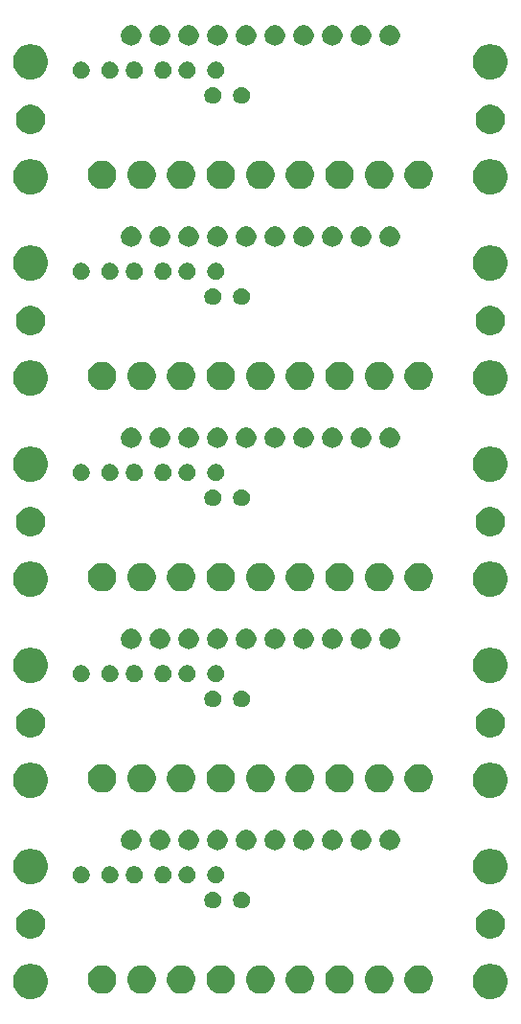
<source format=gbr>
G04 #@! TF.GenerationSoftware,KiCad,Pcbnew,5.1.5-52549c5~86~ubuntu18.04.1*
G04 #@! TF.CreationDate,2020-09-30T18:05:49-05:00*
G04 #@! TF.ProjectId,,58585858-5858-4585-9858-585858585858,rev?*
G04 #@! TF.SameCoordinates,Original*
G04 #@! TF.FileFunction,Soldermask,Bot*
G04 #@! TF.FilePolarity,Negative*
%FSLAX46Y46*%
G04 Gerber Fmt 4.6, Leading zero omitted, Abs format (unit mm)*
G04 Created by KiCad (PCBNEW 5.1.5-52549c5~86~ubuntu18.04.1) date 2020-09-30 18:05:49*
%MOMM*%
%LPD*%
G04 APERTURE LIST*
%ADD10C,0.100000*%
G04 APERTURE END LIST*
D10*
G36*
X135288385Y-118935802D02*
G01*
X135438210Y-118965604D01*
X135720474Y-119082521D01*
X135974505Y-119252259D01*
X136190541Y-119468295D01*
X136360279Y-119722326D01*
X136477196Y-120004590D01*
X136536800Y-120304240D01*
X136536800Y-120609760D01*
X136477196Y-120909410D01*
X136360279Y-121191674D01*
X136190541Y-121445705D01*
X135974505Y-121661741D01*
X135720474Y-121831479D01*
X135438210Y-121948396D01*
X135288385Y-121978198D01*
X135138561Y-122008000D01*
X134833039Y-122008000D01*
X134683215Y-121978198D01*
X134533390Y-121948396D01*
X134251126Y-121831479D01*
X133997095Y-121661741D01*
X133781059Y-121445705D01*
X133611321Y-121191674D01*
X133494404Y-120909410D01*
X133434800Y-120609760D01*
X133434800Y-120304240D01*
X133494404Y-120004590D01*
X133611321Y-119722326D01*
X133781059Y-119468295D01*
X133997095Y-119252259D01*
X134251126Y-119082521D01*
X134533390Y-118965604D01*
X134683215Y-118935802D01*
X134833039Y-118906000D01*
X135138561Y-118906000D01*
X135288385Y-118935802D01*
G37*
G36*
X94648385Y-118935802D02*
G01*
X94798210Y-118965604D01*
X95080474Y-119082521D01*
X95334505Y-119252259D01*
X95550541Y-119468295D01*
X95720279Y-119722326D01*
X95837196Y-120004590D01*
X95896800Y-120304240D01*
X95896800Y-120609760D01*
X95837196Y-120909410D01*
X95720279Y-121191674D01*
X95550541Y-121445705D01*
X95334505Y-121661741D01*
X95080474Y-121831479D01*
X94798210Y-121948396D01*
X94648385Y-121978198D01*
X94498561Y-122008000D01*
X94193039Y-122008000D01*
X94043215Y-121978198D01*
X93893390Y-121948396D01*
X93611126Y-121831479D01*
X93357095Y-121661741D01*
X93141059Y-121445705D01*
X92971321Y-121191674D01*
X92854404Y-120909410D01*
X92794800Y-120609760D01*
X92794800Y-120304240D01*
X92854404Y-120004590D01*
X92971321Y-119722326D01*
X93141059Y-119468295D01*
X93357095Y-119252259D01*
X93611126Y-119082521D01*
X93893390Y-118965604D01*
X94043215Y-118935802D01*
X94193039Y-118906000D01*
X94498561Y-118906000D01*
X94648385Y-118935802D01*
G37*
G36*
X129030703Y-119066075D02*
G01*
X129258371Y-119160378D01*
X129463266Y-119297285D01*
X129637515Y-119471534D01*
X129637516Y-119471536D01*
X129774423Y-119676431D01*
X129868725Y-119904097D01*
X129888715Y-120004591D01*
X129916800Y-120145787D01*
X129916800Y-120392213D01*
X129868725Y-120633903D01*
X129774422Y-120861571D01*
X129637515Y-121066466D01*
X129463266Y-121240715D01*
X129258371Y-121377622D01*
X129258370Y-121377623D01*
X129258369Y-121377623D01*
X129030703Y-121471925D01*
X128789014Y-121520000D01*
X128542586Y-121520000D01*
X128300897Y-121471925D01*
X128073231Y-121377623D01*
X128073230Y-121377623D01*
X128073229Y-121377622D01*
X127868334Y-121240715D01*
X127694085Y-121066466D01*
X127557178Y-120861571D01*
X127462875Y-120633903D01*
X127414800Y-120392213D01*
X127414800Y-120145787D01*
X127442886Y-120004591D01*
X127462875Y-119904097D01*
X127557177Y-119676431D01*
X127694084Y-119471536D01*
X127694085Y-119471534D01*
X127868334Y-119297285D01*
X128073229Y-119160378D01*
X128300897Y-119066075D01*
X128542586Y-119018000D01*
X128789014Y-119018000D01*
X129030703Y-119066075D01*
G37*
G36*
X125530703Y-119066075D02*
G01*
X125758371Y-119160378D01*
X125963266Y-119297285D01*
X126137515Y-119471534D01*
X126137516Y-119471536D01*
X126274423Y-119676431D01*
X126368725Y-119904097D01*
X126388715Y-120004591D01*
X126416800Y-120145787D01*
X126416800Y-120392213D01*
X126368725Y-120633903D01*
X126274422Y-120861571D01*
X126137515Y-121066466D01*
X125963266Y-121240715D01*
X125758371Y-121377622D01*
X125758370Y-121377623D01*
X125758369Y-121377623D01*
X125530703Y-121471925D01*
X125289014Y-121520000D01*
X125042586Y-121520000D01*
X124800897Y-121471925D01*
X124573231Y-121377623D01*
X124573230Y-121377623D01*
X124573229Y-121377622D01*
X124368334Y-121240715D01*
X124194085Y-121066466D01*
X124057178Y-120861571D01*
X123962875Y-120633903D01*
X123914800Y-120392213D01*
X123914800Y-120145787D01*
X123942886Y-120004591D01*
X123962875Y-119904097D01*
X124057177Y-119676431D01*
X124194084Y-119471536D01*
X124194085Y-119471534D01*
X124368334Y-119297285D01*
X124573229Y-119160378D01*
X124800897Y-119066075D01*
X125042586Y-119018000D01*
X125289014Y-119018000D01*
X125530703Y-119066075D01*
G37*
G36*
X122030703Y-119066075D02*
G01*
X122258371Y-119160378D01*
X122463266Y-119297285D01*
X122637515Y-119471534D01*
X122637516Y-119471536D01*
X122774423Y-119676431D01*
X122868725Y-119904097D01*
X122888715Y-120004591D01*
X122916800Y-120145787D01*
X122916800Y-120392213D01*
X122868725Y-120633903D01*
X122774422Y-120861571D01*
X122637515Y-121066466D01*
X122463266Y-121240715D01*
X122258371Y-121377622D01*
X122258370Y-121377623D01*
X122258369Y-121377623D01*
X122030703Y-121471925D01*
X121789014Y-121520000D01*
X121542586Y-121520000D01*
X121300897Y-121471925D01*
X121073231Y-121377623D01*
X121073230Y-121377623D01*
X121073229Y-121377622D01*
X120868334Y-121240715D01*
X120694085Y-121066466D01*
X120557178Y-120861571D01*
X120462875Y-120633903D01*
X120414800Y-120392213D01*
X120414800Y-120145787D01*
X120442886Y-120004591D01*
X120462875Y-119904097D01*
X120557177Y-119676431D01*
X120694084Y-119471536D01*
X120694085Y-119471534D01*
X120868334Y-119297285D01*
X121073229Y-119160378D01*
X121300897Y-119066075D01*
X121542586Y-119018000D01*
X121789014Y-119018000D01*
X122030703Y-119066075D01*
G37*
G36*
X118530703Y-119066075D02*
G01*
X118758371Y-119160378D01*
X118963266Y-119297285D01*
X119137515Y-119471534D01*
X119137516Y-119471536D01*
X119274423Y-119676431D01*
X119368725Y-119904097D01*
X119388715Y-120004591D01*
X119416800Y-120145787D01*
X119416800Y-120392213D01*
X119368725Y-120633903D01*
X119274422Y-120861571D01*
X119137515Y-121066466D01*
X118963266Y-121240715D01*
X118758371Y-121377622D01*
X118758370Y-121377623D01*
X118758369Y-121377623D01*
X118530703Y-121471925D01*
X118289014Y-121520000D01*
X118042586Y-121520000D01*
X117800897Y-121471925D01*
X117573231Y-121377623D01*
X117573230Y-121377623D01*
X117573229Y-121377622D01*
X117368334Y-121240715D01*
X117194085Y-121066466D01*
X117057178Y-120861571D01*
X116962875Y-120633903D01*
X116914800Y-120392213D01*
X116914800Y-120145787D01*
X116942886Y-120004591D01*
X116962875Y-119904097D01*
X117057177Y-119676431D01*
X117194084Y-119471536D01*
X117194085Y-119471534D01*
X117368334Y-119297285D01*
X117573229Y-119160378D01*
X117800897Y-119066075D01*
X118042586Y-119018000D01*
X118289014Y-119018000D01*
X118530703Y-119066075D01*
G37*
G36*
X115030703Y-119066075D02*
G01*
X115258371Y-119160378D01*
X115463266Y-119297285D01*
X115637515Y-119471534D01*
X115637516Y-119471536D01*
X115774423Y-119676431D01*
X115868725Y-119904097D01*
X115888715Y-120004591D01*
X115916800Y-120145787D01*
X115916800Y-120392213D01*
X115868725Y-120633903D01*
X115774422Y-120861571D01*
X115637515Y-121066466D01*
X115463266Y-121240715D01*
X115258371Y-121377622D01*
X115258370Y-121377623D01*
X115258369Y-121377623D01*
X115030703Y-121471925D01*
X114789014Y-121520000D01*
X114542586Y-121520000D01*
X114300897Y-121471925D01*
X114073231Y-121377623D01*
X114073230Y-121377623D01*
X114073229Y-121377622D01*
X113868334Y-121240715D01*
X113694085Y-121066466D01*
X113557178Y-120861571D01*
X113462875Y-120633903D01*
X113414800Y-120392213D01*
X113414800Y-120145787D01*
X113442886Y-120004591D01*
X113462875Y-119904097D01*
X113557177Y-119676431D01*
X113694084Y-119471536D01*
X113694085Y-119471534D01*
X113868334Y-119297285D01*
X114073229Y-119160378D01*
X114300897Y-119066075D01*
X114542586Y-119018000D01*
X114789014Y-119018000D01*
X115030703Y-119066075D01*
G37*
G36*
X111530703Y-119066075D02*
G01*
X111758371Y-119160378D01*
X111963266Y-119297285D01*
X112137515Y-119471534D01*
X112137516Y-119471536D01*
X112274423Y-119676431D01*
X112368725Y-119904097D01*
X112388715Y-120004591D01*
X112416800Y-120145787D01*
X112416800Y-120392213D01*
X112368725Y-120633903D01*
X112274422Y-120861571D01*
X112137515Y-121066466D01*
X111963266Y-121240715D01*
X111758371Y-121377622D01*
X111758370Y-121377623D01*
X111758369Y-121377623D01*
X111530703Y-121471925D01*
X111289014Y-121520000D01*
X111042586Y-121520000D01*
X110800897Y-121471925D01*
X110573231Y-121377623D01*
X110573230Y-121377623D01*
X110573229Y-121377622D01*
X110368334Y-121240715D01*
X110194085Y-121066466D01*
X110057178Y-120861571D01*
X109962875Y-120633903D01*
X109914800Y-120392213D01*
X109914800Y-120145787D01*
X109942886Y-120004591D01*
X109962875Y-119904097D01*
X110057177Y-119676431D01*
X110194084Y-119471536D01*
X110194085Y-119471534D01*
X110368334Y-119297285D01*
X110573229Y-119160378D01*
X110800897Y-119066075D01*
X111042586Y-119018000D01*
X111289014Y-119018000D01*
X111530703Y-119066075D01*
G37*
G36*
X108030703Y-119066075D02*
G01*
X108258371Y-119160378D01*
X108463266Y-119297285D01*
X108637515Y-119471534D01*
X108637516Y-119471536D01*
X108774423Y-119676431D01*
X108868725Y-119904097D01*
X108888715Y-120004591D01*
X108916800Y-120145787D01*
X108916800Y-120392213D01*
X108868725Y-120633903D01*
X108774422Y-120861571D01*
X108637515Y-121066466D01*
X108463266Y-121240715D01*
X108258371Y-121377622D01*
X108258370Y-121377623D01*
X108258369Y-121377623D01*
X108030703Y-121471925D01*
X107789014Y-121520000D01*
X107542586Y-121520000D01*
X107300897Y-121471925D01*
X107073231Y-121377623D01*
X107073230Y-121377623D01*
X107073229Y-121377622D01*
X106868334Y-121240715D01*
X106694085Y-121066466D01*
X106557178Y-120861571D01*
X106462875Y-120633903D01*
X106414800Y-120392213D01*
X106414800Y-120145787D01*
X106442886Y-120004591D01*
X106462875Y-119904097D01*
X106557177Y-119676431D01*
X106694084Y-119471536D01*
X106694085Y-119471534D01*
X106868334Y-119297285D01*
X107073229Y-119160378D01*
X107300897Y-119066075D01*
X107542586Y-119018000D01*
X107789014Y-119018000D01*
X108030703Y-119066075D01*
G37*
G36*
X104530703Y-119066075D02*
G01*
X104758371Y-119160378D01*
X104963266Y-119297285D01*
X105137515Y-119471534D01*
X105137516Y-119471536D01*
X105274423Y-119676431D01*
X105368725Y-119904097D01*
X105388715Y-120004591D01*
X105416800Y-120145787D01*
X105416800Y-120392213D01*
X105368725Y-120633903D01*
X105274422Y-120861571D01*
X105137515Y-121066466D01*
X104963266Y-121240715D01*
X104758371Y-121377622D01*
X104758370Y-121377623D01*
X104758369Y-121377623D01*
X104530703Y-121471925D01*
X104289014Y-121520000D01*
X104042586Y-121520000D01*
X103800897Y-121471925D01*
X103573231Y-121377623D01*
X103573230Y-121377623D01*
X103573229Y-121377622D01*
X103368334Y-121240715D01*
X103194085Y-121066466D01*
X103057178Y-120861571D01*
X102962875Y-120633903D01*
X102914800Y-120392213D01*
X102914800Y-120145787D01*
X102942886Y-120004591D01*
X102962875Y-119904097D01*
X103057177Y-119676431D01*
X103194084Y-119471536D01*
X103194085Y-119471534D01*
X103368334Y-119297285D01*
X103573229Y-119160378D01*
X103800897Y-119066075D01*
X104042586Y-119018000D01*
X104289014Y-119018000D01*
X104530703Y-119066075D01*
G37*
G36*
X101030703Y-119066075D02*
G01*
X101258371Y-119160378D01*
X101463266Y-119297285D01*
X101637515Y-119471534D01*
X101637516Y-119471536D01*
X101774423Y-119676431D01*
X101868725Y-119904097D01*
X101888715Y-120004591D01*
X101916800Y-120145787D01*
X101916800Y-120392213D01*
X101868725Y-120633903D01*
X101774422Y-120861571D01*
X101637515Y-121066466D01*
X101463266Y-121240715D01*
X101258371Y-121377622D01*
X101258370Y-121377623D01*
X101258369Y-121377623D01*
X101030703Y-121471925D01*
X100789014Y-121520000D01*
X100542586Y-121520000D01*
X100300897Y-121471925D01*
X100073231Y-121377623D01*
X100073230Y-121377623D01*
X100073229Y-121377622D01*
X99868334Y-121240715D01*
X99694085Y-121066466D01*
X99557178Y-120861571D01*
X99462875Y-120633903D01*
X99414800Y-120392213D01*
X99414800Y-120145787D01*
X99442886Y-120004591D01*
X99462875Y-119904097D01*
X99557177Y-119676431D01*
X99694084Y-119471536D01*
X99694085Y-119471534D01*
X99868334Y-119297285D01*
X100073229Y-119160378D01*
X100300897Y-119066075D01*
X100542586Y-119018000D01*
X100789014Y-119018000D01*
X101030703Y-119066075D01*
G37*
G36*
X94725193Y-114126304D02*
G01*
X94961901Y-114224352D01*
X94961903Y-114224353D01*
X95174935Y-114366696D01*
X95356104Y-114547865D01*
X95498447Y-114760897D01*
X95498448Y-114760899D01*
X95596496Y-114997607D01*
X95646480Y-115248893D01*
X95646480Y-115505107D01*
X95596496Y-115756393D01*
X95498448Y-115993101D01*
X95498447Y-115993103D01*
X95356104Y-116206135D01*
X95174935Y-116387304D01*
X94961903Y-116529647D01*
X94961902Y-116529648D01*
X94961901Y-116529648D01*
X94725193Y-116627696D01*
X94473907Y-116677680D01*
X94217693Y-116677680D01*
X93966407Y-116627696D01*
X93729699Y-116529648D01*
X93729698Y-116529648D01*
X93729697Y-116529647D01*
X93516665Y-116387304D01*
X93335496Y-116206135D01*
X93193153Y-115993103D01*
X93193152Y-115993101D01*
X93095104Y-115756393D01*
X93045120Y-115505107D01*
X93045120Y-115248893D01*
X93095104Y-114997607D01*
X93193152Y-114760899D01*
X93193153Y-114760897D01*
X93335496Y-114547865D01*
X93516665Y-114366696D01*
X93729697Y-114224353D01*
X93729699Y-114224352D01*
X93966407Y-114126304D01*
X94217693Y-114076320D01*
X94473907Y-114076320D01*
X94725193Y-114126304D01*
G37*
G36*
X135365193Y-114126304D02*
G01*
X135601901Y-114224352D01*
X135601903Y-114224353D01*
X135814935Y-114366696D01*
X135996104Y-114547865D01*
X136138447Y-114760897D01*
X136138448Y-114760899D01*
X136236496Y-114997607D01*
X136286480Y-115248893D01*
X136286480Y-115505107D01*
X136236496Y-115756393D01*
X136138448Y-115993101D01*
X136138447Y-115993103D01*
X135996104Y-116206135D01*
X135814935Y-116387304D01*
X135601903Y-116529647D01*
X135601902Y-116529648D01*
X135601901Y-116529648D01*
X135365193Y-116627696D01*
X135113907Y-116677680D01*
X134857693Y-116677680D01*
X134606407Y-116627696D01*
X134369699Y-116529648D01*
X134369698Y-116529648D01*
X134369697Y-116529647D01*
X134156665Y-116387304D01*
X133975496Y-116206135D01*
X133833153Y-115993103D01*
X133833152Y-115993101D01*
X133735104Y-115756393D01*
X133685120Y-115505107D01*
X133685120Y-115248893D01*
X133735104Y-114997607D01*
X133833152Y-114760899D01*
X133833153Y-114760897D01*
X133975496Y-114547865D01*
X134156665Y-114366696D01*
X134369697Y-114224353D01*
X134369699Y-114224352D01*
X134606407Y-114126304D01*
X134857693Y-114076320D01*
X135113907Y-114076320D01*
X135365193Y-114126304D01*
G37*
G36*
X110683659Y-112536460D02*
G01*
X110820332Y-112593072D01*
X110943335Y-112675260D01*
X111047940Y-112779865D01*
X111130128Y-112902868D01*
X111186740Y-113039541D01*
X111215600Y-113184633D01*
X111215600Y-113332567D01*
X111186740Y-113477659D01*
X111130128Y-113614332D01*
X111047940Y-113737335D01*
X110943335Y-113841940D01*
X110820332Y-113924128D01*
X110820331Y-113924129D01*
X110820330Y-113924129D01*
X110683659Y-113980740D01*
X110538568Y-114009600D01*
X110390632Y-114009600D01*
X110245541Y-113980740D01*
X110108870Y-113924129D01*
X110108869Y-113924129D01*
X110108868Y-113924128D01*
X109985865Y-113841940D01*
X109881260Y-113737335D01*
X109799072Y-113614332D01*
X109742460Y-113477659D01*
X109713600Y-113332567D01*
X109713600Y-113184633D01*
X109742460Y-113039541D01*
X109799072Y-112902868D01*
X109881260Y-112779865D01*
X109985865Y-112675260D01*
X110108868Y-112593072D01*
X110245541Y-112536460D01*
X110390632Y-112507600D01*
X110538568Y-112507600D01*
X110683659Y-112536460D01*
G37*
G36*
X113223659Y-112536460D02*
G01*
X113360332Y-112593072D01*
X113483335Y-112675260D01*
X113587940Y-112779865D01*
X113670128Y-112902868D01*
X113726740Y-113039541D01*
X113755600Y-113184633D01*
X113755600Y-113332567D01*
X113726740Y-113477659D01*
X113670128Y-113614332D01*
X113587940Y-113737335D01*
X113483335Y-113841940D01*
X113360332Y-113924128D01*
X113360331Y-113924129D01*
X113360330Y-113924129D01*
X113223659Y-113980740D01*
X113078568Y-114009600D01*
X112930632Y-114009600D01*
X112785541Y-113980740D01*
X112648870Y-113924129D01*
X112648869Y-113924129D01*
X112648868Y-113924128D01*
X112525865Y-113841940D01*
X112421260Y-113737335D01*
X112339072Y-113614332D01*
X112282460Y-113477659D01*
X112253600Y-113332567D01*
X112253600Y-113184633D01*
X112282460Y-113039541D01*
X112339072Y-112902868D01*
X112421260Y-112779865D01*
X112525865Y-112675260D01*
X112648868Y-112593072D01*
X112785541Y-112536460D01*
X112930632Y-112507600D01*
X113078568Y-112507600D01*
X113223659Y-112536460D01*
G37*
G36*
X135288385Y-108775802D02*
G01*
X135438210Y-108805604D01*
X135720474Y-108922521D01*
X135974505Y-109092259D01*
X136190541Y-109308295D01*
X136360279Y-109562326D01*
X136477196Y-109844590D01*
X136536800Y-110144240D01*
X136536800Y-110449760D01*
X136477196Y-110749410D01*
X136360279Y-111031674D01*
X136190541Y-111285705D01*
X135974505Y-111501741D01*
X135720474Y-111671479D01*
X135438210Y-111788396D01*
X135288385Y-111818198D01*
X135138561Y-111848000D01*
X134833039Y-111848000D01*
X134683215Y-111818198D01*
X134533390Y-111788396D01*
X134251126Y-111671479D01*
X133997095Y-111501741D01*
X133781059Y-111285705D01*
X133611321Y-111031674D01*
X133494404Y-110749410D01*
X133434800Y-110449760D01*
X133434800Y-110144240D01*
X133494404Y-109844590D01*
X133611321Y-109562326D01*
X133781059Y-109308295D01*
X133997095Y-109092259D01*
X134251126Y-108922521D01*
X134533390Y-108805604D01*
X134683215Y-108775802D01*
X134833039Y-108746000D01*
X135138561Y-108746000D01*
X135288385Y-108775802D01*
G37*
G36*
X94648385Y-108775802D02*
G01*
X94798210Y-108805604D01*
X95080474Y-108922521D01*
X95334505Y-109092259D01*
X95550541Y-109308295D01*
X95720279Y-109562326D01*
X95837196Y-109844590D01*
X95896800Y-110144240D01*
X95896800Y-110449760D01*
X95837196Y-110749410D01*
X95720279Y-111031674D01*
X95550541Y-111285705D01*
X95334505Y-111501741D01*
X95080474Y-111671479D01*
X94798210Y-111788396D01*
X94648385Y-111818198D01*
X94498561Y-111848000D01*
X94193039Y-111848000D01*
X94043215Y-111818198D01*
X93893390Y-111788396D01*
X93611126Y-111671479D01*
X93357095Y-111501741D01*
X93141059Y-111285705D01*
X92971321Y-111031674D01*
X92854404Y-110749410D01*
X92794800Y-110449760D01*
X92794800Y-110144240D01*
X92854404Y-109844590D01*
X92971321Y-109562326D01*
X93141059Y-109308295D01*
X93357095Y-109092259D01*
X93611126Y-108922521D01*
X93893390Y-108805604D01*
X94043215Y-108775802D01*
X94193039Y-108746000D01*
X94498561Y-108746000D01*
X94648385Y-108775802D01*
G37*
G36*
X99050459Y-110301260D02*
G01*
X99187132Y-110357872D01*
X99310135Y-110440060D01*
X99414740Y-110544665D01*
X99496928Y-110667668D01*
X99553540Y-110804341D01*
X99582400Y-110949433D01*
X99582400Y-111097367D01*
X99553540Y-111242459D01*
X99496928Y-111379132D01*
X99414740Y-111502135D01*
X99310135Y-111606740D01*
X99187132Y-111688928D01*
X99187131Y-111688929D01*
X99187130Y-111688929D01*
X99050459Y-111745540D01*
X98905368Y-111774400D01*
X98757432Y-111774400D01*
X98612341Y-111745540D01*
X98475670Y-111688929D01*
X98475669Y-111688929D01*
X98475668Y-111688928D01*
X98352665Y-111606740D01*
X98248060Y-111502135D01*
X98165872Y-111379132D01*
X98109260Y-111242459D01*
X98080400Y-111097367D01*
X98080400Y-110949433D01*
X98109260Y-110804341D01*
X98165872Y-110667668D01*
X98248060Y-110544665D01*
X98352665Y-110440060D01*
X98475668Y-110357872D01*
X98612341Y-110301260D01*
X98757432Y-110272400D01*
X98905368Y-110272400D01*
X99050459Y-110301260D01*
G37*
G36*
X108397659Y-110301260D02*
G01*
X108534332Y-110357872D01*
X108657335Y-110440060D01*
X108761940Y-110544665D01*
X108844128Y-110667668D01*
X108900740Y-110804341D01*
X108929600Y-110949433D01*
X108929600Y-111097367D01*
X108900740Y-111242459D01*
X108844128Y-111379132D01*
X108761940Y-111502135D01*
X108657335Y-111606740D01*
X108534332Y-111688928D01*
X108534331Y-111688929D01*
X108534330Y-111688929D01*
X108397659Y-111745540D01*
X108252568Y-111774400D01*
X108104632Y-111774400D01*
X107959541Y-111745540D01*
X107822870Y-111688929D01*
X107822869Y-111688929D01*
X107822868Y-111688928D01*
X107699865Y-111606740D01*
X107595260Y-111502135D01*
X107513072Y-111379132D01*
X107456460Y-111242459D01*
X107427600Y-111097367D01*
X107427600Y-110949433D01*
X107456460Y-110804341D01*
X107513072Y-110667668D01*
X107595260Y-110544665D01*
X107699865Y-110440060D01*
X107822868Y-110357872D01*
X107959541Y-110301260D01*
X108104632Y-110272400D01*
X108252568Y-110272400D01*
X108397659Y-110301260D01*
G37*
G36*
X110937659Y-110301260D02*
G01*
X111074332Y-110357872D01*
X111197335Y-110440060D01*
X111301940Y-110544665D01*
X111384128Y-110667668D01*
X111440740Y-110804341D01*
X111469600Y-110949433D01*
X111469600Y-111097367D01*
X111440740Y-111242459D01*
X111384128Y-111379132D01*
X111301940Y-111502135D01*
X111197335Y-111606740D01*
X111074332Y-111688928D01*
X111074331Y-111688929D01*
X111074330Y-111688929D01*
X110937659Y-111745540D01*
X110792568Y-111774400D01*
X110644632Y-111774400D01*
X110499541Y-111745540D01*
X110362870Y-111688929D01*
X110362869Y-111688929D01*
X110362868Y-111688928D01*
X110239865Y-111606740D01*
X110135260Y-111502135D01*
X110053072Y-111379132D01*
X109996460Y-111242459D01*
X109967600Y-111097367D01*
X109967600Y-110949433D01*
X109996460Y-110804341D01*
X110053072Y-110667668D01*
X110135260Y-110544665D01*
X110239865Y-110440060D01*
X110362868Y-110357872D01*
X110499541Y-110301260D01*
X110644632Y-110272400D01*
X110792568Y-110272400D01*
X110937659Y-110301260D01*
G37*
G36*
X101590459Y-110301260D02*
G01*
X101727132Y-110357872D01*
X101850135Y-110440060D01*
X101954740Y-110544665D01*
X102036928Y-110667668D01*
X102093540Y-110804341D01*
X102122400Y-110949433D01*
X102122400Y-111097367D01*
X102093540Y-111242459D01*
X102036928Y-111379132D01*
X101954740Y-111502135D01*
X101850135Y-111606740D01*
X101727132Y-111688928D01*
X101727131Y-111688929D01*
X101727130Y-111688929D01*
X101590459Y-111745540D01*
X101445368Y-111774400D01*
X101297432Y-111774400D01*
X101152341Y-111745540D01*
X101015670Y-111688929D01*
X101015669Y-111688929D01*
X101015668Y-111688928D01*
X100892665Y-111606740D01*
X100788060Y-111502135D01*
X100705872Y-111379132D01*
X100649260Y-111242459D01*
X100620400Y-111097367D01*
X100620400Y-110949433D01*
X100649260Y-110804341D01*
X100705872Y-110667668D01*
X100788060Y-110544665D01*
X100892665Y-110440060D01*
X101015668Y-110357872D01*
X101152341Y-110301260D01*
X101297432Y-110272400D01*
X101445368Y-110272400D01*
X101590459Y-110301260D01*
G37*
G36*
X103724059Y-110301260D02*
G01*
X103860732Y-110357872D01*
X103983735Y-110440060D01*
X104088340Y-110544665D01*
X104170528Y-110667668D01*
X104227140Y-110804341D01*
X104256000Y-110949433D01*
X104256000Y-111097367D01*
X104227140Y-111242459D01*
X104170528Y-111379132D01*
X104088340Y-111502135D01*
X103983735Y-111606740D01*
X103860732Y-111688928D01*
X103860731Y-111688929D01*
X103860730Y-111688929D01*
X103724059Y-111745540D01*
X103578968Y-111774400D01*
X103431032Y-111774400D01*
X103285941Y-111745540D01*
X103149270Y-111688929D01*
X103149269Y-111688929D01*
X103149268Y-111688928D01*
X103026265Y-111606740D01*
X102921660Y-111502135D01*
X102839472Y-111379132D01*
X102782860Y-111242459D01*
X102754000Y-111097367D01*
X102754000Y-110949433D01*
X102782860Y-110804341D01*
X102839472Y-110667668D01*
X102921660Y-110544665D01*
X103026265Y-110440060D01*
X103149268Y-110357872D01*
X103285941Y-110301260D01*
X103431032Y-110272400D01*
X103578968Y-110272400D01*
X103724059Y-110301260D01*
G37*
G36*
X106264059Y-110301260D02*
G01*
X106400732Y-110357872D01*
X106523735Y-110440060D01*
X106628340Y-110544665D01*
X106710528Y-110667668D01*
X106767140Y-110804341D01*
X106796000Y-110949433D01*
X106796000Y-111097367D01*
X106767140Y-111242459D01*
X106710528Y-111379132D01*
X106628340Y-111502135D01*
X106523735Y-111606740D01*
X106400732Y-111688928D01*
X106400731Y-111688929D01*
X106400730Y-111688929D01*
X106264059Y-111745540D01*
X106118968Y-111774400D01*
X105971032Y-111774400D01*
X105825941Y-111745540D01*
X105689270Y-111688929D01*
X105689269Y-111688929D01*
X105689268Y-111688928D01*
X105566265Y-111606740D01*
X105461660Y-111502135D01*
X105379472Y-111379132D01*
X105322860Y-111242459D01*
X105294000Y-111097367D01*
X105294000Y-110949433D01*
X105322860Y-110804341D01*
X105379472Y-110667668D01*
X105461660Y-110544665D01*
X105566265Y-110440060D01*
X105689268Y-110357872D01*
X105825941Y-110301260D01*
X105971032Y-110272400D01*
X106118968Y-110272400D01*
X106264059Y-110301260D01*
G37*
G36*
X116049312Y-107053927D02*
G01*
X116198612Y-107083624D01*
X116362584Y-107151544D01*
X116510154Y-107250147D01*
X116635653Y-107375646D01*
X116734256Y-107523216D01*
X116802176Y-107687188D01*
X116836800Y-107861259D01*
X116836800Y-108038741D01*
X116802176Y-108212812D01*
X116734256Y-108376784D01*
X116635653Y-108524354D01*
X116510154Y-108649853D01*
X116362584Y-108748456D01*
X116198612Y-108816376D01*
X116049312Y-108846073D01*
X116024542Y-108851000D01*
X115847058Y-108851000D01*
X115822288Y-108846073D01*
X115672988Y-108816376D01*
X115509016Y-108748456D01*
X115361446Y-108649853D01*
X115235947Y-108524354D01*
X115137344Y-108376784D01*
X115069424Y-108212812D01*
X115034800Y-108038741D01*
X115034800Y-107861259D01*
X115069424Y-107687188D01*
X115137344Y-107523216D01*
X115235947Y-107375646D01*
X115361446Y-107250147D01*
X115509016Y-107151544D01*
X115672988Y-107083624D01*
X115822288Y-107053927D01*
X115847058Y-107049000D01*
X116024542Y-107049000D01*
X116049312Y-107053927D01*
G37*
G36*
X103349312Y-107053927D02*
G01*
X103498612Y-107083624D01*
X103662584Y-107151544D01*
X103810154Y-107250147D01*
X103935653Y-107375646D01*
X104034256Y-107523216D01*
X104102176Y-107687188D01*
X104136800Y-107861259D01*
X104136800Y-108038741D01*
X104102176Y-108212812D01*
X104034256Y-108376784D01*
X103935653Y-108524354D01*
X103810154Y-108649853D01*
X103662584Y-108748456D01*
X103498612Y-108816376D01*
X103349312Y-108846073D01*
X103324542Y-108851000D01*
X103147058Y-108851000D01*
X103122288Y-108846073D01*
X102972988Y-108816376D01*
X102809016Y-108748456D01*
X102661446Y-108649853D01*
X102535947Y-108524354D01*
X102437344Y-108376784D01*
X102369424Y-108212812D01*
X102334800Y-108038741D01*
X102334800Y-107861259D01*
X102369424Y-107687188D01*
X102437344Y-107523216D01*
X102535947Y-107375646D01*
X102661446Y-107250147D01*
X102809016Y-107151544D01*
X102972988Y-107083624D01*
X103122288Y-107053927D01*
X103147058Y-107049000D01*
X103324542Y-107049000D01*
X103349312Y-107053927D01*
G37*
G36*
X105889312Y-107053927D02*
G01*
X106038612Y-107083624D01*
X106202584Y-107151544D01*
X106350154Y-107250147D01*
X106475653Y-107375646D01*
X106574256Y-107523216D01*
X106642176Y-107687188D01*
X106676800Y-107861259D01*
X106676800Y-108038741D01*
X106642176Y-108212812D01*
X106574256Y-108376784D01*
X106475653Y-108524354D01*
X106350154Y-108649853D01*
X106202584Y-108748456D01*
X106038612Y-108816376D01*
X105889312Y-108846073D01*
X105864542Y-108851000D01*
X105687058Y-108851000D01*
X105662288Y-108846073D01*
X105512988Y-108816376D01*
X105349016Y-108748456D01*
X105201446Y-108649853D01*
X105075947Y-108524354D01*
X104977344Y-108376784D01*
X104909424Y-108212812D01*
X104874800Y-108038741D01*
X104874800Y-107861259D01*
X104909424Y-107687188D01*
X104977344Y-107523216D01*
X105075947Y-107375646D01*
X105201446Y-107250147D01*
X105349016Y-107151544D01*
X105512988Y-107083624D01*
X105662288Y-107053927D01*
X105687058Y-107049000D01*
X105864542Y-107049000D01*
X105889312Y-107053927D01*
G37*
G36*
X108429312Y-107053927D02*
G01*
X108578612Y-107083624D01*
X108742584Y-107151544D01*
X108890154Y-107250147D01*
X109015653Y-107375646D01*
X109114256Y-107523216D01*
X109182176Y-107687188D01*
X109216800Y-107861259D01*
X109216800Y-108038741D01*
X109182176Y-108212812D01*
X109114256Y-108376784D01*
X109015653Y-108524354D01*
X108890154Y-108649853D01*
X108742584Y-108748456D01*
X108578612Y-108816376D01*
X108429312Y-108846073D01*
X108404542Y-108851000D01*
X108227058Y-108851000D01*
X108202288Y-108846073D01*
X108052988Y-108816376D01*
X107889016Y-108748456D01*
X107741446Y-108649853D01*
X107615947Y-108524354D01*
X107517344Y-108376784D01*
X107449424Y-108212812D01*
X107414800Y-108038741D01*
X107414800Y-107861259D01*
X107449424Y-107687188D01*
X107517344Y-107523216D01*
X107615947Y-107375646D01*
X107741446Y-107250147D01*
X107889016Y-107151544D01*
X108052988Y-107083624D01*
X108202288Y-107053927D01*
X108227058Y-107049000D01*
X108404542Y-107049000D01*
X108429312Y-107053927D01*
G37*
G36*
X118589312Y-107053927D02*
G01*
X118738612Y-107083624D01*
X118902584Y-107151544D01*
X119050154Y-107250147D01*
X119175653Y-107375646D01*
X119274256Y-107523216D01*
X119342176Y-107687188D01*
X119376800Y-107861259D01*
X119376800Y-108038741D01*
X119342176Y-108212812D01*
X119274256Y-108376784D01*
X119175653Y-108524354D01*
X119050154Y-108649853D01*
X118902584Y-108748456D01*
X118738612Y-108816376D01*
X118589312Y-108846073D01*
X118564542Y-108851000D01*
X118387058Y-108851000D01*
X118362288Y-108846073D01*
X118212988Y-108816376D01*
X118049016Y-108748456D01*
X117901446Y-108649853D01*
X117775947Y-108524354D01*
X117677344Y-108376784D01*
X117609424Y-108212812D01*
X117574800Y-108038741D01*
X117574800Y-107861259D01*
X117609424Y-107687188D01*
X117677344Y-107523216D01*
X117775947Y-107375646D01*
X117901446Y-107250147D01*
X118049016Y-107151544D01*
X118212988Y-107083624D01*
X118362288Y-107053927D01*
X118387058Y-107049000D01*
X118564542Y-107049000D01*
X118589312Y-107053927D01*
G37*
G36*
X121129312Y-107053927D02*
G01*
X121278612Y-107083624D01*
X121442584Y-107151544D01*
X121590154Y-107250147D01*
X121715653Y-107375646D01*
X121814256Y-107523216D01*
X121882176Y-107687188D01*
X121916800Y-107861259D01*
X121916800Y-108038741D01*
X121882176Y-108212812D01*
X121814256Y-108376784D01*
X121715653Y-108524354D01*
X121590154Y-108649853D01*
X121442584Y-108748456D01*
X121278612Y-108816376D01*
X121129312Y-108846073D01*
X121104542Y-108851000D01*
X120927058Y-108851000D01*
X120902288Y-108846073D01*
X120752988Y-108816376D01*
X120589016Y-108748456D01*
X120441446Y-108649853D01*
X120315947Y-108524354D01*
X120217344Y-108376784D01*
X120149424Y-108212812D01*
X120114800Y-108038741D01*
X120114800Y-107861259D01*
X120149424Y-107687188D01*
X120217344Y-107523216D01*
X120315947Y-107375646D01*
X120441446Y-107250147D01*
X120589016Y-107151544D01*
X120752988Y-107083624D01*
X120902288Y-107053927D01*
X120927058Y-107049000D01*
X121104542Y-107049000D01*
X121129312Y-107053927D01*
G37*
G36*
X123669312Y-107053927D02*
G01*
X123818612Y-107083624D01*
X123982584Y-107151544D01*
X124130154Y-107250147D01*
X124255653Y-107375646D01*
X124354256Y-107523216D01*
X124422176Y-107687188D01*
X124456800Y-107861259D01*
X124456800Y-108038741D01*
X124422176Y-108212812D01*
X124354256Y-108376784D01*
X124255653Y-108524354D01*
X124130154Y-108649853D01*
X123982584Y-108748456D01*
X123818612Y-108816376D01*
X123669312Y-108846073D01*
X123644542Y-108851000D01*
X123467058Y-108851000D01*
X123442288Y-108846073D01*
X123292988Y-108816376D01*
X123129016Y-108748456D01*
X122981446Y-108649853D01*
X122855947Y-108524354D01*
X122757344Y-108376784D01*
X122689424Y-108212812D01*
X122654800Y-108038741D01*
X122654800Y-107861259D01*
X122689424Y-107687188D01*
X122757344Y-107523216D01*
X122855947Y-107375646D01*
X122981446Y-107250147D01*
X123129016Y-107151544D01*
X123292988Y-107083624D01*
X123442288Y-107053927D01*
X123467058Y-107049000D01*
X123644542Y-107049000D01*
X123669312Y-107053927D01*
G37*
G36*
X126209312Y-107053927D02*
G01*
X126358612Y-107083624D01*
X126522584Y-107151544D01*
X126670154Y-107250147D01*
X126795653Y-107375646D01*
X126894256Y-107523216D01*
X126962176Y-107687188D01*
X126996800Y-107861259D01*
X126996800Y-108038741D01*
X126962176Y-108212812D01*
X126894256Y-108376784D01*
X126795653Y-108524354D01*
X126670154Y-108649853D01*
X126522584Y-108748456D01*
X126358612Y-108816376D01*
X126209312Y-108846073D01*
X126184542Y-108851000D01*
X126007058Y-108851000D01*
X125982288Y-108846073D01*
X125832988Y-108816376D01*
X125669016Y-108748456D01*
X125521446Y-108649853D01*
X125395947Y-108524354D01*
X125297344Y-108376784D01*
X125229424Y-108212812D01*
X125194800Y-108038741D01*
X125194800Y-107861259D01*
X125229424Y-107687188D01*
X125297344Y-107523216D01*
X125395947Y-107375646D01*
X125521446Y-107250147D01*
X125669016Y-107151544D01*
X125832988Y-107083624D01*
X125982288Y-107053927D01*
X126007058Y-107049000D01*
X126184542Y-107049000D01*
X126209312Y-107053927D01*
G37*
G36*
X110969312Y-107053927D02*
G01*
X111118612Y-107083624D01*
X111282584Y-107151544D01*
X111430154Y-107250147D01*
X111555653Y-107375646D01*
X111654256Y-107523216D01*
X111722176Y-107687188D01*
X111756800Y-107861259D01*
X111756800Y-108038741D01*
X111722176Y-108212812D01*
X111654256Y-108376784D01*
X111555653Y-108524354D01*
X111430154Y-108649853D01*
X111282584Y-108748456D01*
X111118612Y-108816376D01*
X110969312Y-108846073D01*
X110944542Y-108851000D01*
X110767058Y-108851000D01*
X110742288Y-108846073D01*
X110592988Y-108816376D01*
X110429016Y-108748456D01*
X110281446Y-108649853D01*
X110155947Y-108524354D01*
X110057344Y-108376784D01*
X109989424Y-108212812D01*
X109954800Y-108038741D01*
X109954800Y-107861259D01*
X109989424Y-107687188D01*
X110057344Y-107523216D01*
X110155947Y-107375646D01*
X110281446Y-107250147D01*
X110429016Y-107151544D01*
X110592988Y-107083624D01*
X110742288Y-107053927D01*
X110767058Y-107049000D01*
X110944542Y-107049000D01*
X110969312Y-107053927D01*
G37*
G36*
X113509312Y-107053927D02*
G01*
X113658612Y-107083624D01*
X113822584Y-107151544D01*
X113970154Y-107250147D01*
X114095653Y-107375646D01*
X114194256Y-107523216D01*
X114262176Y-107687188D01*
X114296800Y-107861259D01*
X114296800Y-108038741D01*
X114262176Y-108212812D01*
X114194256Y-108376784D01*
X114095653Y-108524354D01*
X113970154Y-108649853D01*
X113822584Y-108748456D01*
X113658612Y-108816376D01*
X113509312Y-108846073D01*
X113484542Y-108851000D01*
X113307058Y-108851000D01*
X113282288Y-108846073D01*
X113132988Y-108816376D01*
X112969016Y-108748456D01*
X112821446Y-108649853D01*
X112695947Y-108524354D01*
X112597344Y-108376784D01*
X112529424Y-108212812D01*
X112494800Y-108038741D01*
X112494800Y-107861259D01*
X112529424Y-107687188D01*
X112597344Y-107523216D01*
X112695947Y-107375646D01*
X112821446Y-107250147D01*
X112969016Y-107151544D01*
X113132988Y-107083624D01*
X113282288Y-107053927D01*
X113307058Y-107049000D01*
X113484542Y-107049000D01*
X113509312Y-107053927D01*
G37*
G36*
X135288385Y-101155802D02*
G01*
X135438210Y-101185604D01*
X135720474Y-101302521D01*
X135974505Y-101472259D01*
X136190541Y-101688295D01*
X136360279Y-101942326D01*
X136477196Y-102224590D01*
X136536800Y-102524240D01*
X136536800Y-102829760D01*
X136477196Y-103129410D01*
X136360279Y-103411674D01*
X136190541Y-103665705D01*
X135974505Y-103881741D01*
X135720474Y-104051479D01*
X135438210Y-104168396D01*
X135288385Y-104198198D01*
X135138561Y-104228000D01*
X134833039Y-104228000D01*
X134683215Y-104198198D01*
X134533390Y-104168396D01*
X134251126Y-104051479D01*
X133997095Y-103881741D01*
X133781059Y-103665705D01*
X133611321Y-103411674D01*
X133494404Y-103129410D01*
X133434800Y-102829760D01*
X133434800Y-102524240D01*
X133494404Y-102224590D01*
X133611321Y-101942326D01*
X133781059Y-101688295D01*
X133997095Y-101472259D01*
X134251126Y-101302521D01*
X134533390Y-101185604D01*
X134683215Y-101155802D01*
X134833039Y-101126000D01*
X135138561Y-101126000D01*
X135288385Y-101155802D01*
G37*
G36*
X94648385Y-101155802D02*
G01*
X94798210Y-101185604D01*
X95080474Y-101302521D01*
X95334505Y-101472259D01*
X95550541Y-101688295D01*
X95720279Y-101942326D01*
X95837196Y-102224590D01*
X95896800Y-102524240D01*
X95896800Y-102829760D01*
X95837196Y-103129410D01*
X95720279Y-103411674D01*
X95550541Y-103665705D01*
X95334505Y-103881741D01*
X95080474Y-104051479D01*
X94798210Y-104168396D01*
X94648385Y-104198198D01*
X94498561Y-104228000D01*
X94193039Y-104228000D01*
X94043215Y-104198198D01*
X93893390Y-104168396D01*
X93611126Y-104051479D01*
X93357095Y-103881741D01*
X93141059Y-103665705D01*
X92971321Y-103411674D01*
X92854404Y-103129410D01*
X92794800Y-102829760D01*
X92794800Y-102524240D01*
X92854404Y-102224590D01*
X92971321Y-101942326D01*
X93141059Y-101688295D01*
X93357095Y-101472259D01*
X93611126Y-101302521D01*
X93893390Y-101185604D01*
X94043215Y-101155802D01*
X94193039Y-101126000D01*
X94498561Y-101126000D01*
X94648385Y-101155802D01*
G37*
G36*
X125530703Y-101286075D02*
G01*
X125758371Y-101380378D01*
X125963266Y-101517285D01*
X126137515Y-101691534D01*
X126137516Y-101691536D01*
X126274423Y-101896431D01*
X126368725Y-102124097D01*
X126388715Y-102224591D01*
X126416800Y-102365787D01*
X126416800Y-102612213D01*
X126368725Y-102853903D01*
X126274422Y-103081571D01*
X126137515Y-103286466D01*
X125963266Y-103460715D01*
X125758371Y-103597622D01*
X125758370Y-103597623D01*
X125758369Y-103597623D01*
X125530703Y-103691925D01*
X125289014Y-103740000D01*
X125042586Y-103740000D01*
X124800897Y-103691925D01*
X124573231Y-103597623D01*
X124573230Y-103597623D01*
X124573229Y-103597622D01*
X124368334Y-103460715D01*
X124194085Y-103286466D01*
X124057178Y-103081571D01*
X123962875Y-102853903D01*
X123914800Y-102612213D01*
X123914800Y-102365787D01*
X123942886Y-102224591D01*
X123962875Y-102124097D01*
X124057177Y-101896431D01*
X124194084Y-101691536D01*
X124194085Y-101691534D01*
X124368334Y-101517285D01*
X124573229Y-101380378D01*
X124800897Y-101286075D01*
X125042586Y-101238000D01*
X125289014Y-101238000D01*
X125530703Y-101286075D01*
G37*
G36*
X129030703Y-101286075D02*
G01*
X129258371Y-101380378D01*
X129463266Y-101517285D01*
X129637515Y-101691534D01*
X129637516Y-101691536D01*
X129774423Y-101896431D01*
X129868725Y-102124097D01*
X129888715Y-102224591D01*
X129916800Y-102365787D01*
X129916800Y-102612213D01*
X129868725Y-102853903D01*
X129774422Y-103081571D01*
X129637515Y-103286466D01*
X129463266Y-103460715D01*
X129258371Y-103597622D01*
X129258370Y-103597623D01*
X129258369Y-103597623D01*
X129030703Y-103691925D01*
X128789014Y-103740000D01*
X128542586Y-103740000D01*
X128300897Y-103691925D01*
X128073231Y-103597623D01*
X128073230Y-103597623D01*
X128073229Y-103597622D01*
X127868334Y-103460715D01*
X127694085Y-103286466D01*
X127557178Y-103081571D01*
X127462875Y-102853903D01*
X127414800Y-102612213D01*
X127414800Y-102365787D01*
X127442886Y-102224591D01*
X127462875Y-102124097D01*
X127557177Y-101896431D01*
X127694084Y-101691536D01*
X127694085Y-101691534D01*
X127868334Y-101517285D01*
X128073229Y-101380378D01*
X128300897Y-101286075D01*
X128542586Y-101238000D01*
X128789014Y-101238000D01*
X129030703Y-101286075D01*
G37*
G36*
X122030703Y-101286075D02*
G01*
X122258371Y-101380378D01*
X122463266Y-101517285D01*
X122637515Y-101691534D01*
X122637516Y-101691536D01*
X122774423Y-101896431D01*
X122868725Y-102124097D01*
X122888715Y-102224591D01*
X122916800Y-102365787D01*
X122916800Y-102612213D01*
X122868725Y-102853903D01*
X122774422Y-103081571D01*
X122637515Y-103286466D01*
X122463266Y-103460715D01*
X122258371Y-103597622D01*
X122258370Y-103597623D01*
X122258369Y-103597623D01*
X122030703Y-103691925D01*
X121789014Y-103740000D01*
X121542586Y-103740000D01*
X121300897Y-103691925D01*
X121073231Y-103597623D01*
X121073230Y-103597623D01*
X121073229Y-103597622D01*
X120868334Y-103460715D01*
X120694085Y-103286466D01*
X120557178Y-103081571D01*
X120462875Y-102853903D01*
X120414800Y-102612213D01*
X120414800Y-102365787D01*
X120442886Y-102224591D01*
X120462875Y-102124097D01*
X120557177Y-101896431D01*
X120694084Y-101691536D01*
X120694085Y-101691534D01*
X120868334Y-101517285D01*
X121073229Y-101380378D01*
X121300897Y-101286075D01*
X121542586Y-101238000D01*
X121789014Y-101238000D01*
X122030703Y-101286075D01*
G37*
G36*
X115030703Y-101286075D02*
G01*
X115258371Y-101380378D01*
X115463266Y-101517285D01*
X115637515Y-101691534D01*
X115637516Y-101691536D01*
X115774423Y-101896431D01*
X115868725Y-102124097D01*
X115888715Y-102224591D01*
X115916800Y-102365787D01*
X115916800Y-102612213D01*
X115868725Y-102853903D01*
X115774422Y-103081571D01*
X115637515Y-103286466D01*
X115463266Y-103460715D01*
X115258371Y-103597622D01*
X115258370Y-103597623D01*
X115258369Y-103597623D01*
X115030703Y-103691925D01*
X114789014Y-103740000D01*
X114542586Y-103740000D01*
X114300897Y-103691925D01*
X114073231Y-103597623D01*
X114073230Y-103597623D01*
X114073229Y-103597622D01*
X113868334Y-103460715D01*
X113694085Y-103286466D01*
X113557178Y-103081571D01*
X113462875Y-102853903D01*
X113414800Y-102612213D01*
X113414800Y-102365787D01*
X113442886Y-102224591D01*
X113462875Y-102124097D01*
X113557177Y-101896431D01*
X113694084Y-101691536D01*
X113694085Y-101691534D01*
X113868334Y-101517285D01*
X114073229Y-101380378D01*
X114300897Y-101286075D01*
X114542586Y-101238000D01*
X114789014Y-101238000D01*
X115030703Y-101286075D01*
G37*
G36*
X108030703Y-101286075D02*
G01*
X108258371Y-101380378D01*
X108463266Y-101517285D01*
X108637515Y-101691534D01*
X108637516Y-101691536D01*
X108774423Y-101896431D01*
X108868725Y-102124097D01*
X108888715Y-102224591D01*
X108916800Y-102365787D01*
X108916800Y-102612213D01*
X108868725Y-102853903D01*
X108774422Y-103081571D01*
X108637515Y-103286466D01*
X108463266Y-103460715D01*
X108258371Y-103597622D01*
X108258370Y-103597623D01*
X108258369Y-103597623D01*
X108030703Y-103691925D01*
X107789014Y-103740000D01*
X107542586Y-103740000D01*
X107300897Y-103691925D01*
X107073231Y-103597623D01*
X107073230Y-103597623D01*
X107073229Y-103597622D01*
X106868334Y-103460715D01*
X106694085Y-103286466D01*
X106557178Y-103081571D01*
X106462875Y-102853903D01*
X106414800Y-102612213D01*
X106414800Y-102365787D01*
X106442886Y-102224591D01*
X106462875Y-102124097D01*
X106557177Y-101896431D01*
X106694084Y-101691536D01*
X106694085Y-101691534D01*
X106868334Y-101517285D01*
X107073229Y-101380378D01*
X107300897Y-101286075D01*
X107542586Y-101238000D01*
X107789014Y-101238000D01*
X108030703Y-101286075D01*
G37*
G36*
X111530703Y-101286075D02*
G01*
X111758371Y-101380378D01*
X111963266Y-101517285D01*
X112137515Y-101691534D01*
X112137516Y-101691536D01*
X112274423Y-101896431D01*
X112368725Y-102124097D01*
X112388715Y-102224591D01*
X112416800Y-102365787D01*
X112416800Y-102612213D01*
X112368725Y-102853903D01*
X112274422Y-103081571D01*
X112137515Y-103286466D01*
X111963266Y-103460715D01*
X111758371Y-103597622D01*
X111758370Y-103597623D01*
X111758369Y-103597623D01*
X111530703Y-103691925D01*
X111289014Y-103740000D01*
X111042586Y-103740000D01*
X110800897Y-103691925D01*
X110573231Y-103597623D01*
X110573230Y-103597623D01*
X110573229Y-103597622D01*
X110368334Y-103460715D01*
X110194085Y-103286466D01*
X110057178Y-103081571D01*
X109962875Y-102853903D01*
X109914800Y-102612213D01*
X109914800Y-102365787D01*
X109942886Y-102224591D01*
X109962875Y-102124097D01*
X110057177Y-101896431D01*
X110194084Y-101691536D01*
X110194085Y-101691534D01*
X110368334Y-101517285D01*
X110573229Y-101380378D01*
X110800897Y-101286075D01*
X111042586Y-101238000D01*
X111289014Y-101238000D01*
X111530703Y-101286075D01*
G37*
G36*
X118530703Y-101286075D02*
G01*
X118758371Y-101380378D01*
X118963266Y-101517285D01*
X119137515Y-101691534D01*
X119137516Y-101691536D01*
X119274423Y-101896431D01*
X119368725Y-102124097D01*
X119388715Y-102224591D01*
X119416800Y-102365787D01*
X119416800Y-102612213D01*
X119368725Y-102853903D01*
X119274422Y-103081571D01*
X119137515Y-103286466D01*
X118963266Y-103460715D01*
X118758371Y-103597622D01*
X118758370Y-103597623D01*
X118758369Y-103597623D01*
X118530703Y-103691925D01*
X118289014Y-103740000D01*
X118042586Y-103740000D01*
X117800897Y-103691925D01*
X117573231Y-103597623D01*
X117573230Y-103597623D01*
X117573229Y-103597622D01*
X117368334Y-103460715D01*
X117194085Y-103286466D01*
X117057178Y-103081571D01*
X116962875Y-102853903D01*
X116914800Y-102612213D01*
X116914800Y-102365787D01*
X116942886Y-102224591D01*
X116962875Y-102124097D01*
X117057177Y-101896431D01*
X117194084Y-101691536D01*
X117194085Y-101691534D01*
X117368334Y-101517285D01*
X117573229Y-101380378D01*
X117800897Y-101286075D01*
X118042586Y-101238000D01*
X118289014Y-101238000D01*
X118530703Y-101286075D01*
G37*
G36*
X104530703Y-101286075D02*
G01*
X104758371Y-101380378D01*
X104963266Y-101517285D01*
X105137515Y-101691534D01*
X105137516Y-101691536D01*
X105274423Y-101896431D01*
X105368725Y-102124097D01*
X105388715Y-102224591D01*
X105416800Y-102365787D01*
X105416800Y-102612213D01*
X105368725Y-102853903D01*
X105274422Y-103081571D01*
X105137515Y-103286466D01*
X104963266Y-103460715D01*
X104758371Y-103597622D01*
X104758370Y-103597623D01*
X104758369Y-103597623D01*
X104530703Y-103691925D01*
X104289014Y-103740000D01*
X104042586Y-103740000D01*
X103800897Y-103691925D01*
X103573231Y-103597623D01*
X103573230Y-103597623D01*
X103573229Y-103597622D01*
X103368334Y-103460715D01*
X103194085Y-103286466D01*
X103057178Y-103081571D01*
X102962875Y-102853903D01*
X102914800Y-102612213D01*
X102914800Y-102365787D01*
X102942886Y-102224591D01*
X102962875Y-102124097D01*
X103057177Y-101896431D01*
X103194084Y-101691536D01*
X103194085Y-101691534D01*
X103368334Y-101517285D01*
X103573229Y-101380378D01*
X103800897Y-101286075D01*
X104042586Y-101238000D01*
X104289014Y-101238000D01*
X104530703Y-101286075D01*
G37*
G36*
X101030703Y-101286075D02*
G01*
X101258371Y-101380378D01*
X101463266Y-101517285D01*
X101637515Y-101691534D01*
X101637516Y-101691536D01*
X101774423Y-101896431D01*
X101868725Y-102124097D01*
X101888715Y-102224591D01*
X101916800Y-102365787D01*
X101916800Y-102612213D01*
X101868725Y-102853903D01*
X101774422Y-103081571D01*
X101637515Y-103286466D01*
X101463266Y-103460715D01*
X101258371Y-103597622D01*
X101258370Y-103597623D01*
X101258369Y-103597623D01*
X101030703Y-103691925D01*
X100789014Y-103740000D01*
X100542586Y-103740000D01*
X100300897Y-103691925D01*
X100073231Y-103597623D01*
X100073230Y-103597623D01*
X100073229Y-103597622D01*
X99868334Y-103460715D01*
X99694085Y-103286466D01*
X99557178Y-103081571D01*
X99462875Y-102853903D01*
X99414800Y-102612213D01*
X99414800Y-102365787D01*
X99442886Y-102224591D01*
X99462875Y-102124097D01*
X99557177Y-101896431D01*
X99694084Y-101691536D01*
X99694085Y-101691534D01*
X99868334Y-101517285D01*
X100073229Y-101380378D01*
X100300897Y-101286075D01*
X100542586Y-101238000D01*
X100789014Y-101238000D01*
X101030703Y-101286075D01*
G37*
G36*
X135365193Y-96346304D02*
G01*
X135601901Y-96444352D01*
X135601903Y-96444353D01*
X135814935Y-96586696D01*
X135996104Y-96767865D01*
X136138447Y-96980897D01*
X136138448Y-96980899D01*
X136236496Y-97217607D01*
X136286480Y-97468893D01*
X136286480Y-97725107D01*
X136236496Y-97976393D01*
X136138448Y-98213101D01*
X136138447Y-98213103D01*
X135996104Y-98426135D01*
X135814935Y-98607304D01*
X135601903Y-98749647D01*
X135601902Y-98749648D01*
X135601901Y-98749648D01*
X135365193Y-98847696D01*
X135113907Y-98897680D01*
X134857693Y-98897680D01*
X134606407Y-98847696D01*
X134369699Y-98749648D01*
X134369698Y-98749648D01*
X134369697Y-98749647D01*
X134156665Y-98607304D01*
X133975496Y-98426135D01*
X133833153Y-98213103D01*
X133833152Y-98213101D01*
X133735104Y-97976393D01*
X133685120Y-97725107D01*
X133685120Y-97468893D01*
X133735104Y-97217607D01*
X133833152Y-96980899D01*
X133833153Y-96980897D01*
X133975496Y-96767865D01*
X134156665Y-96586696D01*
X134369697Y-96444353D01*
X134369699Y-96444352D01*
X134606407Y-96346304D01*
X134857693Y-96296320D01*
X135113907Y-96296320D01*
X135365193Y-96346304D01*
G37*
G36*
X94725193Y-96346304D02*
G01*
X94961901Y-96444352D01*
X94961903Y-96444353D01*
X95174935Y-96586696D01*
X95356104Y-96767865D01*
X95498447Y-96980897D01*
X95498448Y-96980899D01*
X95596496Y-97217607D01*
X95646480Y-97468893D01*
X95646480Y-97725107D01*
X95596496Y-97976393D01*
X95498448Y-98213101D01*
X95498447Y-98213103D01*
X95356104Y-98426135D01*
X95174935Y-98607304D01*
X94961903Y-98749647D01*
X94961902Y-98749648D01*
X94961901Y-98749648D01*
X94725193Y-98847696D01*
X94473907Y-98897680D01*
X94217693Y-98897680D01*
X93966407Y-98847696D01*
X93729699Y-98749648D01*
X93729698Y-98749648D01*
X93729697Y-98749647D01*
X93516665Y-98607304D01*
X93335496Y-98426135D01*
X93193153Y-98213103D01*
X93193152Y-98213101D01*
X93095104Y-97976393D01*
X93045120Y-97725107D01*
X93045120Y-97468893D01*
X93095104Y-97217607D01*
X93193152Y-96980899D01*
X93193153Y-96980897D01*
X93335496Y-96767865D01*
X93516665Y-96586696D01*
X93729697Y-96444353D01*
X93729699Y-96444352D01*
X93966407Y-96346304D01*
X94217693Y-96296320D01*
X94473907Y-96296320D01*
X94725193Y-96346304D01*
G37*
G36*
X113223659Y-94756460D02*
G01*
X113360332Y-94813072D01*
X113483335Y-94895260D01*
X113587940Y-94999865D01*
X113670128Y-95122868D01*
X113726740Y-95259541D01*
X113755600Y-95404633D01*
X113755600Y-95552567D01*
X113726740Y-95697659D01*
X113670128Y-95834332D01*
X113587940Y-95957335D01*
X113483335Y-96061940D01*
X113360332Y-96144128D01*
X113360331Y-96144129D01*
X113360330Y-96144129D01*
X113223659Y-96200740D01*
X113078568Y-96229600D01*
X112930632Y-96229600D01*
X112785541Y-96200740D01*
X112648870Y-96144129D01*
X112648869Y-96144129D01*
X112648868Y-96144128D01*
X112525865Y-96061940D01*
X112421260Y-95957335D01*
X112339072Y-95834332D01*
X112282460Y-95697659D01*
X112253600Y-95552567D01*
X112253600Y-95404633D01*
X112282460Y-95259541D01*
X112339072Y-95122868D01*
X112421260Y-94999865D01*
X112525865Y-94895260D01*
X112648868Y-94813072D01*
X112785541Y-94756460D01*
X112930632Y-94727600D01*
X113078568Y-94727600D01*
X113223659Y-94756460D01*
G37*
G36*
X110683659Y-94756460D02*
G01*
X110820332Y-94813072D01*
X110943335Y-94895260D01*
X111047940Y-94999865D01*
X111130128Y-95122868D01*
X111186740Y-95259541D01*
X111215600Y-95404633D01*
X111215600Y-95552567D01*
X111186740Y-95697659D01*
X111130128Y-95834332D01*
X111047940Y-95957335D01*
X110943335Y-96061940D01*
X110820332Y-96144128D01*
X110820331Y-96144129D01*
X110820330Y-96144129D01*
X110683659Y-96200740D01*
X110538568Y-96229600D01*
X110390632Y-96229600D01*
X110245541Y-96200740D01*
X110108870Y-96144129D01*
X110108869Y-96144129D01*
X110108868Y-96144128D01*
X109985865Y-96061940D01*
X109881260Y-95957335D01*
X109799072Y-95834332D01*
X109742460Y-95697659D01*
X109713600Y-95552567D01*
X109713600Y-95404633D01*
X109742460Y-95259541D01*
X109799072Y-95122868D01*
X109881260Y-94999865D01*
X109985865Y-94895260D01*
X110108868Y-94813072D01*
X110245541Y-94756460D01*
X110390632Y-94727600D01*
X110538568Y-94727600D01*
X110683659Y-94756460D01*
G37*
G36*
X94648385Y-90995802D02*
G01*
X94798210Y-91025604D01*
X95080474Y-91142521D01*
X95334505Y-91312259D01*
X95550541Y-91528295D01*
X95720279Y-91782326D01*
X95837196Y-92064590D01*
X95896800Y-92364240D01*
X95896800Y-92669760D01*
X95837196Y-92969410D01*
X95720279Y-93251674D01*
X95550541Y-93505705D01*
X95334505Y-93721741D01*
X95080474Y-93891479D01*
X94798210Y-94008396D01*
X94648385Y-94038198D01*
X94498561Y-94068000D01*
X94193039Y-94068000D01*
X94043215Y-94038198D01*
X93893390Y-94008396D01*
X93611126Y-93891479D01*
X93357095Y-93721741D01*
X93141059Y-93505705D01*
X92971321Y-93251674D01*
X92854404Y-92969410D01*
X92794800Y-92669760D01*
X92794800Y-92364240D01*
X92854404Y-92064590D01*
X92971321Y-91782326D01*
X93141059Y-91528295D01*
X93357095Y-91312259D01*
X93611126Y-91142521D01*
X93893390Y-91025604D01*
X94043215Y-90995802D01*
X94193039Y-90966000D01*
X94498561Y-90966000D01*
X94648385Y-90995802D01*
G37*
G36*
X135288385Y-90995802D02*
G01*
X135438210Y-91025604D01*
X135720474Y-91142521D01*
X135974505Y-91312259D01*
X136190541Y-91528295D01*
X136360279Y-91782326D01*
X136477196Y-92064590D01*
X136536800Y-92364240D01*
X136536800Y-92669760D01*
X136477196Y-92969410D01*
X136360279Y-93251674D01*
X136190541Y-93505705D01*
X135974505Y-93721741D01*
X135720474Y-93891479D01*
X135438210Y-94008396D01*
X135288385Y-94038198D01*
X135138561Y-94068000D01*
X134833039Y-94068000D01*
X134683215Y-94038198D01*
X134533390Y-94008396D01*
X134251126Y-93891479D01*
X133997095Y-93721741D01*
X133781059Y-93505705D01*
X133611321Y-93251674D01*
X133494404Y-92969410D01*
X133434800Y-92669760D01*
X133434800Y-92364240D01*
X133494404Y-92064590D01*
X133611321Y-91782326D01*
X133781059Y-91528295D01*
X133997095Y-91312259D01*
X134251126Y-91142521D01*
X134533390Y-91025604D01*
X134683215Y-90995802D01*
X134833039Y-90966000D01*
X135138561Y-90966000D01*
X135288385Y-90995802D01*
G37*
G36*
X103724059Y-92521260D02*
G01*
X103860732Y-92577872D01*
X103983735Y-92660060D01*
X104088340Y-92764665D01*
X104170528Y-92887668D01*
X104227140Y-93024341D01*
X104256000Y-93169433D01*
X104256000Y-93317367D01*
X104227140Y-93462459D01*
X104170528Y-93599132D01*
X104088340Y-93722135D01*
X103983735Y-93826740D01*
X103860732Y-93908928D01*
X103860731Y-93908929D01*
X103860730Y-93908929D01*
X103724059Y-93965540D01*
X103578968Y-93994400D01*
X103431032Y-93994400D01*
X103285941Y-93965540D01*
X103149270Y-93908929D01*
X103149269Y-93908929D01*
X103149268Y-93908928D01*
X103026265Y-93826740D01*
X102921660Y-93722135D01*
X102839472Y-93599132D01*
X102782860Y-93462459D01*
X102754000Y-93317367D01*
X102754000Y-93169433D01*
X102782860Y-93024341D01*
X102839472Y-92887668D01*
X102921660Y-92764665D01*
X103026265Y-92660060D01*
X103149268Y-92577872D01*
X103285941Y-92521260D01*
X103431032Y-92492400D01*
X103578968Y-92492400D01*
X103724059Y-92521260D01*
G37*
G36*
X99050459Y-92521260D02*
G01*
X99187132Y-92577872D01*
X99310135Y-92660060D01*
X99414740Y-92764665D01*
X99496928Y-92887668D01*
X99553540Y-93024341D01*
X99582400Y-93169433D01*
X99582400Y-93317367D01*
X99553540Y-93462459D01*
X99496928Y-93599132D01*
X99414740Y-93722135D01*
X99310135Y-93826740D01*
X99187132Y-93908928D01*
X99187131Y-93908929D01*
X99187130Y-93908929D01*
X99050459Y-93965540D01*
X98905368Y-93994400D01*
X98757432Y-93994400D01*
X98612341Y-93965540D01*
X98475670Y-93908929D01*
X98475669Y-93908929D01*
X98475668Y-93908928D01*
X98352665Y-93826740D01*
X98248060Y-93722135D01*
X98165872Y-93599132D01*
X98109260Y-93462459D01*
X98080400Y-93317367D01*
X98080400Y-93169433D01*
X98109260Y-93024341D01*
X98165872Y-92887668D01*
X98248060Y-92764665D01*
X98352665Y-92660060D01*
X98475668Y-92577872D01*
X98612341Y-92521260D01*
X98757432Y-92492400D01*
X98905368Y-92492400D01*
X99050459Y-92521260D01*
G37*
G36*
X101590459Y-92521260D02*
G01*
X101727132Y-92577872D01*
X101850135Y-92660060D01*
X101954740Y-92764665D01*
X102036928Y-92887668D01*
X102093540Y-93024341D01*
X102122400Y-93169433D01*
X102122400Y-93317367D01*
X102093540Y-93462459D01*
X102036928Y-93599132D01*
X101954740Y-93722135D01*
X101850135Y-93826740D01*
X101727132Y-93908928D01*
X101727131Y-93908929D01*
X101727130Y-93908929D01*
X101590459Y-93965540D01*
X101445368Y-93994400D01*
X101297432Y-93994400D01*
X101152341Y-93965540D01*
X101015670Y-93908929D01*
X101015669Y-93908929D01*
X101015668Y-93908928D01*
X100892665Y-93826740D01*
X100788060Y-93722135D01*
X100705872Y-93599132D01*
X100649260Y-93462459D01*
X100620400Y-93317367D01*
X100620400Y-93169433D01*
X100649260Y-93024341D01*
X100705872Y-92887668D01*
X100788060Y-92764665D01*
X100892665Y-92660060D01*
X101015668Y-92577872D01*
X101152341Y-92521260D01*
X101297432Y-92492400D01*
X101445368Y-92492400D01*
X101590459Y-92521260D01*
G37*
G36*
X108397659Y-92521260D02*
G01*
X108534332Y-92577872D01*
X108657335Y-92660060D01*
X108761940Y-92764665D01*
X108844128Y-92887668D01*
X108900740Y-93024341D01*
X108929600Y-93169433D01*
X108929600Y-93317367D01*
X108900740Y-93462459D01*
X108844128Y-93599132D01*
X108761940Y-93722135D01*
X108657335Y-93826740D01*
X108534332Y-93908928D01*
X108534331Y-93908929D01*
X108534330Y-93908929D01*
X108397659Y-93965540D01*
X108252568Y-93994400D01*
X108104632Y-93994400D01*
X107959541Y-93965540D01*
X107822870Y-93908929D01*
X107822869Y-93908929D01*
X107822868Y-93908928D01*
X107699865Y-93826740D01*
X107595260Y-93722135D01*
X107513072Y-93599132D01*
X107456460Y-93462459D01*
X107427600Y-93317367D01*
X107427600Y-93169433D01*
X107456460Y-93024341D01*
X107513072Y-92887668D01*
X107595260Y-92764665D01*
X107699865Y-92660060D01*
X107822868Y-92577872D01*
X107959541Y-92521260D01*
X108104632Y-92492400D01*
X108252568Y-92492400D01*
X108397659Y-92521260D01*
G37*
G36*
X110937659Y-92521260D02*
G01*
X111074332Y-92577872D01*
X111197335Y-92660060D01*
X111301940Y-92764665D01*
X111384128Y-92887668D01*
X111440740Y-93024341D01*
X111469600Y-93169433D01*
X111469600Y-93317367D01*
X111440740Y-93462459D01*
X111384128Y-93599132D01*
X111301940Y-93722135D01*
X111197335Y-93826740D01*
X111074332Y-93908928D01*
X111074331Y-93908929D01*
X111074330Y-93908929D01*
X110937659Y-93965540D01*
X110792568Y-93994400D01*
X110644632Y-93994400D01*
X110499541Y-93965540D01*
X110362870Y-93908929D01*
X110362869Y-93908929D01*
X110362868Y-93908928D01*
X110239865Y-93826740D01*
X110135260Y-93722135D01*
X110053072Y-93599132D01*
X109996460Y-93462459D01*
X109967600Y-93317367D01*
X109967600Y-93169433D01*
X109996460Y-93024341D01*
X110053072Y-92887668D01*
X110135260Y-92764665D01*
X110239865Y-92660060D01*
X110362868Y-92577872D01*
X110499541Y-92521260D01*
X110644632Y-92492400D01*
X110792568Y-92492400D01*
X110937659Y-92521260D01*
G37*
G36*
X106264059Y-92521260D02*
G01*
X106400732Y-92577872D01*
X106523735Y-92660060D01*
X106628340Y-92764665D01*
X106710528Y-92887668D01*
X106767140Y-93024341D01*
X106796000Y-93169433D01*
X106796000Y-93317367D01*
X106767140Y-93462459D01*
X106710528Y-93599132D01*
X106628340Y-93722135D01*
X106523735Y-93826740D01*
X106400732Y-93908928D01*
X106400731Y-93908929D01*
X106400730Y-93908929D01*
X106264059Y-93965540D01*
X106118968Y-93994400D01*
X105971032Y-93994400D01*
X105825941Y-93965540D01*
X105689270Y-93908929D01*
X105689269Y-93908929D01*
X105689268Y-93908928D01*
X105566265Y-93826740D01*
X105461660Y-93722135D01*
X105379472Y-93599132D01*
X105322860Y-93462459D01*
X105294000Y-93317367D01*
X105294000Y-93169433D01*
X105322860Y-93024341D01*
X105379472Y-92887668D01*
X105461660Y-92764665D01*
X105566265Y-92660060D01*
X105689268Y-92577872D01*
X105825941Y-92521260D01*
X105971032Y-92492400D01*
X106118968Y-92492400D01*
X106264059Y-92521260D01*
G37*
G36*
X126209312Y-89273927D02*
G01*
X126358612Y-89303624D01*
X126522584Y-89371544D01*
X126670154Y-89470147D01*
X126795653Y-89595646D01*
X126894256Y-89743216D01*
X126962176Y-89907188D01*
X126996800Y-90081259D01*
X126996800Y-90258741D01*
X126962176Y-90432812D01*
X126894256Y-90596784D01*
X126795653Y-90744354D01*
X126670154Y-90869853D01*
X126522584Y-90968456D01*
X126358612Y-91036376D01*
X126209312Y-91066073D01*
X126184542Y-91071000D01*
X126007058Y-91071000D01*
X125982288Y-91066073D01*
X125832988Y-91036376D01*
X125669016Y-90968456D01*
X125521446Y-90869853D01*
X125395947Y-90744354D01*
X125297344Y-90596784D01*
X125229424Y-90432812D01*
X125194800Y-90258741D01*
X125194800Y-90081259D01*
X125229424Y-89907188D01*
X125297344Y-89743216D01*
X125395947Y-89595646D01*
X125521446Y-89470147D01*
X125669016Y-89371544D01*
X125832988Y-89303624D01*
X125982288Y-89273927D01*
X126007058Y-89269000D01*
X126184542Y-89269000D01*
X126209312Y-89273927D01*
G37*
G36*
X123669312Y-89273927D02*
G01*
X123818612Y-89303624D01*
X123982584Y-89371544D01*
X124130154Y-89470147D01*
X124255653Y-89595646D01*
X124354256Y-89743216D01*
X124422176Y-89907188D01*
X124456800Y-90081259D01*
X124456800Y-90258741D01*
X124422176Y-90432812D01*
X124354256Y-90596784D01*
X124255653Y-90744354D01*
X124130154Y-90869853D01*
X123982584Y-90968456D01*
X123818612Y-91036376D01*
X123669312Y-91066073D01*
X123644542Y-91071000D01*
X123467058Y-91071000D01*
X123442288Y-91066073D01*
X123292988Y-91036376D01*
X123129016Y-90968456D01*
X122981446Y-90869853D01*
X122855947Y-90744354D01*
X122757344Y-90596784D01*
X122689424Y-90432812D01*
X122654800Y-90258741D01*
X122654800Y-90081259D01*
X122689424Y-89907188D01*
X122757344Y-89743216D01*
X122855947Y-89595646D01*
X122981446Y-89470147D01*
X123129016Y-89371544D01*
X123292988Y-89303624D01*
X123442288Y-89273927D01*
X123467058Y-89269000D01*
X123644542Y-89269000D01*
X123669312Y-89273927D01*
G37*
G36*
X121129312Y-89273927D02*
G01*
X121278612Y-89303624D01*
X121442584Y-89371544D01*
X121590154Y-89470147D01*
X121715653Y-89595646D01*
X121814256Y-89743216D01*
X121882176Y-89907188D01*
X121916800Y-90081259D01*
X121916800Y-90258741D01*
X121882176Y-90432812D01*
X121814256Y-90596784D01*
X121715653Y-90744354D01*
X121590154Y-90869853D01*
X121442584Y-90968456D01*
X121278612Y-91036376D01*
X121129312Y-91066073D01*
X121104542Y-91071000D01*
X120927058Y-91071000D01*
X120902288Y-91066073D01*
X120752988Y-91036376D01*
X120589016Y-90968456D01*
X120441446Y-90869853D01*
X120315947Y-90744354D01*
X120217344Y-90596784D01*
X120149424Y-90432812D01*
X120114800Y-90258741D01*
X120114800Y-90081259D01*
X120149424Y-89907188D01*
X120217344Y-89743216D01*
X120315947Y-89595646D01*
X120441446Y-89470147D01*
X120589016Y-89371544D01*
X120752988Y-89303624D01*
X120902288Y-89273927D01*
X120927058Y-89269000D01*
X121104542Y-89269000D01*
X121129312Y-89273927D01*
G37*
G36*
X103349312Y-89273927D02*
G01*
X103498612Y-89303624D01*
X103662584Y-89371544D01*
X103810154Y-89470147D01*
X103935653Y-89595646D01*
X104034256Y-89743216D01*
X104102176Y-89907188D01*
X104136800Y-90081259D01*
X104136800Y-90258741D01*
X104102176Y-90432812D01*
X104034256Y-90596784D01*
X103935653Y-90744354D01*
X103810154Y-90869853D01*
X103662584Y-90968456D01*
X103498612Y-91036376D01*
X103349312Y-91066073D01*
X103324542Y-91071000D01*
X103147058Y-91071000D01*
X103122288Y-91066073D01*
X102972988Y-91036376D01*
X102809016Y-90968456D01*
X102661446Y-90869853D01*
X102535947Y-90744354D01*
X102437344Y-90596784D01*
X102369424Y-90432812D01*
X102334800Y-90258741D01*
X102334800Y-90081259D01*
X102369424Y-89907188D01*
X102437344Y-89743216D01*
X102535947Y-89595646D01*
X102661446Y-89470147D01*
X102809016Y-89371544D01*
X102972988Y-89303624D01*
X103122288Y-89273927D01*
X103147058Y-89269000D01*
X103324542Y-89269000D01*
X103349312Y-89273927D01*
G37*
G36*
X110969312Y-89273927D02*
G01*
X111118612Y-89303624D01*
X111282584Y-89371544D01*
X111430154Y-89470147D01*
X111555653Y-89595646D01*
X111654256Y-89743216D01*
X111722176Y-89907188D01*
X111756800Y-90081259D01*
X111756800Y-90258741D01*
X111722176Y-90432812D01*
X111654256Y-90596784D01*
X111555653Y-90744354D01*
X111430154Y-90869853D01*
X111282584Y-90968456D01*
X111118612Y-91036376D01*
X110969312Y-91066073D01*
X110944542Y-91071000D01*
X110767058Y-91071000D01*
X110742288Y-91066073D01*
X110592988Y-91036376D01*
X110429016Y-90968456D01*
X110281446Y-90869853D01*
X110155947Y-90744354D01*
X110057344Y-90596784D01*
X109989424Y-90432812D01*
X109954800Y-90258741D01*
X109954800Y-90081259D01*
X109989424Y-89907188D01*
X110057344Y-89743216D01*
X110155947Y-89595646D01*
X110281446Y-89470147D01*
X110429016Y-89371544D01*
X110592988Y-89303624D01*
X110742288Y-89273927D01*
X110767058Y-89269000D01*
X110944542Y-89269000D01*
X110969312Y-89273927D01*
G37*
G36*
X113509312Y-89273927D02*
G01*
X113658612Y-89303624D01*
X113822584Y-89371544D01*
X113970154Y-89470147D01*
X114095653Y-89595646D01*
X114194256Y-89743216D01*
X114262176Y-89907188D01*
X114296800Y-90081259D01*
X114296800Y-90258741D01*
X114262176Y-90432812D01*
X114194256Y-90596784D01*
X114095653Y-90744354D01*
X113970154Y-90869853D01*
X113822584Y-90968456D01*
X113658612Y-91036376D01*
X113509312Y-91066073D01*
X113484542Y-91071000D01*
X113307058Y-91071000D01*
X113282288Y-91066073D01*
X113132988Y-91036376D01*
X112969016Y-90968456D01*
X112821446Y-90869853D01*
X112695947Y-90744354D01*
X112597344Y-90596784D01*
X112529424Y-90432812D01*
X112494800Y-90258741D01*
X112494800Y-90081259D01*
X112529424Y-89907188D01*
X112597344Y-89743216D01*
X112695947Y-89595646D01*
X112821446Y-89470147D01*
X112969016Y-89371544D01*
X113132988Y-89303624D01*
X113282288Y-89273927D01*
X113307058Y-89269000D01*
X113484542Y-89269000D01*
X113509312Y-89273927D01*
G37*
G36*
X116049312Y-89273927D02*
G01*
X116198612Y-89303624D01*
X116362584Y-89371544D01*
X116510154Y-89470147D01*
X116635653Y-89595646D01*
X116734256Y-89743216D01*
X116802176Y-89907188D01*
X116836800Y-90081259D01*
X116836800Y-90258741D01*
X116802176Y-90432812D01*
X116734256Y-90596784D01*
X116635653Y-90744354D01*
X116510154Y-90869853D01*
X116362584Y-90968456D01*
X116198612Y-91036376D01*
X116049312Y-91066073D01*
X116024542Y-91071000D01*
X115847058Y-91071000D01*
X115822288Y-91066073D01*
X115672988Y-91036376D01*
X115509016Y-90968456D01*
X115361446Y-90869853D01*
X115235947Y-90744354D01*
X115137344Y-90596784D01*
X115069424Y-90432812D01*
X115034800Y-90258741D01*
X115034800Y-90081259D01*
X115069424Y-89907188D01*
X115137344Y-89743216D01*
X115235947Y-89595646D01*
X115361446Y-89470147D01*
X115509016Y-89371544D01*
X115672988Y-89303624D01*
X115822288Y-89273927D01*
X115847058Y-89269000D01*
X116024542Y-89269000D01*
X116049312Y-89273927D01*
G37*
G36*
X118589312Y-89273927D02*
G01*
X118738612Y-89303624D01*
X118902584Y-89371544D01*
X119050154Y-89470147D01*
X119175653Y-89595646D01*
X119274256Y-89743216D01*
X119342176Y-89907188D01*
X119376800Y-90081259D01*
X119376800Y-90258741D01*
X119342176Y-90432812D01*
X119274256Y-90596784D01*
X119175653Y-90744354D01*
X119050154Y-90869853D01*
X118902584Y-90968456D01*
X118738612Y-91036376D01*
X118589312Y-91066073D01*
X118564542Y-91071000D01*
X118387058Y-91071000D01*
X118362288Y-91066073D01*
X118212988Y-91036376D01*
X118049016Y-90968456D01*
X117901446Y-90869853D01*
X117775947Y-90744354D01*
X117677344Y-90596784D01*
X117609424Y-90432812D01*
X117574800Y-90258741D01*
X117574800Y-90081259D01*
X117609424Y-89907188D01*
X117677344Y-89743216D01*
X117775947Y-89595646D01*
X117901446Y-89470147D01*
X118049016Y-89371544D01*
X118212988Y-89303624D01*
X118362288Y-89273927D01*
X118387058Y-89269000D01*
X118564542Y-89269000D01*
X118589312Y-89273927D01*
G37*
G36*
X108429312Y-89273927D02*
G01*
X108578612Y-89303624D01*
X108742584Y-89371544D01*
X108890154Y-89470147D01*
X109015653Y-89595646D01*
X109114256Y-89743216D01*
X109182176Y-89907188D01*
X109216800Y-90081259D01*
X109216800Y-90258741D01*
X109182176Y-90432812D01*
X109114256Y-90596784D01*
X109015653Y-90744354D01*
X108890154Y-90869853D01*
X108742584Y-90968456D01*
X108578612Y-91036376D01*
X108429312Y-91066073D01*
X108404542Y-91071000D01*
X108227058Y-91071000D01*
X108202288Y-91066073D01*
X108052988Y-91036376D01*
X107889016Y-90968456D01*
X107741446Y-90869853D01*
X107615947Y-90744354D01*
X107517344Y-90596784D01*
X107449424Y-90432812D01*
X107414800Y-90258741D01*
X107414800Y-90081259D01*
X107449424Y-89907188D01*
X107517344Y-89743216D01*
X107615947Y-89595646D01*
X107741446Y-89470147D01*
X107889016Y-89371544D01*
X108052988Y-89303624D01*
X108202288Y-89273927D01*
X108227058Y-89269000D01*
X108404542Y-89269000D01*
X108429312Y-89273927D01*
G37*
G36*
X105889312Y-89273927D02*
G01*
X106038612Y-89303624D01*
X106202584Y-89371544D01*
X106350154Y-89470147D01*
X106475653Y-89595646D01*
X106574256Y-89743216D01*
X106642176Y-89907188D01*
X106676800Y-90081259D01*
X106676800Y-90258741D01*
X106642176Y-90432812D01*
X106574256Y-90596784D01*
X106475653Y-90744354D01*
X106350154Y-90869853D01*
X106202584Y-90968456D01*
X106038612Y-91036376D01*
X105889312Y-91066073D01*
X105864542Y-91071000D01*
X105687058Y-91071000D01*
X105662288Y-91066073D01*
X105512988Y-91036376D01*
X105349016Y-90968456D01*
X105201446Y-90869853D01*
X105075947Y-90744354D01*
X104977344Y-90596784D01*
X104909424Y-90432812D01*
X104874800Y-90258741D01*
X104874800Y-90081259D01*
X104909424Y-89907188D01*
X104977344Y-89743216D01*
X105075947Y-89595646D01*
X105201446Y-89470147D01*
X105349016Y-89371544D01*
X105512988Y-89303624D01*
X105662288Y-89273927D01*
X105687058Y-89269000D01*
X105864542Y-89269000D01*
X105889312Y-89273927D01*
G37*
G36*
X135288385Y-83375802D02*
G01*
X135438210Y-83405604D01*
X135720474Y-83522521D01*
X135974505Y-83692259D01*
X136190541Y-83908295D01*
X136360279Y-84162326D01*
X136477196Y-84444590D01*
X136536800Y-84744240D01*
X136536800Y-85049760D01*
X136477196Y-85349410D01*
X136360279Y-85631674D01*
X136190541Y-85885705D01*
X135974505Y-86101741D01*
X135720474Y-86271479D01*
X135438210Y-86388396D01*
X135288385Y-86418198D01*
X135138561Y-86448000D01*
X134833039Y-86448000D01*
X134683215Y-86418198D01*
X134533390Y-86388396D01*
X134251126Y-86271479D01*
X133997095Y-86101741D01*
X133781059Y-85885705D01*
X133611321Y-85631674D01*
X133494404Y-85349410D01*
X133434800Y-85049760D01*
X133434800Y-84744240D01*
X133494404Y-84444590D01*
X133611321Y-84162326D01*
X133781059Y-83908295D01*
X133997095Y-83692259D01*
X134251126Y-83522521D01*
X134533390Y-83405604D01*
X134683215Y-83375802D01*
X134833039Y-83346000D01*
X135138561Y-83346000D01*
X135288385Y-83375802D01*
G37*
G36*
X94648385Y-83375802D02*
G01*
X94798210Y-83405604D01*
X95080474Y-83522521D01*
X95334505Y-83692259D01*
X95550541Y-83908295D01*
X95720279Y-84162326D01*
X95837196Y-84444590D01*
X95896800Y-84744240D01*
X95896800Y-85049760D01*
X95837196Y-85349410D01*
X95720279Y-85631674D01*
X95550541Y-85885705D01*
X95334505Y-86101741D01*
X95080474Y-86271479D01*
X94798210Y-86388396D01*
X94648385Y-86418198D01*
X94498561Y-86448000D01*
X94193039Y-86448000D01*
X94043215Y-86418198D01*
X93893390Y-86388396D01*
X93611126Y-86271479D01*
X93357095Y-86101741D01*
X93141059Y-85885705D01*
X92971321Y-85631674D01*
X92854404Y-85349410D01*
X92794800Y-85049760D01*
X92794800Y-84744240D01*
X92854404Y-84444590D01*
X92971321Y-84162326D01*
X93141059Y-83908295D01*
X93357095Y-83692259D01*
X93611126Y-83522521D01*
X93893390Y-83405604D01*
X94043215Y-83375802D01*
X94193039Y-83346000D01*
X94498561Y-83346000D01*
X94648385Y-83375802D01*
G37*
G36*
X108030703Y-83506075D02*
G01*
X108258371Y-83600378D01*
X108463266Y-83737285D01*
X108637515Y-83911534D01*
X108637516Y-83911536D01*
X108774423Y-84116431D01*
X108868725Y-84344097D01*
X108888715Y-84444591D01*
X108916800Y-84585787D01*
X108916800Y-84832213D01*
X108868725Y-85073903D01*
X108774422Y-85301571D01*
X108637515Y-85506466D01*
X108463266Y-85680715D01*
X108258371Y-85817622D01*
X108258370Y-85817623D01*
X108258369Y-85817623D01*
X108030703Y-85911925D01*
X107789014Y-85960000D01*
X107542586Y-85960000D01*
X107300897Y-85911925D01*
X107073231Y-85817623D01*
X107073230Y-85817623D01*
X107073229Y-85817622D01*
X106868334Y-85680715D01*
X106694085Y-85506466D01*
X106557178Y-85301571D01*
X106462875Y-85073903D01*
X106414800Y-84832213D01*
X106414800Y-84585787D01*
X106442886Y-84444591D01*
X106462875Y-84344097D01*
X106557177Y-84116431D01*
X106694084Y-83911536D01*
X106694085Y-83911534D01*
X106868334Y-83737285D01*
X107073229Y-83600378D01*
X107300897Y-83506075D01*
X107542586Y-83458000D01*
X107789014Y-83458000D01*
X108030703Y-83506075D01*
G37*
G36*
X122030703Y-83506075D02*
G01*
X122258371Y-83600378D01*
X122463266Y-83737285D01*
X122637515Y-83911534D01*
X122637516Y-83911536D01*
X122774423Y-84116431D01*
X122868725Y-84344097D01*
X122888715Y-84444591D01*
X122916800Y-84585787D01*
X122916800Y-84832213D01*
X122868725Y-85073903D01*
X122774422Y-85301571D01*
X122637515Y-85506466D01*
X122463266Y-85680715D01*
X122258371Y-85817622D01*
X122258370Y-85817623D01*
X122258369Y-85817623D01*
X122030703Y-85911925D01*
X121789014Y-85960000D01*
X121542586Y-85960000D01*
X121300897Y-85911925D01*
X121073231Y-85817623D01*
X121073230Y-85817623D01*
X121073229Y-85817622D01*
X120868334Y-85680715D01*
X120694085Y-85506466D01*
X120557178Y-85301571D01*
X120462875Y-85073903D01*
X120414800Y-84832213D01*
X120414800Y-84585787D01*
X120442886Y-84444591D01*
X120462875Y-84344097D01*
X120557177Y-84116431D01*
X120694084Y-83911536D01*
X120694085Y-83911534D01*
X120868334Y-83737285D01*
X121073229Y-83600378D01*
X121300897Y-83506075D01*
X121542586Y-83458000D01*
X121789014Y-83458000D01*
X122030703Y-83506075D01*
G37*
G36*
X118530703Y-83506075D02*
G01*
X118758371Y-83600378D01*
X118963266Y-83737285D01*
X119137515Y-83911534D01*
X119137516Y-83911536D01*
X119274423Y-84116431D01*
X119368725Y-84344097D01*
X119388715Y-84444591D01*
X119416800Y-84585787D01*
X119416800Y-84832213D01*
X119368725Y-85073903D01*
X119274422Y-85301571D01*
X119137515Y-85506466D01*
X118963266Y-85680715D01*
X118758371Y-85817622D01*
X118758370Y-85817623D01*
X118758369Y-85817623D01*
X118530703Y-85911925D01*
X118289014Y-85960000D01*
X118042586Y-85960000D01*
X117800897Y-85911925D01*
X117573231Y-85817623D01*
X117573230Y-85817623D01*
X117573229Y-85817622D01*
X117368334Y-85680715D01*
X117194085Y-85506466D01*
X117057178Y-85301571D01*
X116962875Y-85073903D01*
X116914800Y-84832213D01*
X116914800Y-84585787D01*
X116942886Y-84444591D01*
X116962875Y-84344097D01*
X117057177Y-84116431D01*
X117194084Y-83911536D01*
X117194085Y-83911534D01*
X117368334Y-83737285D01*
X117573229Y-83600378D01*
X117800897Y-83506075D01*
X118042586Y-83458000D01*
X118289014Y-83458000D01*
X118530703Y-83506075D01*
G37*
G36*
X115030703Y-83506075D02*
G01*
X115258371Y-83600378D01*
X115463266Y-83737285D01*
X115637515Y-83911534D01*
X115637516Y-83911536D01*
X115774423Y-84116431D01*
X115868725Y-84344097D01*
X115888715Y-84444591D01*
X115916800Y-84585787D01*
X115916800Y-84832213D01*
X115868725Y-85073903D01*
X115774422Y-85301571D01*
X115637515Y-85506466D01*
X115463266Y-85680715D01*
X115258371Y-85817622D01*
X115258370Y-85817623D01*
X115258369Y-85817623D01*
X115030703Y-85911925D01*
X114789014Y-85960000D01*
X114542586Y-85960000D01*
X114300897Y-85911925D01*
X114073231Y-85817623D01*
X114073230Y-85817623D01*
X114073229Y-85817622D01*
X113868334Y-85680715D01*
X113694085Y-85506466D01*
X113557178Y-85301571D01*
X113462875Y-85073903D01*
X113414800Y-84832213D01*
X113414800Y-84585787D01*
X113442886Y-84444591D01*
X113462875Y-84344097D01*
X113557177Y-84116431D01*
X113694084Y-83911536D01*
X113694085Y-83911534D01*
X113868334Y-83737285D01*
X114073229Y-83600378D01*
X114300897Y-83506075D01*
X114542586Y-83458000D01*
X114789014Y-83458000D01*
X115030703Y-83506075D01*
G37*
G36*
X111530703Y-83506075D02*
G01*
X111758371Y-83600378D01*
X111963266Y-83737285D01*
X112137515Y-83911534D01*
X112137516Y-83911536D01*
X112274423Y-84116431D01*
X112368725Y-84344097D01*
X112388715Y-84444591D01*
X112416800Y-84585787D01*
X112416800Y-84832213D01*
X112368725Y-85073903D01*
X112274422Y-85301571D01*
X112137515Y-85506466D01*
X111963266Y-85680715D01*
X111758371Y-85817622D01*
X111758370Y-85817623D01*
X111758369Y-85817623D01*
X111530703Y-85911925D01*
X111289014Y-85960000D01*
X111042586Y-85960000D01*
X110800897Y-85911925D01*
X110573231Y-85817623D01*
X110573230Y-85817623D01*
X110573229Y-85817622D01*
X110368334Y-85680715D01*
X110194085Y-85506466D01*
X110057178Y-85301571D01*
X109962875Y-85073903D01*
X109914800Y-84832213D01*
X109914800Y-84585787D01*
X109942886Y-84444591D01*
X109962875Y-84344097D01*
X110057177Y-84116431D01*
X110194084Y-83911536D01*
X110194085Y-83911534D01*
X110368334Y-83737285D01*
X110573229Y-83600378D01*
X110800897Y-83506075D01*
X111042586Y-83458000D01*
X111289014Y-83458000D01*
X111530703Y-83506075D01*
G37*
G36*
X125530703Y-83506075D02*
G01*
X125758371Y-83600378D01*
X125963266Y-83737285D01*
X126137515Y-83911534D01*
X126137516Y-83911536D01*
X126274423Y-84116431D01*
X126368725Y-84344097D01*
X126388715Y-84444591D01*
X126416800Y-84585787D01*
X126416800Y-84832213D01*
X126368725Y-85073903D01*
X126274422Y-85301571D01*
X126137515Y-85506466D01*
X125963266Y-85680715D01*
X125758371Y-85817622D01*
X125758370Y-85817623D01*
X125758369Y-85817623D01*
X125530703Y-85911925D01*
X125289014Y-85960000D01*
X125042586Y-85960000D01*
X124800897Y-85911925D01*
X124573231Y-85817623D01*
X124573230Y-85817623D01*
X124573229Y-85817622D01*
X124368334Y-85680715D01*
X124194085Y-85506466D01*
X124057178Y-85301571D01*
X123962875Y-85073903D01*
X123914800Y-84832213D01*
X123914800Y-84585787D01*
X123942886Y-84444591D01*
X123962875Y-84344097D01*
X124057177Y-84116431D01*
X124194084Y-83911536D01*
X124194085Y-83911534D01*
X124368334Y-83737285D01*
X124573229Y-83600378D01*
X124800897Y-83506075D01*
X125042586Y-83458000D01*
X125289014Y-83458000D01*
X125530703Y-83506075D01*
G37*
G36*
X129030703Y-83506075D02*
G01*
X129258371Y-83600378D01*
X129463266Y-83737285D01*
X129637515Y-83911534D01*
X129637516Y-83911536D01*
X129774423Y-84116431D01*
X129868725Y-84344097D01*
X129888715Y-84444591D01*
X129916800Y-84585787D01*
X129916800Y-84832213D01*
X129868725Y-85073903D01*
X129774422Y-85301571D01*
X129637515Y-85506466D01*
X129463266Y-85680715D01*
X129258371Y-85817622D01*
X129258370Y-85817623D01*
X129258369Y-85817623D01*
X129030703Y-85911925D01*
X128789014Y-85960000D01*
X128542586Y-85960000D01*
X128300897Y-85911925D01*
X128073231Y-85817623D01*
X128073230Y-85817623D01*
X128073229Y-85817622D01*
X127868334Y-85680715D01*
X127694085Y-85506466D01*
X127557178Y-85301571D01*
X127462875Y-85073903D01*
X127414800Y-84832213D01*
X127414800Y-84585787D01*
X127442886Y-84444591D01*
X127462875Y-84344097D01*
X127557177Y-84116431D01*
X127694084Y-83911536D01*
X127694085Y-83911534D01*
X127868334Y-83737285D01*
X128073229Y-83600378D01*
X128300897Y-83506075D01*
X128542586Y-83458000D01*
X128789014Y-83458000D01*
X129030703Y-83506075D01*
G37*
G36*
X104530703Y-83506075D02*
G01*
X104758371Y-83600378D01*
X104963266Y-83737285D01*
X105137515Y-83911534D01*
X105137516Y-83911536D01*
X105274423Y-84116431D01*
X105368725Y-84344097D01*
X105388715Y-84444591D01*
X105416800Y-84585787D01*
X105416800Y-84832213D01*
X105368725Y-85073903D01*
X105274422Y-85301571D01*
X105137515Y-85506466D01*
X104963266Y-85680715D01*
X104758371Y-85817622D01*
X104758370Y-85817623D01*
X104758369Y-85817623D01*
X104530703Y-85911925D01*
X104289014Y-85960000D01*
X104042586Y-85960000D01*
X103800897Y-85911925D01*
X103573231Y-85817623D01*
X103573230Y-85817623D01*
X103573229Y-85817622D01*
X103368334Y-85680715D01*
X103194085Y-85506466D01*
X103057178Y-85301571D01*
X102962875Y-85073903D01*
X102914800Y-84832213D01*
X102914800Y-84585787D01*
X102942886Y-84444591D01*
X102962875Y-84344097D01*
X103057177Y-84116431D01*
X103194084Y-83911536D01*
X103194085Y-83911534D01*
X103368334Y-83737285D01*
X103573229Y-83600378D01*
X103800897Y-83506075D01*
X104042586Y-83458000D01*
X104289014Y-83458000D01*
X104530703Y-83506075D01*
G37*
G36*
X101030703Y-83506075D02*
G01*
X101258371Y-83600378D01*
X101463266Y-83737285D01*
X101637515Y-83911534D01*
X101637516Y-83911536D01*
X101774423Y-84116431D01*
X101868725Y-84344097D01*
X101888715Y-84444591D01*
X101916800Y-84585787D01*
X101916800Y-84832213D01*
X101868725Y-85073903D01*
X101774422Y-85301571D01*
X101637515Y-85506466D01*
X101463266Y-85680715D01*
X101258371Y-85817622D01*
X101258370Y-85817623D01*
X101258369Y-85817623D01*
X101030703Y-85911925D01*
X100789014Y-85960000D01*
X100542586Y-85960000D01*
X100300897Y-85911925D01*
X100073231Y-85817623D01*
X100073230Y-85817623D01*
X100073229Y-85817622D01*
X99868334Y-85680715D01*
X99694085Y-85506466D01*
X99557178Y-85301571D01*
X99462875Y-85073903D01*
X99414800Y-84832213D01*
X99414800Y-84585787D01*
X99442886Y-84444591D01*
X99462875Y-84344097D01*
X99557177Y-84116431D01*
X99694084Y-83911536D01*
X99694085Y-83911534D01*
X99868334Y-83737285D01*
X100073229Y-83600378D01*
X100300897Y-83506075D01*
X100542586Y-83458000D01*
X100789014Y-83458000D01*
X101030703Y-83506075D01*
G37*
G36*
X135365193Y-78566304D02*
G01*
X135601901Y-78664352D01*
X135601903Y-78664353D01*
X135814935Y-78806696D01*
X135996104Y-78987865D01*
X136138447Y-79200897D01*
X136138448Y-79200899D01*
X136236496Y-79437607D01*
X136286480Y-79688893D01*
X136286480Y-79945107D01*
X136236496Y-80196393D01*
X136138448Y-80433101D01*
X136138447Y-80433103D01*
X135996104Y-80646135D01*
X135814935Y-80827304D01*
X135601903Y-80969647D01*
X135601902Y-80969648D01*
X135601901Y-80969648D01*
X135365193Y-81067696D01*
X135113907Y-81117680D01*
X134857693Y-81117680D01*
X134606407Y-81067696D01*
X134369699Y-80969648D01*
X134369698Y-80969648D01*
X134369697Y-80969647D01*
X134156665Y-80827304D01*
X133975496Y-80646135D01*
X133833153Y-80433103D01*
X133833152Y-80433101D01*
X133735104Y-80196393D01*
X133685120Y-79945107D01*
X133685120Y-79688893D01*
X133735104Y-79437607D01*
X133833152Y-79200899D01*
X133833153Y-79200897D01*
X133975496Y-78987865D01*
X134156665Y-78806696D01*
X134369697Y-78664353D01*
X134369699Y-78664352D01*
X134606407Y-78566304D01*
X134857693Y-78516320D01*
X135113907Y-78516320D01*
X135365193Y-78566304D01*
G37*
G36*
X94725193Y-78566304D02*
G01*
X94961901Y-78664352D01*
X94961903Y-78664353D01*
X95174935Y-78806696D01*
X95356104Y-78987865D01*
X95498447Y-79200897D01*
X95498448Y-79200899D01*
X95596496Y-79437607D01*
X95646480Y-79688893D01*
X95646480Y-79945107D01*
X95596496Y-80196393D01*
X95498448Y-80433101D01*
X95498447Y-80433103D01*
X95356104Y-80646135D01*
X95174935Y-80827304D01*
X94961903Y-80969647D01*
X94961902Y-80969648D01*
X94961901Y-80969648D01*
X94725193Y-81067696D01*
X94473907Y-81117680D01*
X94217693Y-81117680D01*
X93966407Y-81067696D01*
X93729699Y-80969648D01*
X93729698Y-80969648D01*
X93729697Y-80969647D01*
X93516665Y-80827304D01*
X93335496Y-80646135D01*
X93193153Y-80433103D01*
X93193152Y-80433101D01*
X93095104Y-80196393D01*
X93045120Y-79945107D01*
X93045120Y-79688893D01*
X93095104Y-79437607D01*
X93193152Y-79200899D01*
X93193153Y-79200897D01*
X93335496Y-78987865D01*
X93516665Y-78806696D01*
X93729697Y-78664353D01*
X93729699Y-78664352D01*
X93966407Y-78566304D01*
X94217693Y-78516320D01*
X94473907Y-78516320D01*
X94725193Y-78566304D01*
G37*
G36*
X110683659Y-76976460D02*
G01*
X110820332Y-77033072D01*
X110943335Y-77115260D01*
X111047940Y-77219865D01*
X111130128Y-77342868D01*
X111186740Y-77479541D01*
X111215600Y-77624633D01*
X111215600Y-77772567D01*
X111186740Y-77917659D01*
X111130128Y-78054332D01*
X111047940Y-78177335D01*
X110943335Y-78281940D01*
X110820332Y-78364128D01*
X110820331Y-78364129D01*
X110820330Y-78364129D01*
X110683659Y-78420740D01*
X110538568Y-78449600D01*
X110390632Y-78449600D01*
X110245541Y-78420740D01*
X110108870Y-78364129D01*
X110108869Y-78364129D01*
X110108868Y-78364128D01*
X109985865Y-78281940D01*
X109881260Y-78177335D01*
X109799072Y-78054332D01*
X109742460Y-77917659D01*
X109713600Y-77772567D01*
X109713600Y-77624633D01*
X109742460Y-77479541D01*
X109799072Y-77342868D01*
X109881260Y-77219865D01*
X109985865Y-77115260D01*
X110108868Y-77033072D01*
X110245541Y-76976460D01*
X110390632Y-76947600D01*
X110538568Y-76947600D01*
X110683659Y-76976460D01*
G37*
G36*
X113223659Y-76976460D02*
G01*
X113360332Y-77033072D01*
X113483335Y-77115260D01*
X113587940Y-77219865D01*
X113670128Y-77342868D01*
X113726740Y-77479541D01*
X113755600Y-77624633D01*
X113755600Y-77772567D01*
X113726740Y-77917659D01*
X113670128Y-78054332D01*
X113587940Y-78177335D01*
X113483335Y-78281940D01*
X113360332Y-78364128D01*
X113360331Y-78364129D01*
X113360330Y-78364129D01*
X113223659Y-78420740D01*
X113078568Y-78449600D01*
X112930632Y-78449600D01*
X112785541Y-78420740D01*
X112648870Y-78364129D01*
X112648869Y-78364129D01*
X112648868Y-78364128D01*
X112525865Y-78281940D01*
X112421260Y-78177335D01*
X112339072Y-78054332D01*
X112282460Y-77917659D01*
X112253600Y-77772567D01*
X112253600Y-77624633D01*
X112282460Y-77479541D01*
X112339072Y-77342868D01*
X112421260Y-77219865D01*
X112525865Y-77115260D01*
X112648868Y-77033072D01*
X112785541Y-76976460D01*
X112930632Y-76947600D01*
X113078568Y-76947600D01*
X113223659Y-76976460D01*
G37*
G36*
X94648385Y-73215802D02*
G01*
X94798210Y-73245604D01*
X95080474Y-73362521D01*
X95334505Y-73532259D01*
X95550541Y-73748295D01*
X95720279Y-74002326D01*
X95837196Y-74284590D01*
X95896800Y-74584240D01*
X95896800Y-74889760D01*
X95837196Y-75189410D01*
X95720279Y-75471674D01*
X95550541Y-75725705D01*
X95334505Y-75941741D01*
X95080474Y-76111479D01*
X94798210Y-76228396D01*
X94648385Y-76258198D01*
X94498561Y-76288000D01*
X94193039Y-76288000D01*
X94043215Y-76258198D01*
X93893390Y-76228396D01*
X93611126Y-76111479D01*
X93357095Y-75941741D01*
X93141059Y-75725705D01*
X92971321Y-75471674D01*
X92854404Y-75189410D01*
X92794800Y-74889760D01*
X92794800Y-74584240D01*
X92854404Y-74284590D01*
X92971321Y-74002326D01*
X93141059Y-73748295D01*
X93357095Y-73532259D01*
X93611126Y-73362521D01*
X93893390Y-73245604D01*
X94043215Y-73215802D01*
X94193039Y-73186000D01*
X94498561Y-73186000D01*
X94648385Y-73215802D01*
G37*
G36*
X135288385Y-73215802D02*
G01*
X135438210Y-73245604D01*
X135720474Y-73362521D01*
X135974505Y-73532259D01*
X136190541Y-73748295D01*
X136360279Y-74002326D01*
X136477196Y-74284590D01*
X136536800Y-74584240D01*
X136536800Y-74889760D01*
X136477196Y-75189410D01*
X136360279Y-75471674D01*
X136190541Y-75725705D01*
X135974505Y-75941741D01*
X135720474Y-76111479D01*
X135438210Y-76228396D01*
X135288385Y-76258198D01*
X135138561Y-76288000D01*
X134833039Y-76288000D01*
X134683215Y-76258198D01*
X134533390Y-76228396D01*
X134251126Y-76111479D01*
X133997095Y-75941741D01*
X133781059Y-75725705D01*
X133611321Y-75471674D01*
X133494404Y-75189410D01*
X133434800Y-74889760D01*
X133434800Y-74584240D01*
X133494404Y-74284590D01*
X133611321Y-74002326D01*
X133781059Y-73748295D01*
X133997095Y-73532259D01*
X134251126Y-73362521D01*
X134533390Y-73245604D01*
X134683215Y-73215802D01*
X134833039Y-73186000D01*
X135138561Y-73186000D01*
X135288385Y-73215802D01*
G37*
G36*
X106264059Y-74741260D02*
G01*
X106400732Y-74797872D01*
X106523735Y-74880060D01*
X106628340Y-74984665D01*
X106710528Y-75107668D01*
X106767140Y-75244341D01*
X106796000Y-75389433D01*
X106796000Y-75537367D01*
X106767140Y-75682459D01*
X106710528Y-75819132D01*
X106628340Y-75942135D01*
X106523735Y-76046740D01*
X106400732Y-76128928D01*
X106400731Y-76128929D01*
X106400730Y-76128929D01*
X106264059Y-76185540D01*
X106118968Y-76214400D01*
X105971032Y-76214400D01*
X105825941Y-76185540D01*
X105689270Y-76128929D01*
X105689269Y-76128929D01*
X105689268Y-76128928D01*
X105566265Y-76046740D01*
X105461660Y-75942135D01*
X105379472Y-75819132D01*
X105322860Y-75682459D01*
X105294000Y-75537367D01*
X105294000Y-75389433D01*
X105322860Y-75244341D01*
X105379472Y-75107668D01*
X105461660Y-74984665D01*
X105566265Y-74880060D01*
X105689268Y-74797872D01*
X105825941Y-74741260D01*
X105971032Y-74712400D01*
X106118968Y-74712400D01*
X106264059Y-74741260D01*
G37*
G36*
X108397659Y-74741260D02*
G01*
X108534332Y-74797872D01*
X108657335Y-74880060D01*
X108761940Y-74984665D01*
X108844128Y-75107668D01*
X108900740Y-75244341D01*
X108929600Y-75389433D01*
X108929600Y-75537367D01*
X108900740Y-75682459D01*
X108844128Y-75819132D01*
X108761940Y-75942135D01*
X108657335Y-76046740D01*
X108534332Y-76128928D01*
X108534331Y-76128929D01*
X108534330Y-76128929D01*
X108397659Y-76185540D01*
X108252568Y-76214400D01*
X108104632Y-76214400D01*
X107959541Y-76185540D01*
X107822870Y-76128929D01*
X107822869Y-76128929D01*
X107822868Y-76128928D01*
X107699865Y-76046740D01*
X107595260Y-75942135D01*
X107513072Y-75819132D01*
X107456460Y-75682459D01*
X107427600Y-75537367D01*
X107427600Y-75389433D01*
X107456460Y-75244341D01*
X107513072Y-75107668D01*
X107595260Y-74984665D01*
X107699865Y-74880060D01*
X107822868Y-74797872D01*
X107959541Y-74741260D01*
X108104632Y-74712400D01*
X108252568Y-74712400D01*
X108397659Y-74741260D01*
G37*
G36*
X103724059Y-74741260D02*
G01*
X103860732Y-74797872D01*
X103983735Y-74880060D01*
X104088340Y-74984665D01*
X104170528Y-75107668D01*
X104227140Y-75244341D01*
X104256000Y-75389433D01*
X104256000Y-75537367D01*
X104227140Y-75682459D01*
X104170528Y-75819132D01*
X104088340Y-75942135D01*
X103983735Y-76046740D01*
X103860732Y-76128928D01*
X103860731Y-76128929D01*
X103860730Y-76128929D01*
X103724059Y-76185540D01*
X103578968Y-76214400D01*
X103431032Y-76214400D01*
X103285941Y-76185540D01*
X103149270Y-76128929D01*
X103149269Y-76128929D01*
X103149268Y-76128928D01*
X103026265Y-76046740D01*
X102921660Y-75942135D01*
X102839472Y-75819132D01*
X102782860Y-75682459D01*
X102754000Y-75537367D01*
X102754000Y-75389433D01*
X102782860Y-75244341D01*
X102839472Y-75107668D01*
X102921660Y-74984665D01*
X103026265Y-74880060D01*
X103149268Y-74797872D01*
X103285941Y-74741260D01*
X103431032Y-74712400D01*
X103578968Y-74712400D01*
X103724059Y-74741260D01*
G37*
G36*
X101590459Y-74741260D02*
G01*
X101727132Y-74797872D01*
X101850135Y-74880060D01*
X101954740Y-74984665D01*
X102036928Y-75107668D01*
X102093540Y-75244341D01*
X102122400Y-75389433D01*
X102122400Y-75537367D01*
X102093540Y-75682459D01*
X102036928Y-75819132D01*
X101954740Y-75942135D01*
X101850135Y-76046740D01*
X101727132Y-76128928D01*
X101727131Y-76128929D01*
X101727130Y-76128929D01*
X101590459Y-76185540D01*
X101445368Y-76214400D01*
X101297432Y-76214400D01*
X101152341Y-76185540D01*
X101015670Y-76128929D01*
X101015669Y-76128929D01*
X101015668Y-76128928D01*
X100892665Y-76046740D01*
X100788060Y-75942135D01*
X100705872Y-75819132D01*
X100649260Y-75682459D01*
X100620400Y-75537367D01*
X100620400Y-75389433D01*
X100649260Y-75244341D01*
X100705872Y-75107668D01*
X100788060Y-74984665D01*
X100892665Y-74880060D01*
X101015668Y-74797872D01*
X101152341Y-74741260D01*
X101297432Y-74712400D01*
X101445368Y-74712400D01*
X101590459Y-74741260D01*
G37*
G36*
X110937659Y-74741260D02*
G01*
X111074332Y-74797872D01*
X111197335Y-74880060D01*
X111301940Y-74984665D01*
X111384128Y-75107668D01*
X111440740Y-75244341D01*
X111469600Y-75389433D01*
X111469600Y-75537367D01*
X111440740Y-75682459D01*
X111384128Y-75819132D01*
X111301940Y-75942135D01*
X111197335Y-76046740D01*
X111074332Y-76128928D01*
X111074331Y-76128929D01*
X111074330Y-76128929D01*
X110937659Y-76185540D01*
X110792568Y-76214400D01*
X110644632Y-76214400D01*
X110499541Y-76185540D01*
X110362870Y-76128929D01*
X110362869Y-76128929D01*
X110362868Y-76128928D01*
X110239865Y-76046740D01*
X110135260Y-75942135D01*
X110053072Y-75819132D01*
X109996460Y-75682459D01*
X109967600Y-75537367D01*
X109967600Y-75389433D01*
X109996460Y-75244341D01*
X110053072Y-75107668D01*
X110135260Y-74984665D01*
X110239865Y-74880060D01*
X110362868Y-74797872D01*
X110499541Y-74741260D01*
X110644632Y-74712400D01*
X110792568Y-74712400D01*
X110937659Y-74741260D01*
G37*
G36*
X99050459Y-74741260D02*
G01*
X99187132Y-74797872D01*
X99310135Y-74880060D01*
X99414740Y-74984665D01*
X99496928Y-75107668D01*
X99553540Y-75244341D01*
X99582400Y-75389433D01*
X99582400Y-75537367D01*
X99553540Y-75682459D01*
X99496928Y-75819132D01*
X99414740Y-75942135D01*
X99310135Y-76046740D01*
X99187132Y-76128928D01*
X99187131Y-76128929D01*
X99187130Y-76128929D01*
X99050459Y-76185540D01*
X98905368Y-76214400D01*
X98757432Y-76214400D01*
X98612341Y-76185540D01*
X98475670Y-76128929D01*
X98475669Y-76128929D01*
X98475668Y-76128928D01*
X98352665Y-76046740D01*
X98248060Y-75942135D01*
X98165872Y-75819132D01*
X98109260Y-75682459D01*
X98080400Y-75537367D01*
X98080400Y-75389433D01*
X98109260Y-75244341D01*
X98165872Y-75107668D01*
X98248060Y-74984665D01*
X98352665Y-74880060D01*
X98475668Y-74797872D01*
X98612341Y-74741260D01*
X98757432Y-74712400D01*
X98905368Y-74712400D01*
X99050459Y-74741260D01*
G37*
G36*
X116049312Y-71493927D02*
G01*
X116198612Y-71523624D01*
X116362584Y-71591544D01*
X116510154Y-71690147D01*
X116635653Y-71815646D01*
X116734256Y-71963216D01*
X116802176Y-72127188D01*
X116836800Y-72301259D01*
X116836800Y-72478741D01*
X116802176Y-72652812D01*
X116734256Y-72816784D01*
X116635653Y-72964354D01*
X116510154Y-73089853D01*
X116362584Y-73188456D01*
X116198612Y-73256376D01*
X116049312Y-73286073D01*
X116024542Y-73291000D01*
X115847058Y-73291000D01*
X115822288Y-73286073D01*
X115672988Y-73256376D01*
X115509016Y-73188456D01*
X115361446Y-73089853D01*
X115235947Y-72964354D01*
X115137344Y-72816784D01*
X115069424Y-72652812D01*
X115034800Y-72478741D01*
X115034800Y-72301259D01*
X115069424Y-72127188D01*
X115137344Y-71963216D01*
X115235947Y-71815646D01*
X115361446Y-71690147D01*
X115509016Y-71591544D01*
X115672988Y-71523624D01*
X115822288Y-71493927D01*
X115847058Y-71489000D01*
X116024542Y-71489000D01*
X116049312Y-71493927D01*
G37*
G36*
X126209312Y-71493927D02*
G01*
X126358612Y-71523624D01*
X126522584Y-71591544D01*
X126670154Y-71690147D01*
X126795653Y-71815646D01*
X126894256Y-71963216D01*
X126962176Y-72127188D01*
X126996800Y-72301259D01*
X126996800Y-72478741D01*
X126962176Y-72652812D01*
X126894256Y-72816784D01*
X126795653Y-72964354D01*
X126670154Y-73089853D01*
X126522584Y-73188456D01*
X126358612Y-73256376D01*
X126209312Y-73286073D01*
X126184542Y-73291000D01*
X126007058Y-73291000D01*
X125982288Y-73286073D01*
X125832988Y-73256376D01*
X125669016Y-73188456D01*
X125521446Y-73089853D01*
X125395947Y-72964354D01*
X125297344Y-72816784D01*
X125229424Y-72652812D01*
X125194800Y-72478741D01*
X125194800Y-72301259D01*
X125229424Y-72127188D01*
X125297344Y-71963216D01*
X125395947Y-71815646D01*
X125521446Y-71690147D01*
X125669016Y-71591544D01*
X125832988Y-71523624D01*
X125982288Y-71493927D01*
X126007058Y-71489000D01*
X126184542Y-71489000D01*
X126209312Y-71493927D01*
G37*
G36*
X123669312Y-71493927D02*
G01*
X123818612Y-71523624D01*
X123982584Y-71591544D01*
X124130154Y-71690147D01*
X124255653Y-71815646D01*
X124354256Y-71963216D01*
X124422176Y-72127188D01*
X124456800Y-72301259D01*
X124456800Y-72478741D01*
X124422176Y-72652812D01*
X124354256Y-72816784D01*
X124255653Y-72964354D01*
X124130154Y-73089853D01*
X123982584Y-73188456D01*
X123818612Y-73256376D01*
X123669312Y-73286073D01*
X123644542Y-73291000D01*
X123467058Y-73291000D01*
X123442288Y-73286073D01*
X123292988Y-73256376D01*
X123129016Y-73188456D01*
X122981446Y-73089853D01*
X122855947Y-72964354D01*
X122757344Y-72816784D01*
X122689424Y-72652812D01*
X122654800Y-72478741D01*
X122654800Y-72301259D01*
X122689424Y-72127188D01*
X122757344Y-71963216D01*
X122855947Y-71815646D01*
X122981446Y-71690147D01*
X123129016Y-71591544D01*
X123292988Y-71523624D01*
X123442288Y-71493927D01*
X123467058Y-71489000D01*
X123644542Y-71489000D01*
X123669312Y-71493927D01*
G37*
G36*
X121129312Y-71493927D02*
G01*
X121278612Y-71523624D01*
X121442584Y-71591544D01*
X121590154Y-71690147D01*
X121715653Y-71815646D01*
X121814256Y-71963216D01*
X121882176Y-72127188D01*
X121916800Y-72301259D01*
X121916800Y-72478741D01*
X121882176Y-72652812D01*
X121814256Y-72816784D01*
X121715653Y-72964354D01*
X121590154Y-73089853D01*
X121442584Y-73188456D01*
X121278612Y-73256376D01*
X121129312Y-73286073D01*
X121104542Y-73291000D01*
X120927058Y-73291000D01*
X120902288Y-73286073D01*
X120752988Y-73256376D01*
X120589016Y-73188456D01*
X120441446Y-73089853D01*
X120315947Y-72964354D01*
X120217344Y-72816784D01*
X120149424Y-72652812D01*
X120114800Y-72478741D01*
X120114800Y-72301259D01*
X120149424Y-72127188D01*
X120217344Y-71963216D01*
X120315947Y-71815646D01*
X120441446Y-71690147D01*
X120589016Y-71591544D01*
X120752988Y-71523624D01*
X120902288Y-71493927D01*
X120927058Y-71489000D01*
X121104542Y-71489000D01*
X121129312Y-71493927D01*
G37*
G36*
X118589312Y-71493927D02*
G01*
X118738612Y-71523624D01*
X118902584Y-71591544D01*
X119050154Y-71690147D01*
X119175653Y-71815646D01*
X119274256Y-71963216D01*
X119342176Y-72127188D01*
X119376800Y-72301259D01*
X119376800Y-72478741D01*
X119342176Y-72652812D01*
X119274256Y-72816784D01*
X119175653Y-72964354D01*
X119050154Y-73089853D01*
X118902584Y-73188456D01*
X118738612Y-73256376D01*
X118589312Y-73286073D01*
X118564542Y-73291000D01*
X118387058Y-73291000D01*
X118362288Y-73286073D01*
X118212988Y-73256376D01*
X118049016Y-73188456D01*
X117901446Y-73089853D01*
X117775947Y-72964354D01*
X117677344Y-72816784D01*
X117609424Y-72652812D01*
X117574800Y-72478741D01*
X117574800Y-72301259D01*
X117609424Y-72127188D01*
X117677344Y-71963216D01*
X117775947Y-71815646D01*
X117901446Y-71690147D01*
X118049016Y-71591544D01*
X118212988Y-71523624D01*
X118362288Y-71493927D01*
X118387058Y-71489000D01*
X118564542Y-71489000D01*
X118589312Y-71493927D01*
G37*
G36*
X113509312Y-71493927D02*
G01*
X113658612Y-71523624D01*
X113822584Y-71591544D01*
X113970154Y-71690147D01*
X114095653Y-71815646D01*
X114194256Y-71963216D01*
X114262176Y-72127188D01*
X114296800Y-72301259D01*
X114296800Y-72478741D01*
X114262176Y-72652812D01*
X114194256Y-72816784D01*
X114095653Y-72964354D01*
X113970154Y-73089853D01*
X113822584Y-73188456D01*
X113658612Y-73256376D01*
X113509312Y-73286073D01*
X113484542Y-73291000D01*
X113307058Y-73291000D01*
X113282288Y-73286073D01*
X113132988Y-73256376D01*
X112969016Y-73188456D01*
X112821446Y-73089853D01*
X112695947Y-72964354D01*
X112597344Y-72816784D01*
X112529424Y-72652812D01*
X112494800Y-72478741D01*
X112494800Y-72301259D01*
X112529424Y-72127188D01*
X112597344Y-71963216D01*
X112695947Y-71815646D01*
X112821446Y-71690147D01*
X112969016Y-71591544D01*
X113132988Y-71523624D01*
X113282288Y-71493927D01*
X113307058Y-71489000D01*
X113484542Y-71489000D01*
X113509312Y-71493927D01*
G37*
G36*
X103349312Y-71493927D02*
G01*
X103498612Y-71523624D01*
X103662584Y-71591544D01*
X103810154Y-71690147D01*
X103935653Y-71815646D01*
X104034256Y-71963216D01*
X104102176Y-72127188D01*
X104136800Y-72301259D01*
X104136800Y-72478741D01*
X104102176Y-72652812D01*
X104034256Y-72816784D01*
X103935653Y-72964354D01*
X103810154Y-73089853D01*
X103662584Y-73188456D01*
X103498612Y-73256376D01*
X103349312Y-73286073D01*
X103324542Y-73291000D01*
X103147058Y-73291000D01*
X103122288Y-73286073D01*
X102972988Y-73256376D01*
X102809016Y-73188456D01*
X102661446Y-73089853D01*
X102535947Y-72964354D01*
X102437344Y-72816784D01*
X102369424Y-72652812D01*
X102334800Y-72478741D01*
X102334800Y-72301259D01*
X102369424Y-72127188D01*
X102437344Y-71963216D01*
X102535947Y-71815646D01*
X102661446Y-71690147D01*
X102809016Y-71591544D01*
X102972988Y-71523624D01*
X103122288Y-71493927D01*
X103147058Y-71489000D01*
X103324542Y-71489000D01*
X103349312Y-71493927D01*
G37*
G36*
X105889312Y-71493927D02*
G01*
X106038612Y-71523624D01*
X106202584Y-71591544D01*
X106350154Y-71690147D01*
X106475653Y-71815646D01*
X106574256Y-71963216D01*
X106642176Y-72127188D01*
X106676800Y-72301259D01*
X106676800Y-72478741D01*
X106642176Y-72652812D01*
X106574256Y-72816784D01*
X106475653Y-72964354D01*
X106350154Y-73089853D01*
X106202584Y-73188456D01*
X106038612Y-73256376D01*
X105889312Y-73286073D01*
X105864542Y-73291000D01*
X105687058Y-73291000D01*
X105662288Y-73286073D01*
X105512988Y-73256376D01*
X105349016Y-73188456D01*
X105201446Y-73089853D01*
X105075947Y-72964354D01*
X104977344Y-72816784D01*
X104909424Y-72652812D01*
X104874800Y-72478741D01*
X104874800Y-72301259D01*
X104909424Y-72127188D01*
X104977344Y-71963216D01*
X105075947Y-71815646D01*
X105201446Y-71690147D01*
X105349016Y-71591544D01*
X105512988Y-71523624D01*
X105662288Y-71493927D01*
X105687058Y-71489000D01*
X105864542Y-71489000D01*
X105889312Y-71493927D01*
G37*
G36*
X108429312Y-71493927D02*
G01*
X108578612Y-71523624D01*
X108742584Y-71591544D01*
X108890154Y-71690147D01*
X109015653Y-71815646D01*
X109114256Y-71963216D01*
X109182176Y-72127188D01*
X109216800Y-72301259D01*
X109216800Y-72478741D01*
X109182176Y-72652812D01*
X109114256Y-72816784D01*
X109015653Y-72964354D01*
X108890154Y-73089853D01*
X108742584Y-73188456D01*
X108578612Y-73256376D01*
X108429312Y-73286073D01*
X108404542Y-73291000D01*
X108227058Y-73291000D01*
X108202288Y-73286073D01*
X108052988Y-73256376D01*
X107889016Y-73188456D01*
X107741446Y-73089853D01*
X107615947Y-72964354D01*
X107517344Y-72816784D01*
X107449424Y-72652812D01*
X107414800Y-72478741D01*
X107414800Y-72301259D01*
X107449424Y-72127188D01*
X107517344Y-71963216D01*
X107615947Y-71815646D01*
X107741446Y-71690147D01*
X107889016Y-71591544D01*
X108052988Y-71523624D01*
X108202288Y-71493927D01*
X108227058Y-71489000D01*
X108404542Y-71489000D01*
X108429312Y-71493927D01*
G37*
G36*
X110969312Y-71493927D02*
G01*
X111118612Y-71523624D01*
X111282584Y-71591544D01*
X111430154Y-71690147D01*
X111555653Y-71815646D01*
X111654256Y-71963216D01*
X111722176Y-72127188D01*
X111756800Y-72301259D01*
X111756800Y-72478741D01*
X111722176Y-72652812D01*
X111654256Y-72816784D01*
X111555653Y-72964354D01*
X111430154Y-73089853D01*
X111282584Y-73188456D01*
X111118612Y-73256376D01*
X110969312Y-73286073D01*
X110944542Y-73291000D01*
X110767058Y-73291000D01*
X110742288Y-73286073D01*
X110592988Y-73256376D01*
X110429016Y-73188456D01*
X110281446Y-73089853D01*
X110155947Y-72964354D01*
X110057344Y-72816784D01*
X109989424Y-72652812D01*
X109954800Y-72478741D01*
X109954800Y-72301259D01*
X109989424Y-72127188D01*
X110057344Y-71963216D01*
X110155947Y-71815646D01*
X110281446Y-71690147D01*
X110429016Y-71591544D01*
X110592988Y-71523624D01*
X110742288Y-71493927D01*
X110767058Y-71489000D01*
X110944542Y-71489000D01*
X110969312Y-71493927D01*
G37*
G36*
X135288385Y-65595802D02*
G01*
X135438210Y-65625604D01*
X135720474Y-65742521D01*
X135974505Y-65912259D01*
X136190541Y-66128295D01*
X136360279Y-66382326D01*
X136477196Y-66664590D01*
X136536800Y-66964240D01*
X136536800Y-67269760D01*
X136477196Y-67569410D01*
X136360279Y-67851674D01*
X136190541Y-68105705D01*
X135974505Y-68321741D01*
X135720474Y-68491479D01*
X135438210Y-68608396D01*
X135288385Y-68638198D01*
X135138561Y-68668000D01*
X134833039Y-68668000D01*
X134683215Y-68638198D01*
X134533390Y-68608396D01*
X134251126Y-68491479D01*
X133997095Y-68321741D01*
X133781059Y-68105705D01*
X133611321Y-67851674D01*
X133494404Y-67569410D01*
X133434800Y-67269760D01*
X133434800Y-66964240D01*
X133494404Y-66664590D01*
X133611321Y-66382326D01*
X133781059Y-66128295D01*
X133997095Y-65912259D01*
X134251126Y-65742521D01*
X134533390Y-65625604D01*
X134683215Y-65595802D01*
X134833039Y-65566000D01*
X135138561Y-65566000D01*
X135288385Y-65595802D01*
G37*
G36*
X94648385Y-65595802D02*
G01*
X94798210Y-65625604D01*
X95080474Y-65742521D01*
X95334505Y-65912259D01*
X95550541Y-66128295D01*
X95720279Y-66382326D01*
X95837196Y-66664590D01*
X95896800Y-66964240D01*
X95896800Y-67269760D01*
X95837196Y-67569410D01*
X95720279Y-67851674D01*
X95550541Y-68105705D01*
X95334505Y-68321741D01*
X95080474Y-68491479D01*
X94798210Y-68608396D01*
X94648385Y-68638198D01*
X94498561Y-68668000D01*
X94193039Y-68668000D01*
X94043215Y-68638198D01*
X93893390Y-68608396D01*
X93611126Y-68491479D01*
X93357095Y-68321741D01*
X93141059Y-68105705D01*
X92971321Y-67851674D01*
X92854404Y-67569410D01*
X92794800Y-67269760D01*
X92794800Y-66964240D01*
X92854404Y-66664590D01*
X92971321Y-66382326D01*
X93141059Y-66128295D01*
X93357095Y-65912259D01*
X93611126Y-65742521D01*
X93893390Y-65625604D01*
X94043215Y-65595802D01*
X94193039Y-65566000D01*
X94498561Y-65566000D01*
X94648385Y-65595802D01*
G37*
G36*
X108030703Y-65726075D02*
G01*
X108258371Y-65820378D01*
X108463266Y-65957285D01*
X108637515Y-66131534D01*
X108637516Y-66131536D01*
X108774423Y-66336431D01*
X108868725Y-66564097D01*
X108888715Y-66664591D01*
X108916800Y-66805787D01*
X108916800Y-67052213D01*
X108868725Y-67293903D01*
X108774422Y-67521571D01*
X108637515Y-67726466D01*
X108463266Y-67900715D01*
X108258371Y-68037622D01*
X108258370Y-68037623D01*
X108258369Y-68037623D01*
X108030703Y-68131925D01*
X107789014Y-68180000D01*
X107542586Y-68180000D01*
X107300897Y-68131925D01*
X107073231Y-68037623D01*
X107073230Y-68037623D01*
X107073229Y-68037622D01*
X106868334Y-67900715D01*
X106694085Y-67726466D01*
X106557178Y-67521571D01*
X106462875Y-67293903D01*
X106414800Y-67052213D01*
X106414800Y-66805787D01*
X106442886Y-66664591D01*
X106462875Y-66564097D01*
X106557177Y-66336431D01*
X106694084Y-66131536D01*
X106694085Y-66131534D01*
X106868334Y-65957285D01*
X107073229Y-65820378D01*
X107300897Y-65726075D01*
X107542586Y-65678000D01*
X107789014Y-65678000D01*
X108030703Y-65726075D01*
G37*
G36*
X129030703Y-65726075D02*
G01*
X129258371Y-65820378D01*
X129463266Y-65957285D01*
X129637515Y-66131534D01*
X129637516Y-66131536D01*
X129774423Y-66336431D01*
X129868725Y-66564097D01*
X129888715Y-66664591D01*
X129916800Y-66805787D01*
X129916800Y-67052213D01*
X129868725Y-67293903D01*
X129774422Y-67521571D01*
X129637515Y-67726466D01*
X129463266Y-67900715D01*
X129258371Y-68037622D01*
X129258370Y-68037623D01*
X129258369Y-68037623D01*
X129030703Y-68131925D01*
X128789014Y-68180000D01*
X128542586Y-68180000D01*
X128300897Y-68131925D01*
X128073231Y-68037623D01*
X128073230Y-68037623D01*
X128073229Y-68037622D01*
X127868334Y-67900715D01*
X127694085Y-67726466D01*
X127557178Y-67521571D01*
X127462875Y-67293903D01*
X127414800Y-67052213D01*
X127414800Y-66805787D01*
X127442886Y-66664591D01*
X127462875Y-66564097D01*
X127557177Y-66336431D01*
X127694084Y-66131536D01*
X127694085Y-66131534D01*
X127868334Y-65957285D01*
X128073229Y-65820378D01*
X128300897Y-65726075D01*
X128542586Y-65678000D01*
X128789014Y-65678000D01*
X129030703Y-65726075D01*
G37*
G36*
X125530703Y-65726075D02*
G01*
X125758371Y-65820378D01*
X125963266Y-65957285D01*
X126137515Y-66131534D01*
X126137516Y-66131536D01*
X126274423Y-66336431D01*
X126368725Y-66564097D01*
X126388715Y-66664591D01*
X126416800Y-66805787D01*
X126416800Y-67052213D01*
X126368725Y-67293903D01*
X126274422Y-67521571D01*
X126137515Y-67726466D01*
X125963266Y-67900715D01*
X125758371Y-68037622D01*
X125758370Y-68037623D01*
X125758369Y-68037623D01*
X125530703Y-68131925D01*
X125289014Y-68180000D01*
X125042586Y-68180000D01*
X124800897Y-68131925D01*
X124573231Y-68037623D01*
X124573230Y-68037623D01*
X124573229Y-68037622D01*
X124368334Y-67900715D01*
X124194085Y-67726466D01*
X124057178Y-67521571D01*
X123962875Y-67293903D01*
X123914800Y-67052213D01*
X123914800Y-66805787D01*
X123942886Y-66664591D01*
X123962875Y-66564097D01*
X124057177Y-66336431D01*
X124194084Y-66131536D01*
X124194085Y-66131534D01*
X124368334Y-65957285D01*
X124573229Y-65820378D01*
X124800897Y-65726075D01*
X125042586Y-65678000D01*
X125289014Y-65678000D01*
X125530703Y-65726075D01*
G37*
G36*
X118530703Y-65726075D02*
G01*
X118758371Y-65820378D01*
X118963266Y-65957285D01*
X119137515Y-66131534D01*
X119137516Y-66131536D01*
X119274423Y-66336431D01*
X119368725Y-66564097D01*
X119388715Y-66664591D01*
X119416800Y-66805787D01*
X119416800Y-67052213D01*
X119368725Y-67293903D01*
X119274422Y-67521571D01*
X119137515Y-67726466D01*
X118963266Y-67900715D01*
X118758371Y-68037622D01*
X118758370Y-68037623D01*
X118758369Y-68037623D01*
X118530703Y-68131925D01*
X118289014Y-68180000D01*
X118042586Y-68180000D01*
X117800897Y-68131925D01*
X117573231Y-68037623D01*
X117573230Y-68037623D01*
X117573229Y-68037622D01*
X117368334Y-67900715D01*
X117194085Y-67726466D01*
X117057178Y-67521571D01*
X116962875Y-67293903D01*
X116914800Y-67052213D01*
X116914800Y-66805787D01*
X116942886Y-66664591D01*
X116962875Y-66564097D01*
X117057177Y-66336431D01*
X117194084Y-66131536D01*
X117194085Y-66131534D01*
X117368334Y-65957285D01*
X117573229Y-65820378D01*
X117800897Y-65726075D01*
X118042586Y-65678000D01*
X118289014Y-65678000D01*
X118530703Y-65726075D01*
G37*
G36*
X115030703Y-65726075D02*
G01*
X115258371Y-65820378D01*
X115463266Y-65957285D01*
X115637515Y-66131534D01*
X115637516Y-66131536D01*
X115774423Y-66336431D01*
X115868725Y-66564097D01*
X115888715Y-66664591D01*
X115916800Y-66805787D01*
X115916800Y-67052213D01*
X115868725Y-67293903D01*
X115774422Y-67521571D01*
X115637515Y-67726466D01*
X115463266Y-67900715D01*
X115258371Y-68037622D01*
X115258370Y-68037623D01*
X115258369Y-68037623D01*
X115030703Y-68131925D01*
X114789014Y-68180000D01*
X114542586Y-68180000D01*
X114300897Y-68131925D01*
X114073231Y-68037623D01*
X114073230Y-68037623D01*
X114073229Y-68037622D01*
X113868334Y-67900715D01*
X113694085Y-67726466D01*
X113557178Y-67521571D01*
X113462875Y-67293903D01*
X113414800Y-67052213D01*
X113414800Y-66805787D01*
X113442886Y-66664591D01*
X113462875Y-66564097D01*
X113557177Y-66336431D01*
X113694084Y-66131536D01*
X113694085Y-66131534D01*
X113868334Y-65957285D01*
X114073229Y-65820378D01*
X114300897Y-65726075D01*
X114542586Y-65678000D01*
X114789014Y-65678000D01*
X115030703Y-65726075D01*
G37*
G36*
X111530703Y-65726075D02*
G01*
X111758371Y-65820378D01*
X111963266Y-65957285D01*
X112137515Y-66131534D01*
X112137516Y-66131536D01*
X112274423Y-66336431D01*
X112368725Y-66564097D01*
X112388715Y-66664591D01*
X112416800Y-66805787D01*
X112416800Y-67052213D01*
X112368725Y-67293903D01*
X112274422Y-67521571D01*
X112137515Y-67726466D01*
X111963266Y-67900715D01*
X111758371Y-68037622D01*
X111758370Y-68037623D01*
X111758369Y-68037623D01*
X111530703Y-68131925D01*
X111289014Y-68180000D01*
X111042586Y-68180000D01*
X110800897Y-68131925D01*
X110573231Y-68037623D01*
X110573230Y-68037623D01*
X110573229Y-68037622D01*
X110368334Y-67900715D01*
X110194085Y-67726466D01*
X110057178Y-67521571D01*
X109962875Y-67293903D01*
X109914800Y-67052213D01*
X109914800Y-66805787D01*
X109942886Y-66664591D01*
X109962875Y-66564097D01*
X110057177Y-66336431D01*
X110194084Y-66131536D01*
X110194085Y-66131534D01*
X110368334Y-65957285D01*
X110573229Y-65820378D01*
X110800897Y-65726075D01*
X111042586Y-65678000D01*
X111289014Y-65678000D01*
X111530703Y-65726075D01*
G37*
G36*
X104530703Y-65726075D02*
G01*
X104758371Y-65820378D01*
X104963266Y-65957285D01*
X105137515Y-66131534D01*
X105137516Y-66131536D01*
X105274423Y-66336431D01*
X105368725Y-66564097D01*
X105388715Y-66664591D01*
X105416800Y-66805787D01*
X105416800Y-67052213D01*
X105368725Y-67293903D01*
X105274422Y-67521571D01*
X105137515Y-67726466D01*
X104963266Y-67900715D01*
X104758371Y-68037622D01*
X104758370Y-68037623D01*
X104758369Y-68037623D01*
X104530703Y-68131925D01*
X104289014Y-68180000D01*
X104042586Y-68180000D01*
X103800897Y-68131925D01*
X103573231Y-68037623D01*
X103573230Y-68037623D01*
X103573229Y-68037622D01*
X103368334Y-67900715D01*
X103194085Y-67726466D01*
X103057178Y-67521571D01*
X102962875Y-67293903D01*
X102914800Y-67052213D01*
X102914800Y-66805787D01*
X102942886Y-66664591D01*
X102962875Y-66564097D01*
X103057177Y-66336431D01*
X103194084Y-66131536D01*
X103194085Y-66131534D01*
X103368334Y-65957285D01*
X103573229Y-65820378D01*
X103800897Y-65726075D01*
X104042586Y-65678000D01*
X104289014Y-65678000D01*
X104530703Y-65726075D01*
G37*
G36*
X101030703Y-65726075D02*
G01*
X101258371Y-65820378D01*
X101463266Y-65957285D01*
X101637515Y-66131534D01*
X101637516Y-66131536D01*
X101774423Y-66336431D01*
X101868725Y-66564097D01*
X101888715Y-66664591D01*
X101916800Y-66805787D01*
X101916800Y-67052213D01*
X101868725Y-67293903D01*
X101774422Y-67521571D01*
X101637515Y-67726466D01*
X101463266Y-67900715D01*
X101258371Y-68037622D01*
X101258370Y-68037623D01*
X101258369Y-68037623D01*
X101030703Y-68131925D01*
X100789014Y-68180000D01*
X100542586Y-68180000D01*
X100300897Y-68131925D01*
X100073231Y-68037623D01*
X100073230Y-68037623D01*
X100073229Y-68037622D01*
X99868334Y-67900715D01*
X99694085Y-67726466D01*
X99557178Y-67521571D01*
X99462875Y-67293903D01*
X99414800Y-67052213D01*
X99414800Y-66805787D01*
X99442886Y-66664591D01*
X99462875Y-66564097D01*
X99557177Y-66336431D01*
X99694084Y-66131536D01*
X99694085Y-66131534D01*
X99868334Y-65957285D01*
X100073229Y-65820378D01*
X100300897Y-65726075D01*
X100542586Y-65678000D01*
X100789014Y-65678000D01*
X101030703Y-65726075D01*
G37*
G36*
X122030703Y-65726075D02*
G01*
X122258371Y-65820378D01*
X122463266Y-65957285D01*
X122637515Y-66131534D01*
X122637516Y-66131536D01*
X122774423Y-66336431D01*
X122868725Y-66564097D01*
X122888715Y-66664591D01*
X122916800Y-66805787D01*
X122916800Y-67052213D01*
X122868725Y-67293903D01*
X122774422Y-67521571D01*
X122637515Y-67726466D01*
X122463266Y-67900715D01*
X122258371Y-68037622D01*
X122258370Y-68037623D01*
X122258369Y-68037623D01*
X122030703Y-68131925D01*
X121789014Y-68180000D01*
X121542586Y-68180000D01*
X121300897Y-68131925D01*
X121073231Y-68037623D01*
X121073230Y-68037623D01*
X121073229Y-68037622D01*
X120868334Y-67900715D01*
X120694085Y-67726466D01*
X120557178Y-67521571D01*
X120462875Y-67293903D01*
X120414800Y-67052213D01*
X120414800Y-66805787D01*
X120442886Y-66664591D01*
X120462875Y-66564097D01*
X120557177Y-66336431D01*
X120694084Y-66131536D01*
X120694085Y-66131534D01*
X120868334Y-65957285D01*
X121073229Y-65820378D01*
X121300897Y-65726075D01*
X121542586Y-65678000D01*
X121789014Y-65678000D01*
X122030703Y-65726075D01*
G37*
G36*
X94725193Y-60786304D02*
G01*
X94961901Y-60884352D01*
X94961903Y-60884353D01*
X95174935Y-61026696D01*
X95356104Y-61207865D01*
X95498447Y-61420897D01*
X95498448Y-61420899D01*
X95596496Y-61657607D01*
X95646480Y-61908893D01*
X95646480Y-62165107D01*
X95596496Y-62416393D01*
X95498448Y-62653101D01*
X95498447Y-62653103D01*
X95356104Y-62866135D01*
X95174935Y-63047304D01*
X94961903Y-63189647D01*
X94961902Y-63189648D01*
X94961901Y-63189648D01*
X94725193Y-63287696D01*
X94473907Y-63337680D01*
X94217693Y-63337680D01*
X93966407Y-63287696D01*
X93729699Y-63189648D01*
X93729698Y-63189648D01*
X93729697Y-63189647D01*
X93516665Y-63047304D01*
X93335496Y-62866135D01*
X93193153Y-62653103D01*
X93193152Y-62653101D01*
X93095104Y-62416393D01*
X93045120Y-62165107D01*
X93045120Y-61908893D01*
X93095104Y-61657607D01*
X93193152Y-61420899D01*
X93193153Y-61420897D01*
X93335496Y-61207865D01*
X93516665Y-61026696D01*
X93729697Y-60884353D01*
X93729699Y-60884352D01*
X93966407Y-60786304D01*
X94217693Y-60736320D01*
X94473907Y-60736320D01*
X94725193Y-60786304D01*
G37*
G36*
X135365193Y-60786304D02*
G01*
X135601901Y-60884352D01*
X135601903Y-60884353D01*
X135814935Y-61026696D01*
X135996104Y-61207865D01*
X136138447Y-61420897D01*
X136138448Y-61420899D01*
X136236496Y-61657607D01*
X136286480Y-61908893D01*
X136286480Y-62165107D01*
X136236496Y-62416393D01*
X136138448Y-62653101D01*
X136138447Y-62653103D01*
X135996104Y-62866135D01*
X135814935Y-63047304D01*
X135601903Y-63189647D01*
X135601902Y-63189648D01*
X135601901Y-63189648D01*
X135365193Y-63287696D01*
X135113907Y-63337680D01*
X134857693Y-63337680D01*
X134606407Y-63287696D01*
X134369699Y-63189648D01*
X134369698Y-63189648D01*
X134369697Y-63189647D01*
X134156665Y-63047304D01*
X133975496Y-62866135D01*
X133833153Y-62653103D01*
X133833152Y-62653101D01*
X133735104Y-62416393D01*
X133685120Y-62165107D01*
X133685120Y-61908893D01*
X133735104Y-61657607D01*
X133833152Y-61420899D01*
X133833153Y-61420897D01*
X133975496Y-61207865D01*
X134156665Y-61026696D01*
X134369697Y-60884353D01*
X134369699Y-60884352D01*
X134606407Y-60786304D01*
X134857693Y-60736320D01*
X135113907Y-60736320D01*
X135365193Y-60786304D01*
G37*
G36*
X113223659Y-59196460D02*
G01*
X113360332Y-59253072D01*
X113483335Y-59335260D01*
X113587940Y-59439865D01*
X113670128Y-59562868D01*
X113726740Y-59699541D01*
X113755600Y-59844633D01*
X113755600Y-59992567D01*
X113726740Y-60137659D01*
X113670128Y-60274332D01*
X113587940Y-60397335D01*
X113483335Y-60501940D01*
X113360332Y-60584128D01*
X113360331Y-60584129D01*
X113360330Y-60584129D01*
X113223659Y-60640740D01*
X113078568Y-60669600D01*
X112930632Y-60669600D01*
X112785541Y-60640740D01*
X112648870Y-60584129D01*
X112648869Y-60584129D01*
X112648868Y-60584128D01*
X112525865Y-60501940D01*
X112421260Y-60397335D01*
X112339072Y-60274332D01*
X112282460Y-60137659D01*
X112253600Y-59992567D01*
X112253600Y-59844633D01*
X112282460Y-59699541D01*
X112339072Y-59562868D01*
X112421260Y-59439865D01*
X112525865Y-59335260D01*
X112648868Y-59253072D01*
X112785541Y-59196460D01*
X112930632Y-59167600D01*
X113078568Y-59167600D01*
X113223659Y-59196460D01*
G37*
G36*
X110683659Y-59196460D02*
G01*
X110820332Y-59253072D01*
X110943335Y-59335260D01*
X111047940Y-59439865D01*
X111130128Y-59562868D01*
X111186740Y-59699541D01*
X111215600Y-59844633D01*
X111215600Y-59992567D01*
X111186740Y-60137659D01*
X111130128Y-60274332D01*
X111047940Y-60397335D01*
X110943335Y-60501940D01*
X110820332Y-60584128D01*
X110820331Y-60584129D01*
X110820330Y-60584129D01*
X110683659Y-60640740D01*
X110538568Y-60669600D01*
X110390632Y-60669600D01*
X110245541Y-60640740D01*
X110108870Y-60584129D01*
X110108869Y-60584129D01*
X110108868Y-60584128D01*
X109985865Y-60501940D01*
X109881260Y-60397335D01*
X109799072Y-60274332D01*
X109742460Y-60137659D01*
X109713600Y-59992567D01*
X109713600Y-59844633D01*
X109742460Y-59699541D01*
X109799072Y-59562868D01*
X109881260Y-59439865D01*
X109985865Y-59335260D01*
X110108868Y-59253072D01*
X110245541Y-59196460D01*
X110390632Y-59167600D01*
X110538568Y-59167600D01*
X110683659Y-59196460D01*
G37*
G36*
X94648385Y-55435802D02*
G01*
X94798210Y-55465604D01*
X95080474Y-55582521D01*
X95334505Y-55752259D01*
X95550541Y-55968295D01*
X95720279Y-56222326D01*
X95837196Y-56504590D01*
X95896800Y-56804240D01*
X95896800Y-57109760D01*
X95837196Y-57409410D01*
X95720279Y-57691674D01*
X95550541Y-57945705D01*
X95334505Y-58161741D01*
X95080474Y-58331479D01*
X94798210Y-58448396D01*
X94648385Y-58478198D01*
X94498561Y-58508000D01*
X94193039Y-58508000D01*
X94043215Y-58478198D01*
X93893390Y-58448396D01*
X93611126Y-58331479D01*
X93357095Y-58161741D01*
X93141059Y-57945705D01*
X92971321Y-57691674D01*
X92854404Y-57409410D01*
X92794800Y-57109760D01*
X92794800Y-56804240D01*
X92854404Y-56504590D01*
X92971321Y-56222326D01*
X93141059Y-55968295D01*
X93357095Y-55752259D01*
X93611126Y-55582521D01*
X93893390Y-55465604D01*
X94043215Y-55435802D01*
X94193039Y-55406000D01*
X94498561Y-55406000D01*
X94648385Y-55435802D01*
G37*
G36*
X135288385Y-55435802D02*
G01*
X135438210Y-55465604D01*
X135720474Y-55582521D01*
X135974505Y-55752259D01*
X136190541Y-55968295D01*
X136360279Y-56222326D01*
X136477196Y-56504590D01*
X136536800Y-56804240D01*
X136536800Y-57109760D01*
X136477196Y-57409410D01*
X136360279Y-57691674D01*
X136190541Y-57945705D01*
X135974505Y-58161741D01*
X135720474Y-58331479D01*
X135438210Y-58448396D01*
X135288385Y-58478198D01*
X135138561Y-58508000D01*
X134833039Y-58508000D01*
X134683215Y-58478198D01*
X134533390Y-58448396D01*
X134251126Y-58331479D01*
X133997095Y-58161741D01*
X133781059Y-57945705D01*
X133611321Y-57691674D01*
X133494404Y-57409410D01*
X133434800Y-57109760D01*
X133434800Y-56804240D01*
X133494404Y-56504590D01*
X133611321Y-56222326D01*
X133781059Y-55968295D01*
X133997095Y-55752259D01*
X134251126Y-55582521D01*
X134533390Y-55465604D01*
X134683215Y-55435802D01*
X134833039Y-55406000D01*
X135138561Y-55406000D01*
X135288385Y-55435802D01*
G37*
G36*
X103724059Y-56961260D02*
G01*
X103860732Y-57017872D01*
X103983735Y-57100060D01*
X104088340Y-57204665D01*
X104170528Y-57327668D01*
X104227140Y-57464341D01*
X104256000Y-57609433D01*
X104256000Y-57757367D01*
X104227140Y-57902459D01*
X104170528Y-58039132D01*
X104088340Y-58162135D01*
X103983735Y-58266740D01*
X103860732Y-58348928D01*
X103860731Y-58348929D01*
X103860730Y-58348929D01*
X103724059Y-58405540D01*
X103578968Y-58434400D01*
X103431032Y-58434400D01*
X103285941Y-58405540D01*
X103149270Y-58348929D01*
X103149269Y-58348929D01*
X103149268Y-58348928D01*
X103026265Y-58266740D01*
X102921660Y-58162135D01*
X102839472Y-58039132D01*
X102782860Y-57902459D01*
X102754000Y-57757367D01*
X102754000Y-57609433D01*
X102782860Y-57464341D01*
X102839472Y-57327668D01*
X102921660Y-57204665D01*
X103026265Y-57100060D01*
X103149268Y-57017872D01*
X103285941Y-56961260D01*
X103431032Y-56932400D01*
X103578968Y-56932400D01*
X103724059Y-56961260D01*
G37*
G36*
X99050459Y-56961260D02*
G01*
X99187132Y-57017872D01*
X99310135Y-57100060D01*
X99414740Y-57204665D01*
X99496928Y-57327668D01*
X99553540Y-57464341D01*
X99582400Y-57609433D01*
X99582400Y-57757367D01*
X99553540Y-57902459D01*
X99496928Y-58039132D01*
X99414740Y-58162135D01*
X99310135Y-58266740D01*
X99187132Y-58348928D01*
X99187131Y-58348929D01*
X99187130Y-58348929D01*
X99050459Y-58405540D01*
X98905368Y-58434400D01*
X98757432Y-58434400D01*
X98612341Y-58405540D01*
X98475670Y-58348929D01*
X98475669Y-58348929D01*
X98475668Y-58348928D01*
X98352665Y-58266740D01*
X98248060Y-58162135D01*
X98165872Y-58039132D01*
X98109260Y-57902459D01*
X98080400Y-57757367D01*
X98080400Y-57609433D01*
X98109260Y-57464341D01*
X98165872Y-57327668D01*
X98248060Y-57204665D01*
X98352665Y-57100060D01*
X98475668Y-57017872D01*
X98612341Y-56961260D01*
X98757432Y-56932400D01*
X98905368Y-56932400D01*
X99050459Y-56961260D01*
G37*
G36*
X106264059Y-56961260D02*
G01*
X106400732Y-57017872D01*
X106523735Y-57100060D01*
X106628340Y-57204665D01*
X106710528Y-57327668D01*
X106767140Y-57464341D01*
X106796000Y-57609433D01*
X106796000Y-57757367D01*
X106767140Y-57902459D01*
X106710528Y-58039132D01*
X106628340Y-58162135D01*
X106523735Y-58266740D01*
X106400732Y-58348928D01*
X106400731Y-58348929D01*
X106400730Y-58348929D01*
X106264059Y-58405540D01*
X106118968Y-58434400D01*
X105971032Y-58434400D01*
X105825941Y-58405540D01*
X105689270Y-58348929D01*
X105689269Y-58348929D01*
X105689268Y-58348928D01*
X105566265Y-58266740D01*
X105461660Y-58162135D01*
X105379472Y-58039132D01*
X105322860Y-57902459D01*
X105294000Y-57757367D01*
X105294000Y-57609433D01*
X105322860Y-57464341D01*
X105379472Y-57327668D01*
X105461660Y-57204665D01*
X105566265Y-57100060D01*
X105689268Y-57017872D01*
X105825941Y-56961260D01*
X105971032Y-56932400D01*
X106118968Y-56932400D01*
X106264059Y-56961260D01*
G37*
G36*
X101590459Y-56961260D02*
G01*
X101727132Y-57017872D01*
X101850135Y-57100060D01*
X101954740Y-57204665D01*
X102036928Y-57327668D01*
X102093540Y-57464341D01*
X102122400Y-57609433D01*
X102122400Y-57757367D01*
X102093540Y-57902459D01*
X102036928Y-58039132D01*
X101954740Y-58162135D01*
X101850135Y-58266740D01*
X101727132Y-58348928D01*
X101727131Y-58348929D01*
X101727130Y-58348929D01*
X101590459Y-58405540D01*
X101445368Y-58434400D01*
X101297432Y-58434400D01*
X101152341Y-58405540D01*
X101015670Y-58348929D01*
X101015669Y-58348929D01*
X101015668Y-58348928D01*
X100892665Y-58266740D01*
X100788060Y-58162135D01*
X100705872Y-58039132D01*
X100649260Y-57902459D01*
X100620400Y-57757367D01*
X100620400Y-57609433D01*
X100649260Y-57464341D01*
X100705872Y-57327668D01*
X100788060Y-57204665D01*
X100892665Y-57100060D01*
X101015668Y-57017872D01*
X101152341Y-56961260D01*
X101297432Y-56932400D01*
X101445368Y-56932400D01*
X101590459Y-56961260D01*
G37*
G36*
X108397659Y-56961260D02*
G01*
X108534332Y-57017872D01*
X108657335Y-57100060D01*
X108761940Y-57204665D01*
X108844128Y-57327668D01*
X108900740Y-57464341D01*
X108929600Y-57609433D01*
X108929600Y-57757367D01*
X108900740Y-57902459D01*
X108844128Y-58039132D01*
X108761940Y-58162135D01*
X108657335Y-58266740D01*
X108534332Y-58348928D01*
X108534331Y-58348929D01*
X108534330Y-58348929D01*
X108397659Y-58405540D01*
X108252568Y-58434400D01*
X108104632Y-58434400D01*
X107959541Y-58405540D01*
X107822870Y-58348929D01*
X107822869Y-58348929D01*
X107822868Y-58348928D01*
X107699865Y-58266740D01*
X107595260Y-58162135D01*
X107513072Y-58039132D01*
X107456460Y-57902459D01*
X107427600Y-57757367D01*
X107427600Y-57609433D01*
X107456460Y-57464341D01*
X107513072Y-57327668D01*
X107595260Y-57204665D01*
X107699865Y-57100060D01*
X107822868Y-57017872D01*
X107959541Y-56961260D01*
X108104632Y-56932400D01*
X108252568Y-56932400D01*
X108397659Y-56961260D01*
G37*
G36*
X110937659Y-56961260D02*
G01*
X111074332Y-57017872D01*
X111197335Y-57100060D01*
X111301940Y-57204665D01*
X111384128Y-57327668D01*
X111440740Y-57464341D01*
X111469600Y-57609433D01*
X111469600Y-57757367D01*
X111440740Y-57902459D01*
X111384128Y-58039132D01*
X111301940Y-58162135D01*
X111197335Y-58266740D01*
X111074332Y-58348928D01*
X111074331Y-58348929D01*
X111074330Y-58348929D01*
X110937659Y-58405540D01*
X110792568Y-58434400D01*
X110644632Y-58434400D01*
X110499541Y-58405540D01*
X110362870Y-58348929D01*
X110362869Y-58348929D01*
X110362868Y-58348928D01*
X110239865Y-58266740D01*
X110135260Y-58162135D01*
X110053072Y-58039132D01*
X109996460Y-57902459D01*
X109967600Y-57757367D01*
X109967600Y-57609433D01*
X109996460Y-57464341D01*
X110053072Y-57327668D01*
X110135260Y-57204665D01*
X110239865Y-57100060D01*
X110362868Y-57017872D01*
X110499541Y-56961260D01*
X110644632Y-56932400D01*
X110792568Y-56932400D01*
X110937659Y-56961260D01*
G37*
G36*
X123669312Y-53713927D02*
G01*
X123818612Y-53743624D01*
X123982584Y-53811544D01*
X124130154Y-53910147D01*
X124255653Y-54035646D01*
X124354256Y-54183216D01*
X124422176Y-54347188D01*
X124456800Y-54521259D01*
X124456800Y-54698741D01*
X124422176Y-54872812D01*
X124354256Y-55036784D01*
X124255653Y-55184354D01*
X124130154Y-55309853D01*
X123982584Y-55408456D01*
X123818612Y-55476376D01*
X123669312Y-55506073D01*
X123644542Y-55511000D01*
X123467058Y-55511000D01*
X123442288Y-55506073D01*
X123292988Y-55476376D01*
X123129016Y-55408456D01*
X122981446Y-55309853D01*
X122855947Y-55184354D01*
X122757344Y-55036784D01*
X122689424Y-54872812D01*
X122654800Y-54698741D01*
X122654800Y-54521259D01*
X122689424Y-54347188D01*
X122757344Y-54183216D01*
X122855947Y-54035646D01*
X122981446Y-53910147D01*
X123129016Y-53811544D01*
X123292988Y-53743624D01*
X123442288Y-53713927D01*
X123467058Y-53709000D01*
X123644542Y-53709000D01*
X123669312Y-53713927D01*
G37*
G36*
X121129312Y-53713927D02*
G01*
X121278612Y-53743624D01*
X121442584Y-53811544D01*
X121590154Y-53910147D01*
X121715653Y-54035646D01*
X121814256Y-54183216D01*
X121882176Y-54347188D01*
X121916800Y-54521259D01*
X121916800Y-54698741D01*
X121882176Y-54872812D01*
X121814256Y-55036784D01*
X121715653Y-55184354D01*
X121590154Y-55309853D01*
X121442584Y-55408456D01*
X121278612Y-55476376D01*
X121129312Y-55506073D01*
X121104542Y-55511000D01*
X120927058Y-55511000D01*
X120902288Y-55506073D01*
X120752988Y-55476376D01*
X120589016Y-55408456D01*
X120441446Y-55309853D01*
X120315947Y-55184354D01*
X120217344Y-55036784D01*
X120149424Y-54872812D01*
X120114800Y-54698741D01*
X120114800Y-54521259D01*
X120149424Y-54347188D01*
X120217344Y-54183216D01*
X120315947Y-54035646D01*
X120441446Y-53910147D01*
X120589016Y-53811544D01*
X120752988Y-53743624D01*
X120902288Y-53713927D01*
X120927058Y-53709000D01*
X121104542Y-53709000D01*
X121129312Y-53713927D01*
G37*
G36*
X126209312Y-53713927D02*
G01*
X126358612Y-53743624D01*
X126522584Y-53811544D01*
X126670154Y-53910147D01*
X126795653Y-54035646D01*
X126894256Y-54183216D01*
X126962176Y-54347188D01*
X126996800Y-54521259D01*
X126996800Y-54698741D01*
X126962176Y-54872812D01*
X126894256Y-55036784D01*
X126795653Y-55184354D01*
X126670154Y-55309853D01*
X126522584Y-55408456D01*
X126358612Y-55476376D01*
X126209312Y-55506073D01*
X126184542Y-55511000D01*
X126007058Y-55511000D01*
X125982288Y-55506073D01*
X125832988Y-55476376D01*
X125669016Y-55408456D01*
X125521446Y-55309853D01*
X125395947Y-55184354D01*
X125297344Y-55036784D01*
X125229424Y-54872812D01*
X125194800Y-54698741D01*
X125194800Y-54521259D01*
X125229424Y-54347188D01*
X125297344Y-54183216D01*
X125395947Y-54035646D01*
X125521446Y-53910147D01*
X125669016Y-53811544D01*
X125832988Y-53743624D01*
X125982288Y-53713927D01*
X126007058Y-53709000D01*
X126184542Y-53709000D01*
X126209312Y-53713927D01*
G37*
G36*
X103349312Y-53713927D02*
G01*
X103498612Y-53743624D01*
X103662584Y-53811544D01*
X103810154Y-53910147D01*
X103935653Y-54035646D01*
X104034256Y-54183216D01*
X104102176Y-54347188D01*
X104136800Y-54521259D01*
X104136800Y-54698741D01*
X104102176Y-54872812D01*
X104034256Y-55036784D01*
X103935653Y-55184354D01*
X103810154Y-55309853D01*
X103662584Y-55408456D01*
X103498612Y-55476376D01*
X103349312Y-55506073D01*
X103324542Y-55511000D01*
X103147058Y-55511000D01*
X103122288Y-55506073D01*
X102972988Y-55476376D01*
X102809016Y-55408456D01*
X102661446Y-55309853D01*
X102535947Y-55184354D01*
X102437344Y-55036784D01*
X102369424Y-54872812D01*
X102334800Y-54698741D01*
X102334800Y-54521259D01*
X102369424Y-54347188D01*
X102437344Y-54183216D01*
X102535947Y-54035646D01*
X102661446Y-53910147D01*
X102809016Y-53811544D01*
X102972988Y-53743624D01*
X103122288Y-53713927D01*
X103147058Y-53709000D01*
X103324542Y-53709000D01*
X103349312Y-53713927D01*
G37*
G36*
X118589312Y-53713927D02*
G01*
X118738612Y-53743624D01*
X118902584Y-53811544D01*
X119050154Y-53910147D01*
X119175653Y-54035646D01*
X119274256Y-54183216D01*
X119342176Y-54347188D01*
X119376800Y-54521259D01*
X119376800Y-54698741D01*
X119342176Y-54872812D01*
X119274256Y-55036784D01*
X119175653Y-55184354D01*
X119050154Y-55309853D01*
X118902584Y-55408456D01*
X118738612Y-55476376D01*
X118589312Y-55506073D01*
X118564542Y-55511000D01*
X118387058Y-55511000D01*
X118362288Y-55506073D01*
X118212988Y-55476376D01*
X118049016Y-55408456D01*
X117901446Y-55309853D01*
X117775947Y-55184354D01*
X117677344Y-55036784D01*
X117609424Y-54872812D01*
X117574800Y-54698741D01*
X117574800Y-54521259D01*
X117609424Y-54347188D01*
X117677344Y-54183216D01*
X117775947Y-54035646D01*
X117901446Y-53910147D01*
X118049016Y-53811544D01*
X118212988Y-53743624D01*
X118362288Y-53713927D01*
X118387058Y-53709000D01*
X118564542Y-53709000D01*
X118589312Y-53713927D01*
G37*
G36*
X113509312Y-53713927D02*
G01*
X113658612Y-53743624D01*
X113822584Y-53811544D01*
X113970154Y-53910147D01*
X114095653Y-54035646D01*
X114194256Y-54183216D01*
X114262176Y-54347188D01*
X114296800Y-54521259D01*
X114296800Y-54698741D01*
X114262176Y-54872812D01*
X114194256Y-55036784D01*
X114095653Y-55184354D01*
X113970154Y-55309853D01*
X113822584Y-55408456D01*
X113658612Y-55476376D01*
X113509312Y-55506073D01*
X113484542Y-55511000D01*
X113307058Y-55511000D01*
X113282288Y-55506073D01*
X113132988Y-55476376D01*
X112969016Y-55408456D01*
X112821446Y-55309853D01*
X112695947Y-55184354D01*
X112597344Y-55036784D01*
X112529424Y-54872812D01*
X112494800Y-54698741D01*
X112494800Y-54521259D01*
X112529424Y-54347188D01*
X112597344Y-54183216D01*
X112695947Y-54035646D01*
X112821446Y-53910147D01*
X112969016Y-53811544D01*
X113132988Y-53743624D01*
X113282288Y-53713927D01*
X113307058Y-53709000D01*
X113484542Y-53709000D01*
X113509312Y-53713927D01*
G37*
G36*
X116049312Y-53713927D02*
G01*
X116198612Y-53743624D01*
X116362584Y-53811544D01*
X116510154Y-53910147D01*
X116635653Y-54035646D01*
X116734256Y-54183216D01*
X116802176Y-54347188D01*
X116836800Y-54521259D01*
X116836800Y-54698741D01*
X116802176Y-54872812D01*
X116734256Y-55036784D01*
X116635653Y-55184354D01*
X116510154Y-55309853D01*
X116362584Y-55408456D01*
X116198612Y-55476376D01*
X116049312Y-55506073D01*
X116024542Y-55511000D01*
X115847058Y-55511000D01*
X115822288Y-55506073D01*
X115672988Y-55476376D01*
X115509016Y-55408456D01*
X115361446Y-55309853D01*
X115235947Y-55184354D01*
X115137344Y-55036784D01*
X115069424Y-54872812D01*
X115034800Y-54698741D01*
X115034800Y-54521259D01*
X115069424Y-54347188D01*
X115137344Y-54183216D01*
X115235947Y-54035646D01*
X115361446Y-53910147D01*
X115509016Y-53811544D01*
X115672988Y-53743624D01*
X115822288Y-53713927D01*
X115847058Y-53709000D01*
X116024542Y-53709000D01*
X116049312Y-53713927D01*
G37*
G36*
X105889312Y-53713927D02*
G01*
X106038612Y-53743624D01*
X106202584Y-53811544D01*
X106350154Y-53910147D01*
X106475653Y-54035646D01*
X106574256Y-54183216D01*
X106642176Y-54347188D01*
X106676800Y-54521259D01*
X106676800Y-54698741D01*
X106642176Y-54872812D01*
X106574256Y-55036784D01*
X106475653Y-55184354D01*
X106350154Y-55309853D01*
X106202584Y-55408456D01*
X106038612Y-55476376D01*
X105889312Y-55506073D01*
X105864542Y-55511000D01*
X105687058Y-55511000D01*
X105662288Y-55506073D01*
X105512988Y-55476376D01*
X105349016Y-55408456D01*
X105201446Y-55309853D01*
X105075947Y-55184354D01*
X104977344Y-55036784D01*
X104909424Y-54872812D01*
X104874800Y-54698741D01*
X104874800Y-54521259D01*
X104909424Y-54347188D01*
X104977344Y-54183216D01*
X105075947Y-54035646D01*
X105201446Y-53910147D01*
X105349016Y-53811544D01*
X105512988Y-53743624D01*
X105662288Y-53713927D01*
X105687058Y-53709000D01*
X105864542Y-53709000D01*
X105889312Y-53713927D01*
G37*
G36*
X108429312Y-53713927D02*
G01*
X108578612Y-53743624D01*
X108742584Y-53811544D01*
X108890154Y-53910147D01*
X109015653Y-54035646D01*
X109114256Y-54183216D01*
X109182176Y-54347188D01*
X109216800Y-54521259D01*
X109216800Y-54698741D01*
X109182176Y-54872812D01*
X109114256Y-55036784D01*
X109015653Y-55184354D01*
X108890154Y-55309853D01*
X108742584Y-55408456D01*
X108578612Y-55476376D01*
X108429312Y-55506073D01*
X108404542Y-55511000D01*
X108227058Y-55511000D01*
X108202288Y-55506073D01*
X108052988Y-55476376D01*
X107889016Y-55408456D01*
X107741446Y-55309853D01*
X107615947Y-55184354D01*
X107517344Y-55036784D01*
X107449424Y-54872812D01*
X107414800Y-54698741D01*
X107414800Y-54521259D01*
X107449424Y-54347188D01*
X107517344Y-54183216D01*
X107615947Y-54035646D01*
X107741446Y-53910147D01*
X107889016Y-53811544D01*
X108052988Y-53743624D01*
X108202288Y-53713927D01*
X108227058Y-53709000D01*
X108404542Y-53709000D01*
X108429312Y-53713927D01*
G37*
G36*
X110969312Y-53713927D02*
G01*
X111118612Y-53743624D01*
X111282584Y-53811544D01*
X111430154Y-53910147D01*
X111555653Y-54035646D01*
X111654256Y-54183216D01*
X111722176Y-54347188D01*
X111756800Y-54521259D01*
X111756800Y-54698741D01*
X111722176Y-54872812D01*
X111654256Y-55036784D01*
X111555653Y-55184354D01*
X111430154Y-55309853D01*
X111282584Y-55408456D01*
X111118612Y-55476376D01*
X110969312Y-55506073D01*
X110944542Y-55511000D01*
X110767058Y-55511000D01*
X110742288Y-55506073D01*
X110592988Y-55476376D01*
X110429016Y-55408456D01*
X110281446Y-55309853D01*
X110155947Y-55184354D01*
X110057344Y-55036784D01*
X109989424Y-54872812D01*
X109954800Y-54698741D01*
X109954800Y-54521259D01*
X109989424Y-54347188D01*
X110057344Y-54183216D01*
X110155947Y-54035646D01*
X110281446Y-53910147D01*
X110429016Y-53811544D01*
X110592988Y-53743624D01*
X110742288Y-53713927D01*
X110767058Y-53709000D01*
X110944542Y-53709000D01*
X110969312Y-53713927D01*
G37*
G36*
X135288385Y-47815802D02*
G01*
X135438210Y-47845604D01*
X135720474Y-47962521D01*
X135974505Y-48132259D01*
X136190541Y-48348295D01*
X136360279Y-48602326D01*
X136477196Y-48884590D01*
X136536800Y-49184240D01*
X136536800Y-49489760D01*
X136477196Y-49789410D01*
X136360279Y-50071674D01*
X136190541Y-50325705D01*
X135974505Y-50541741D01*
X135720474Y-50711479D01*
X135438210Y-50828396D01*
X135288385Y-50858198D01*
X135138561Y-50888000D01*
X134833039Y-50888000D01*
X134683215Y-50858198D01*
X134533390Y-50828396D01*
X134251126Y-50711479D01*
X133997095Y-50541741D01*
X133781059Y-50325705D01*
X133611321Y-50071674D01*
X133494404Y-49789410D01*
X133434800Y-49489760D01*
X133434800Y-49184240D01*
X133494404Y-48884590D01*
X133611321Y-48602326D01*
X133781059Y-48348295D01*
X133997095Y-48132259D01*
X134251126Y-47962521D01*
X134533390Y-47845604D01*
X134683215Y-47815802D01*
X134833039Y-47786000D01*
X135138561Y-47786000D01*
X135288385Y-47815802D01*
G37*
G36*
X94648385Y-47815802D02*
G01*
X94798210Y-47845604D01*
X95080474Y-47962521D01*
X95334505Y-48132259D01*
X95550541Y-48348295D01*
X95720279Y-48602326D01*
X95837196Y-48884590D01*
X95896800Y-49184240D01*
X95896800Y-49489760D01*
X95837196Y-49789410D01*
X95720279Y-50071674D01*
X95550541Y-50325705D01*
X95334505Y-50541741D01*
X95080474Y-50711479D01*
X94798210Y-50828396D01*
X94648385Y-50858198D01*
X94498561Y-50888000D01*
X94193039Y-50888000D01*
X94043215Y-50858198D01*
X93893390Y-50828396D01*
X93611126Y-50711479D01*
X93357095Y-50541741D01*
X93141059Y-50325705D01*
X92971321Y-50071674D01*
X92854404Y-49789410D01*
X92794800Y-49489760D01*
X92794800Y-49184240D01*
X92854404Y-48884590D01*
X92971321Y-48602326D01*
X93141059Y-48348295D01*
X93357095Y-48132259D01*
X93611126Y-47962521D01*
X93893390Y-47845604D01*
X94043215Y-47815802D01*
X94193039Y-47786000D01*
X94498561Y-47786000D01*
X94648385Y-47815802D01*
G37*
G36*
X108030703Y-47946075D02*
G01*
X108258371Y-48040378D01*
X108463266Y-48177285D01*
X108637515Y-48351534D01*
X108637516Y-48351536D01*
X108774423Y-48556431D01*
X108868725Y-48784097D01*
X108888715Y-48884591D01*
X108916800Y-49025787D01*
X108916800Y-49272213D01*
X108868725Y-49513903D01*
X108774422Y-49741571D01*
X108637515Y-49946466D01*
X108463266Y-50120715D01*
X108258371Y-50257622D01*
X108258370Y-50257623D01*
X108258369Y-50257623D01*
X108030703Y-50351925D01*
X107789014Y-50400000D01*
X107542586Y-50400000D01*
X107300897Y-50351925D01*
X107073231Y-50257623D01*
X107073230Y-50257623D01*
X107073229Y-50257622D01*
X106868334Y-50120715D01*
X106694085Y-49946466D01*
X106557178Y-49741571D01*
X106462875Y-49513903D01*
X106414800Y-49272213D01*
X106414800Y-49025787D01*
X106442886Y-48884591D01*
X106462875Y-48784097D01*
X106557177Y-48556431D01*
X106694084Y-48351536D01*
X106694085Y-48351534D01*
X106868334Y-48177285D01*
X107073229Y-48040378D01*
X107300897Y-47946075D01*
X107542586Y-47898000D01*
X107789014Y-47898000D01*
X108030703Y-47946075D01*
G37*
G36*
X129030703Y-47946075D02*
G01*
X129258371Y-48040378D01*
X129463266Y-48177285D01*
X129637515Y-48351534D01*
X129637516Y-48351536D01*
X129774423Y-48556431D01*
X129868725Y-48784097D01*
X129888715Y-48884591D01*
X129916800Y-49025787D01*
X129916800Y-49272213D01*
X129868725Y-49513903D01*
X129774422Y-49741571D01*
X129637515Y-49946466D01*
X129463266Y-50120715D01*
X129258371Y-50257622D01*
X129258370Y-50257623D01*
X129258369Y-50257623D01*
X129030703Y-50351925D01*
X128789014Y-50400000D01*
X128542586Y-50400000D01*
X128300897Y-50351925D01*
X128073231Y-50257623D01*
X128073230Y-50257623D01*
X128073229Y-50257622D01*
X127868334Y-50120715D01*
X127694085Y-49946466D01*
X127557178Y-49741571D01*
X127462875Y-49513903D01*
X127414800Y-49272213D01*
X127414800Y-49025787D01*
X127442886Y-48884591D01*
X127462875Y-48784097D01*
X127557177Y-48556431D01*
X127694084Y-48351536D01*
X127694085Y-48351534D01*
X127868334Y-48177285D01*
X128073229Y-48040378D01*
X128300897Y-47946075D01*
X128542586Y-47898000D01*
X128789014Y-47898000D01*
X129030703Y-47946075D01*
G37*
G36*
X125530703Y-47946075D02*
G01*
X125758371Y-48040378D01*
X125963266Y-48177285D01*
X126137515Y-48351534D01*
X126137516Y-48351536D01*
X126274423Y-48556431D01*
X126368725Y-48784097D01*
X126388715Y-48884591D01*
X126416800Y-49025787D01*
X126416800Y-49272213D01*
X126368725Y-49513903D01*
X126274422Y-49741571D01*
X126137515Y-49946466D01*
X125963266Y-50120715D01*
X125758371Y-50257622D01*
X125758370Y-50257623D01*
X125758369Y-50257623D01*
X125530703Y-50351925D01*
X125289014Y-50400000D01*
X125042586Y-50400000D01*
X124800897Y-50351925D01*
X124573231Y-50257623D01*
X124573230Y-50257623D01*
X124573229Y-50257622D01*
X124368334Y-50120715D01*
X124194085Y-49946466D01*
X124057178Y-49741571D01*
X123962875Y-49513903D01*
X123914800Y-49272213D01*
X123914800Y-49025787D01*
X123942886Y-48884591D01*
X123962875Y-48784097D01*
X124057177Y-48556431D01*
X124194084Y-48351536D01*
X124194085Y-48351534D01*
X124368334Y-48177285D01*
X124573229Y-48040378D01*
X124800897Y-47946075D01*
X125042586Y-47898000D01*
X125289014Y-47898000D01*
X125530703Y-47946075D01*
G37*
G36*
X122030703Y-47946075D02*
G01*
X122258371Y-48040378D01*
X122463266Y-48177285D01*
X122637515Y-48351534D01*
X122637516Y-48351536D01*
X122774423Y-48556431D01*
X122868725Y-48784097D01*
X122888715Y-48884591D01*
X122916800Y-49025787D01*
X122916800Y-49272213D01*
X122868725Y-49513903D01*
X122774422Y-49741571D01*
X122637515Y-49946466D01*
X122463266Y-50120715D01*
X122258371Y-50257622D01*
X122258370Y-50257623D01*
X122258369Y-50257623D01*
X122030703Y-50351925D01*
X121789014Y-50400000D01*
X121542586Y-50400000D01*
X121300897Y-50351925D01*
X121073231Y-50257623D01*
X121073230Y-50257623D01*
X121073229Y-50257622D01*
X120868334Y-50120715D01*
X120694085Y-49946466D01*
X120557178Y-49741571D01*
X120462875Y-49513903D01*
X120414800Y-49272213D01*
X120414800Y-49025787D01*
X120442886Y-48884591D01*
X120462875Y-48784097D01*
X120557177Y-48556431D01*
X120694084Y-48351536D01*
X120694085Y-48351534D01*
X120868334Y-48177285D01*
X121073229Y-48040378D01*
X121300897Y-47946075D01*
X121542586Y-47898000D01*
X121789014Y-47898000D01*
X122030703Y-47946075D01*
G37*
G36*
X118530703Y-47946075D02*
G01*
X118758371Y-48040378D01*
X118963266Y-48177285D01*
X119137515Y-48351534D01*
X119137516Y-48351536D01*
X119274423Y-48556431D01*
X119368725Y-48784097D01*
X119388715Y-48884591D01*
X119416800Y-49025787D01*
X119416800Y-49272213D01*
X119368725Y-49513903D01*
X119274422Y-49741571D01*
X119137515Y-49946466D01*
X118963266Y-50120715D01*
X118758371Y-50257622D01*
X118758370Y-50257623D01*
X118758369Y-50257623D01*
X118530703Y-50351925D01*
X118289014Y-50400000D01*
X118042586Y-50400000D01*
X117800897Y-50351925D01*
X117573231Y-50257623D01*
X117573230Y-50257623D01*
X117573229Y-50257622D01*
X117368334Y-50120715D01*
X117194085Y-49946466D01*
X117057178Y-49741571D01*
X116962875Y-49513903D01*
X116914800Y-49272213D01*
X116914800Y-49025787D01*
X116942886Y-48884591D01*
X116962875Y-48784097D01*
X117057177Y-48556431D01*
X117194084Y-48351536D01*
X117194085Y-48351534D01*
X117368334Y-48177285D01*
X117573229Y-48040378D01*
X117800897Y-47946075D01*
X118042586Y-47898000D01*
X118289014Y-47898000D01*
X118530703Y-47946075D01*
G37*
G36*
X101030703Y-47946075D02*
G01*
X101258371Y-48040378D01*
X101463266Y-48177285D01*
X101637515Y-48351534D01*
X101637516Y-48351536D01*
X101774423Y-48556431D01*
X101868725Y-48784097D01*
X101888715Y-48884591D01*
X101916800Y-49025787D01*
X101916800Y-49272213D01*
X101868725Y-49513903D01*
X101774422Y-49741571D01*
X101637515Y-49946466D01*
X101463266Y-50120715D01*
X101258371Y-50257622D01*
X101258370Y-50257623D01*
X101258369Y-50257623D01*
X101030703Y-50351925D01*
X100789014Y-50400000D01*
X100542586Y-50400000D01*
X100300897Y-50351925D01*
X100073231Y-50257623D01*
X100073230Y-50257623D01*
X100073229Y-50257622D01*
X99868334Y-50120715D01*
X99694085Y-49946466D01*
X99557178Y-49741571D01*
X99462875Y-49513903D01*
X99414800Y-49272213D01*
X99414800Y-49025787D01*
X99442886Y-48884591D01*
X99462875Y-48784097D01*
X99557177Y-48556431D01*
X99694084Y-48351536D01*
X99694085Y-48351534D01*
X99868334Y-48177285D01*
X100073229Y-48040378D01*
X100300897Y-47946075D01*
X100542586Y-47898000D01*
X100789014Y-47898000D01*
X101030703Y-47946075D01*
G37*
G36*
X104530703Y-47946075D02*
G01*
X104758371Y-48040378D01*
X104963266Y-48177285D01*
X105137515Y-48351534D01*
X105137516Y-48351536D01*
X105274423Y-48556431D01*
X105368725Y-48784097D01*
X105388715Y-48884591D01*
X105416800Y-49025787D01*
X105416800Y-49272213D01*
X105368725Y-49513903D01*
X105274422Y-49741571D01*
X105137515Y-49946466D01*
X104963266Y-50120715D01*
X104758371Y-50257622D01*
X104758370Y-50257623D01*
X104758369Y-50257623D01*
X104530703Y-50351925D01*
X104289014Y-50400000D01*
X104042586Y-50400000D01*
X103800897Y-50351925D01*
X103573231Y-50257623D01*
X103573230Y-50257623D01*
X103573229Y-50257622D01*
X103368334Y-50120715D01*
X103194085Y-49946466D01*
X103057178Y-49741571D01*
X102962875Y-49513903D01*
X102914800Y-49272213D01*
X102914800Y-49025787D01*
X102942886Y-48884591D01*
X102962875Y-48784097D01*
X103057177Y-48556431D01*
X103194084Y-48351536D01*
X103194085Y-48351534D01*
X103368334Y-48177285D01*
X103573229Y-48040378D01*
X103800897Y-47946075D01*
X104042586Y-47898000D01*
X104289014Y-47898000D01*
X104530703Y-47946075D01*
G37*
G36*
X115030703Y-47946075D02*
G01*
X115258371Y-48040378D01*
X115463266Y-48177285D01*
X115637515Y-48351534D01*
X115637516Y-48351536D01*
X115774423Y-48556431D01*
X115868725Y-48784097D01*
X115888715Y-48884591D01*
X115916800Y-49025787D01*
X115916800Y-49272213D01*
X115868725Y-49513903D01*
X115774422Y-49741571D01*
X115637515Y-49946466D01*
X115463266Y-50120715D01*
X115258371Y-50257622D01*
X115258370Y-50257623D01*
X115258369Y-50257623D01*
X115030703Y-50351925D01*
X114789014Y-50400000D01*
X114542586Y-50400000D01*
X114300897Y-50351925D01*
X114073231Y-50257623D01*
X114073230Y-50257623D01*
X114073229Y-50257622D01*
X113868334Y-50120715D01*
X113694085Y-49946466D01*
X113557178Y-49741571D01*
X113462875Y-49513903D01*
X113414800Y-49272213D01*
X113414800Y-49025787D01*
X113442886Y-48884591D01*
X113462875Y-48784097D01*
X113557177Y-48556431D01*
X113694084Y-48351536D01*
X113694085Y-48351534D01*
X113868334Y-48177285D01*
X114073229Y-48040378D01*
X114300897Y-47946075D01*
X114542586Y-47898000D01*
X114789014Y-47898000D01*
X115030703Y-47946075D01*
G37*
G36*
X111530703Y-47946075D02*
G01*
X111758371Y-48040378D01*
X111963266Y-48177285D01*
X112137515Y-48351534D01*
X112137516Y-48351536D01*
X112274423Y-48556431D01*
X112368725Y-48784097D01*
X112388715Y-48884591D01*
X112416800Y-49025787D01*
X112416800Y-49272213D01*
X112368725Y-49513903D01*
X112274422Y-49741571D01*
X112137515Y-49946466D01*
X111963266Y-50120715D01*
X111758371Y-50257622D01*
X111758370Y-50257623D01*
X111758369Y-50257623D01*
X111530703Y-50351925D01*
X111289014Y-50400000D01*
X111042586Y-50400000D01*
X110800897Y-50351925D01*
X110573231Y-50257623D01*
X110573230Y-50257623D01*
X110573229Y-50257622D01*
X110368334Y-50120715D01*
X110194085Y-49946466D01*
X110057178Y-49741571D01*
X109962875Y-49513903D01*
X109914800Y-49272213D01*
X109914800Y-49025787D01*
X109942886Y-48884591D01*
X109962875Y-48784097D01*
X110057177Y-48556431D01*
X110194084Y-48351536D01*
X110194085Y-48351534D01*
X110368334Y-48177285D01*
X110573229Y-48040378D01*
X110800897Y-47946075D01*
X111042586Y-47898000D01*
X111289014Y-47898000D01*
X111530703Y-47946075D01*
G37*
G36*
X94725193Y-43006304D02*
G01*
X94961901Y-43104352D01*
X94961903Y-43104353D01*
X95174935Y-43246696D01*
X95356104Y-43427865D01*
X95498447Y-43640897D01*
X95498448Y-43640899D01*
X95596496Y-43877607D01*
X95646480Y-44128893D01*
X95646480Y-44385107D01*
X95596496Y-44636393D01*
X95498448Y-44873101D01*
X95498447Y-44873103D01*
X95356104Y-45086135D01*
X95174935Y-45267304D01*
X94961903Y-45409647D01*
X94961902Y-45409648D01*
X94961901Y-45409648D01*
X94725193Y-45507696D01*
X94473907Y-45557680D01*
X94217693Y-45557680D01*
X93966407Y-45507696D01*
X93729699Y-45409648D01*
X93729698Y-45409648D01*
X93729697Y-45409647D01*
X93516665Y-45267304D01*
X93335496Y-45086135D01*
X93193153Y-44873103D01*
X93193152Y-44873101D01*
X93095104Y-44636393D01*
X93045120Y-44385107D01*
X93045120Y-44128893D01*
X93095104Y-43877607D01*
X93193152Y-43640899D01*
X93193153Y-43640897D01*
X93335496Y-43427865D01*
X93516665Y-43246696D01*
X93729697Y-43104353D01*
X93729699Y-43104352D01*
X93966407Y-43006304D01*
X94217693Y-42956320D01*
X94473907Y-42956320D01*
X94725193Y-43006304D01*
G37*
G36*
X135365193Y-43006304D02*
G01*
X135601901Y-43104352D01*
X135601903Y-43104353D01*
X135814935Y-43246696D01*
X135996104Y-43427865D01*
X136138447Y-43640897D01*
X136138448Y-43640899D01*
X136236496Y-43877607D01*
X136286480Y-44128893D01*
X136286480Y-44385107D01*
X136236496Y-44636393D01*
X136138448Y-44873101D01*
X136138447Y-44873103D01*
X135996104Y-45086135D01*
X135814935Y-45267304D01*
X135601903Y-45409647D01*
X135601902Y-45409648D01*
X135601901Y-45409648D01*
X135365193Y-45507696D01*
X135113907Y-45557680D01*
X134857693Y-45557680D01*
X134606407Y-45507696D01*
X134369699Y-45409648D01*
X134369698Y-45409648D01*
X134369697Y-45409647D01*
X134156665Y-45267304D01*
X133975496Y-45086135D01*
X133833153Y-44873103D01*
X133833152Y-44873101D01*
X133735104Y-44636393D01*
X133685120Y-44385107D01*
X133685120Y-44128893D01*
X133735104Y-43877607D01*
X133833152Y-43640899D01*
X133833153Y-43640897D01*
X133975496Y-43427865D01*
X134156665Y-43246696D01*
X134369697Y-43104353D01*
X134369699Y-43104352D01*
X134606407Y-43006304D01*
X134857693Y-42956320D01*
X135113907Y-42956320D01*
X135365193Y-43006304D01*
G37*
G36*
X110683659Y-41416460D02*
G01*
X110820332Y-41473072D01*
X110943335Y-41555260D01*
X111047940Y-41659865D01*
X111130128Y-41782868D01*
X111186740Y-41919541D01*
X111215600Y-42064633D01*
X111215600Y-42212567D01*
X111186740Y-42357659D01*
X111130128Y-42494332D01*
X111047940Y-42617335D01*
X110943335Y-42721940D01*
X110820332Y-42804128D01*
X110820331Y-42804129D01*
X110820330Y-42804129D01*
X110683659Y-42860740D01*
X110538568Y-42889600D01*
X110390632Y-42889600D01*
X110245541Y-42860740D01*
X110108870Y-42804129D01*
X110108869Y-42804129D01*
X110108868Y-42804128D01*
X109985865Y-42721940D01*
X109881260Y-42617335D01*
X109799072Y-42494332D01*
X109742460Y-42357659D01*
X109713600Y-42212567D01*
X109713600Y-42064633D01*
X109742460Y-41919541D01*
X109799072Y-41782868D01*
X109881260Y-41659865D01*
X109985865Y-41555260D01*
X110108868Y-41473072D01*
X110245541Y-41416460D01*
X110390632Y-41387600D01*
X110538568Y-41387600D01*
X110683659Y-41416460D01*
G37*
G36*
X113223659Y-41416460D02*
G01*
X113360332Y-41473072D01*
X113483335Y-41555260D01*
X113587940Y-41659865D01*
X113670128Y-41782868D01*
X113726740Y-41919541D01*
X113755600Y-42064633D01*
X113755600Y-42212567D01*
X113726740Y-42357659D01*
X113670128Y-42494332D01*
X113587940Y-42617335D01*
X113483335Y-42721940D01*
X113360332Y-42804128D01*
X113360331Y-42804129D01*
X113360330Y-42804129D01*
X113223659Y-42860740D01*
X113078568Y-42889600D01*
X112930632Y-42889600D01*
X112785541Y-42860740D01*
X112648870Y-42804129D01*
X112648869Y-42804129D01*
X112648868Y-42804128D01*
X112525865Y-42721940D01*
X112421260Y-42617335D01*
X112339072Y-42494332D01*
X112282460Y-42357659D01*
X112253600Y-42212567D01*
X112253600Y-42064633D01*
X112282460Y-41919541D01*
X112339072Y-41782868D01*
X112421260Y-41659865D01*
X112525865Y-41555260D01*
X112648868Y-41473072D01*
X112785541Y-41416460D01*
X112930632Y-41387600D01*
X113078568Y-41387600D01*
X113223659Y-41416460D01*
G37*
G36*
X94648385Y-37655802D02*
G01*
X94798210Y-37685604D01*
X95080474Y-37802521D01*
X95334505Y-37972259D01*
X95550541Y-38188295D01*
X95720279Y-38442326D01*
X95837196Y-38724590D01*
X95896800Y-39024240D01*
X95896800Y-39329760D01*
X95837196Y-39629410D01*
X95720279Y-39911674D01*
X95550541Y-40165705D01*
X95334505Y-40381741D01*
X95080474Y-40551479D01*
X94798210Y-40668396D01*
X94648385Y-40698198D01*
X94498561Y-40728000D01*
X94193039Y-40728000D01*
X94043215Y-40698198D01*
X93893390Y-40668396D01*
X93611126Y-40551479D01*
X93357095Y-40381741D01*
X93141059Y-40165705D01*
X92971321Y-39911674D01*
X92854404Y-39629410D01*
X92794800Y-39329760D01*
X92794800Y-39024240D01*
X92854404Y-38724590D01*
X92971321Y-38442326D01*
X93141059Y-38188295D01*
X93357095Y-37972259D01*
X93611126Y-37802521D01*
X93893390Y-37685604D01*
X94043215Y-37655802D01*
X94193039Y-37626000D01*
X94498561Y-37626000D01*
X94648385Y-37655802D01*
G37*
G36*
X135288385Y-37655802D02*
G01*
X135438210Y-37685604D01*
X135720474Y-37802521D01*
X135974505Y-37972259D01*
X136190541Y-38188295D01*
X136360279Y-38442326D01*
X136477196Y-38724590D01*
X136536800Y-39024240D01*
X136536800Y-39329760D01*
X136477196Y-39629410D01*
X136360279Y-39911674D01*
X136190541Y-40165705D01*
X135974505Y-40381741D01*
X135720474Y-40551479D01*
X135438210Y-40668396D01*
X135288385Y-40698198D01*
X135138561Y-40728000D01*
X134833039Y-40728000D01*
X134683215Y-40698198D01*
X134533390Y-40668396D01*
X134251126Y-40551479D01*
X133997095Y-40381741D01*
X133781059Y-40165705D01*
X133611321Y-39911674D01*
X133494404Y-39629410D01*
X133434800Y-39329760D01*
X133434800Y-39024240D01*
X133494404Y-38724590D01*
X133611321Y-38442326D01*
X133781059Y-38188295D01*
X133997095Y-37972259D01*
X134251126Y-37802521D01*
X134533390Y-37685604D01*
X134683215Y-37655802D01*
X134833039Y-37626000D01*
X135138561Y-37626000D01*
X135288385Y-37655802D01*
G37*
G36*
X101590459Y-39181260D02*
G01*
X101727132Y-39237872D01*
X101850135Y-39320060D01*
X101954740Y-39424665D01*
X102036928Y-39547668D01*
X102093540Y-39684341D01*
X102122400Y-39829433D01*
X102122400Y-39977367D01*
X102093540Y-40122459D01*
X102036928Y-40259132D01*
X101954740Y-40382135D01*
X101850135Y-40486740D01*
X101727132Y-40568928D01*
X101727131Y-40568929D01*
X101727130Y-40568929D01*
X101590459Y-40625540D01*
X101445368Y-40654400D01*
X101297432Y-40654400D01*
X101152341Y-40625540D01*
X101015670Y-40568929D01*
X101015669Y-40568929D01*
X101015668Y-40568928D01*
X100892665Y-40486740D01*
X100788060Y-40382135D01*
X100705872Y-40259132D01*
X100649260Y-40122459D01*
X100620400Y-39977367D01*
X100620400Y-39829433D01*
X100649260Y-39684341D01*
X100705872Y-39547668D01*
X100788060Y-39424665D01*
X100892665Y-39320060D01*
X101015668Y-39237872D01*
X101152341Y-39181260D01*
X101297432Y-39152400D01*
X101445368Y-39152400D01*
X101590459Y-39181260D01*
G37*
G36*
X110937659Y-39181260D02*
G01*
X111074332Y-39237872D01*
X111197335Y-39320060D01*
X111301940Y-39424665D01*
X111384128Y-39547668D01*
X111440740Y-39684341D01*
X111469600Y-39829433D01*
X111469600Y-39977367D01*
X111440740Y-40122459D01*
X111384128Y-40259132D01*
X111301940Y-40382135D01*
X111197335Y-40486740D01*
X111074332Y-40568928D01*
X111074331Y-40568929D01*
X111074330Y-40568929D01*
X110937659Y-40625540D01*
X110792568Y-40654400D01*
X110644632Y-40654400D01*
X110499541Y-40625540D01*
X110362870Y-40568929D01*
X110362869Y-40568929D01*
X110362868Y-40568928D01*
X110239865Y-40486740D01*
X110135260Y-40382135D01*
X110053072Y-40259132D01*
X109996460Y-40122459D01*
X109967600Y-39977367D01*
X109967600Y-39829433D01*
X109996460Y-39684341D01*
X110053072Y-39547668D01*
X110135260Y-39424665D01*
X110239865Y-39320060D01*
X110362868Y-39237872D01*
X110499541Y-39181260D01*
X110644632Y-39152400D01*
X110792568Y-39152400D01*
X110937659Y-39181260D01*
G37*
G36*
X108397659Y-39181260D02*
G01*
X108534332Y-39237872D01*
X108657335Y-39320060D01*
X108761940Y-39424665D01*
X108844128Y-39547668D01*
X108900740Y-39684341D01*
X108929600Y-39829433D01*
X108929600Y-39977367D01*
X108900740Y-40122459D01*
X108844128Y-40259132D01*
X108761940Y-40382135D01*
X108657335Y-40486740D01*
X108534332Y-40568928D01*
X108534331Y-40568929D01*
X108534330Y-40568929D01*
X108397659Y-40625540D01*
X108252568Y-40654400D01*
X108104632Y-40654400D01*
X107959541Y-40625540D01*
X107822870Y-40568929D01*
X107822869Y-40568929D01*
X107822868Y-40568928D01*
X107699865Y-40486740D01*
X107595260Y-40382135D01*
X107513072Y-40259132D01*
X107456460Y-40122459D01*
X107427600Y-39977367D01*
X107427600Y-39829433D01*
X107456460Y-39684341D01*
X107513072Y-39547668D01*
X107595260Y-39424665D01*
X107699865Y-39320060D01*
X107822868Y-39237872D01*
X107959541Y-39181260D01*
X108104632Y-39152400D01*
X108252568Y-39152400D01*
X108397659Y-39181260D01*
G37*
G36*
X106264059Y-39181260D02*
G01*
X106400732Y-39237872D01*
X106523735Y-39320060D01*
X106628340Y-39424665D01*
X106710528Y-39547668D01*
X106767140Y-39684341D01*
X106796000Y-39829433D01*
X106796000Y-39977367D01*
X106767140Y-40122459D01*
X106710528Y-40259132D01*
X106628340Y-40382135D01*
X106523735Y-40486740D01*
X106400732Y-40568928D01*
X106400731Y-40568929D01*
X106400730Y-40568929D01*
X106264059Y-40625540D01*
X106118968Y-40654400D01*
X105971032Y-40654400D01*
X105825941Y-40625540D01*
X105689270Y-40568929D01*
X105689269Y-40568929D01*
X105689268Y-40568928D01*
X105566265Y-40486740D01*
X105461660Y-40382135D01*
X105379472Y-40259132D01*
X105322860Y-40122459D01*
X105294000Y-39977367D01*
X105294000Y-39829433D01*
X105322860Y-39684341D01*
X105379472Y-39547668D01*
X105461660Y-39424665D01*
X105566265Y-39320060D01*
X105689268Y-39237872D01*
X105825941Y-39181260D01*
X105971032Y-39152400D01*
X106118968Y-39152400D01*
X106264059Y-39181260D01*
G37*
G36*
X103724059Y-39181260D02*
G01*
X103860732Y-39237872D01*
X103983735Y-39320060D01*
X104088340Y-39424665D01*
X104170528Y-39547668D01*
X104227140Y-39684341D01*
X104256000Y-39829433D01*
X104256000Y-39977367D01*
X104227140Y-40122459D01*
X104170528Y-40259132D01*
X104088340Y-40382135D01*
X103983735Y-40486740D01*
X103860732Y-40568928D01*
X103860731Y-40568929D01*
X103860730Y-40568929D01*
X103724059Y-40625540D01*
X103578968Y-40654400D01*
X103431032Y-40654400D01*
X103285941Y-40625540D01*
X103149270Y-40568929D01*
X103149269Y-40568929D01*
X103149268Y-40568928D01*
X103026265Y-40486740D01*
X102921660Y-40382135D01*
X102839472Y-40259132D01*
X102782860Y-40122459D01*
X102754000Y-39977367D01*
X102754000Y-39829433D01*
X102782860Y-39684341D01*
X102839472Y-39547668D01*
X102921660Y-39424665D01*
X103026265Y-39320060D01*
X103149268Y-39237872D01*
X103285941Y-39181260D01*
X103431032Y-39152400D01*
X103578968Y-39152400D01*
X103724059Y-39181260D01*
G37*
G36*
X99050459Y-39181260D02*
G01*
X99187132Y-39237872D01*
X99310135Y-39320060D01*
X99414740Y-39424665D01*
X99496928Y-39547668D01*
X99553540Y-39684341D01*
X99582400Y-39829433D01*
X99582400Y-39977367D01*
X99553540Y-40122459D01*
X99496928Y-40259132D01*
X99414740Y-40382135D01*
X99310135Y-40486740D01*
X99187132Y-40568928D01*
X99187131Y-40568929D01*
X99187130Y-40568929D01*
X99050459Y-40625540D01*
X98905368Y-40654400D01*
X98757432Y-40654400D01*
X98612341Y-40625540D01*
X98475670Y-40568929D01*
X98475669Y-40568929D01*
X98475668Y-40568928D01*
X98352665Y-40486740D01*
X98248060Y-40382135D01*
X98165872Y-40259132D01*
X98109260Y-40122459D01*
X98080400Y-39977367D01*
X98080400Y-39829433D01*
X98109260Y-39684341D01*
X98165872Y-39547668D01*
X98248060Y-39424665D01*
X98352665Y-39320060D01*
X98475668Y-39237872D01*
X98612341Y-39181260D01*
X98757432Y-39152400D01*
X98905368Y-39152400D01*
X99050459Y-39181260D01*
G37*
G36*
X103349312Y-35933927D02*
G01*
X103498612Y-35963624D01*
X103662584Y-36031544D01*
X103810154Y-36130147D01*
X103935653Y-36255646D01*
X104034256Y-36403216D01*
X104102176Y-36567188D01*
X104136800Y-36741259D01*
X104136800Y-36918741D01*
X104102176Y-37092812D01*
X104034256Y-37256784D01*
X103935653Y-37404354D01*
X103810154Y-37529853D01*
X103662584Y-37628456D01*
X103498612Y-37696376D01*
X103349312Y-37726073D01*
X103324542Y-37731000D01*
X103147058Y-37731000D01*
X103122288Y-37726073D01*
X102972988Y-37696376D01*
X102809016Y-37628456D01*
X102661446Y-37529853D01*
X102535947Y-37404354D01*
X102437344Y-37256784D01*
X102369424Y-37092812D01*
X102334800Y-36918741D01*
X102334800Y-36741259D01*
X102369424Y-36567188D01*
X102437344Y-36403216D01*
X102535947Y-36255646D01*
X102661446Y-36130147D01*
X102809016Y-36031544D01*
X102972988Y-35963624D01*
X103122288Y-35933927D01*
X103147058Y-35929000D01*
X103324542Y-35929000D01*
X103349312Y-35933927D01*
G37*
G36*
X105889312Y-35933927D02*
G01*
X106038612Y-35963624D01*
X106202584Y-36031544D01*
X106350154Y-36130147D01*
X106475653Y-36255646D01*
X106574256Y-36403216D01*
X106642176Y-36567188D01*
X106676800Y-36741259D01*
X106676800Y-36918741D01*
X106642176Y-37092812D01*
X106574256Y-37256784D01*
X106475653Y-37404354D01*
X106350154Y-37529853D01*
X106202584Y-37628456D01*
X106038612Y-37696376D01*
X105889312Y-37726073D01*
X105864542Y-37731000D01*
X105687058Y-37731000D01*
X105662288Y-37726073D01*
X105512988Y-37696376D01*
X105349016Y-37628456D01*
X105201446Y-37529853D01*
X105075947Y-37404354D01*
X104977344Y-37256784D01*
X104909424Y-37092812D01*
X104874800Y-36918741D01*
X104874800Y-36741259D01*
X104909424Y-36567188D01*
X104977344Y-36403216D01*
X105075947Y-36255646D01*
X105201446Y-36130147D01*
X105349016Y-36031544D01*
X105512988Y-35963624D01*
X105662288Y-35933927D01*
X105687058Y-35929000D01*
X105864542Y-35929000D01*
X105889312Y-35933927D01*
G37*
G36*
X108429312Y-35933927D02*
G01*
X108578612Y-35963624D01*
X108742584Y-36031544D01*
X108890154Y-36130147D01*
X109015653Y-36255646D01*
X109114256Y-36403216D01*
X109182176Y-36567188D01*
X109216800Y-36741259D01*
X109216800Y-36918741D01*
X109182176Y-37092812D01*
X109114256Y-37256784D01*
X109015653Y-37404354D01*
X108890154Y-37529853D01*
X108742584Y-37628456D01*
X108578612Y-37696376D01*
X108429312Y-37726073D01*
X108404542Y-37731000D01*
X108227058Y-37731000D01*
X108202288Y-37726073D01*
X108052988Y-37696376D01*
X107889016Y-37628456D01*
X107741446Y-37529853D01*
X107615947Y-37404354D01*
X107517344Y-37256784D01*
X107449424Y-37092812D01*
X107414800Y-36918741D01*
X107414800Y-36741259D01*
X107449424Y-36567188D01*
X107517344Y-36403216D01*
X107615947Y-36255646D01*
X107741446Y-36130147D01*
X107889016Y-36031544D01*
X108052988Y-35963624D01*
X108202288Y-35933927D01*
X108227058Y-35929000D01*
X108404542Y-35929000D01*
X108429312Y-35933927D01*
G37*
G36*
X113509312Y-35933927D02*
G01*
X113658612Y-35963624D01*
X113822584Y-36031544D01*
X113970154Y-36130147D01*
X114095653Y-36255646D01*
X114194256Y-36403216D01*
X114262176Y-36567188D01*
X114296800Y-36741259D01*
X114296800Y-36918741D01*
X114262176Y-37092812D01*
X114194256Y-37256784D01*
X114095653Y-37404354D01*
X113970154Y-37529853D01*
X113822584Y-37628456D01*
X113658612Y-37696376D01*
X113509312Y-37726073D01*
X113484542Y-37731000D01*
X113307058Y-37731000D01*
X113282288Y-37726073D01*
X113132988Y-37696376D01*
X112969016Y-37628456D01*
X112821446Y-37529853D01*
X112695947Y-37404354D01*
X112597344Y-37256784D01*
X112529424Y-37092812D01*
X112494800Y-36918741D01*
X112494800Y-36741259D01*
X112529424Y-36567188D01*
X112597344Y-36403216D01*
X112695947Y-36255646D01*
X112821446Y-36130147D01*
X112969016Y-36031544D01*
X113132988Y-35963624D01*
X113282288Y-35933927D01*
X113307058Y-35929000D01*
X113484542Y-35929000D01*
X113509312Y-35933927D01*
G37*
G36*
X116049312Y-35933927D02*
G01*
X116198612Y-35963624D01*
X116362584Y-36031544D01*
X116510154Y-36130147D01*
X116635653Y-36255646D01*
X116734256Y-36403216D01*
X116802176Y-36567188D01*
X116836800Y-36741259D01*
X116836800Y-36918741D01*
X116802176Y-37092812D01*
X116734256Y-37256784D01*
X116635653Y-37404354D01*
X116510154Y-37529853D01*
X116362584Y-37628456D01*
X116198612Y-37696376D01*
X116049312Y-37726073D01*
X116024542Y-37731000D01*
X115847058Y-37731000D01*
X115822288Y-37726073D01*
X115672988Y-37696376D01*
X115509016Y-37628456D01*
X115361446Y-37529853D01*
X115235947Y-37404354D01*
X115137344Y-37256784D01*
X115069424Y-37092812D01*
X115034800Y-36918741D01*
X115034800Y-36741259D01*
X115069424Y-36567188D01*
X115137344Y-36403216D01*
X115235947Y-36255646D01*
X115361446Y-36130147D01*
X115509016Y-36031544D01*
X115672988Y-35963624D01*
X115822288Y-35933927D01*
X115847058Y-35929000D01*
X116024542Y-35929000D01*
X116049312Y-35933927D01*
G37*
G36*
X118589312Y-35933927D02*
G01*
X118738612Y-35963624D01*
X118902584Y-36031544D01*
X119050154Y-36130147D01*
X119175653Y-36255646D01*
X119274256Y-36403216D01*
X119342176Y-36567188D01*
X119376800Y-36741259D01*
X119376800Y-36918741D01*
X119342176Y-37092812D01*
X119274256Y-37256784D01*
X119175653Y-37404354D01*
X119050154Y-37529853D01*
X118902584Y-37628456D01*
X118738612Y-37696376D01*
X118589312Y-37726073D01*
X118564542Y-37731000D01*
X118387058Y-37731000D01*
X118362288Y-37726073D01*
X118212988Y-37696376D01*
X118049016Y-37628456D01*
X117901446Y-37529853D01*
X117775947Y-37404354D01*
X117677344Y-37256784D01*
X117609424Y-37092812D01*
X117574800Y-36918741D01*
X117574800Y-36741259D01*
X117609424Y-36567188D01*
X117677344Y-36403216D01*
X117775947Y-36255646D01*
X117901446Y-36130147D01*
X118049016Y-36031544D01*
X118212988Y-35963624D01*
X118362288Y-35933927D01*
X118387058Y-35929000D01*
X118564542Y-35929000D01*
X118589312Y-35933927D01*
G37*
G36*
X121129312Y-35933927D02*
G01*
X121278612Y-35963624D01*
X121442584Y-36031544D01*
X121590154Y-36130147D01*
X121715653Y-36255646D01*
X121814256Y-36403216D01*
X121882176Y-36567188D01*
X121916800Y-36741259D01*
X121916800Y-36918741D01*
X121882176Y-37092812D01*
X121814256Y-37256784D01*
X121715653Y-37404354D01*
X121590154Y-37529853D01*
X121442584Y-37628456D01*
X121278612Y-37696376D01*
X121129312Y-37726073D01*
X121104542Y-37731000D01*
X120927058Y-37731000D01*
X120902288Y-37726073D01*
X120752988Y-37696376D01*
X120589016Y-37628456D01*
X120441446Y-37529853D01*
X120315947Y-37404354D01*
X120217344Y-37256784D01*
X120149424Y-37092812D01*
X120114800Y-36918741D01*
X120114800Y-36741259D01*
X120149424Y-36567188D01*
X120217344Y-36403216D01*
X120315947Y-36255646D01*
X120441446Y-36130147D01*
X120589016Y-36031544D01*
X120752988Y-35963624D01*
X120902288Y-35933927D01*
X120927058Y-35929000D01*
X121104542Y-35929000D01*
X121129312Y-35933927D01*
G37*
G36*
X123669312Y-35933927D02*
G01*
X123818612Y-35963624D01*
X123982584Y-36031544D01*
X124130154Y-36130147D01*
X124255653Y-36255646D01*
X124354256Y-36403216D01*
X124422176Y-36567188D01*
X124456800Y-36741259D01*
X124456800Y-36918741D01*
X124422176Y-37092812D01*
X124354256Y-37256784D01*
X124255653Y-37404354D01*
X124130154Y-37529853D01*
X123982584Y-37628456D01*
X123818612Y-37696376D01*
X123669312Y-37726073D01*
X123644542Y-37731000D01*
X123467058Y-37731000D01*
X123442288Y-37726073D01*
X123292988Y-37696376D01*
X123129016Y-37628456D01*
X122981446Y-37529853D01*
X122855947Y-37404354D01*
X122757344Y-37256784D01*
X122689424Y-37092812D01*
X122654800Y-36918741D01*
X122654800Y-36741259D01*
X122689424Y-36567188D01*
X122757344Y-36403216D01*
X122855947Y-36255646D01*
X122981446Y-36130147D01*
X123129016Y-36031544D01*
X123292988Y-35963624D01*
X123442288Y-35933927D01*
X123467058Y-35929000D01*
X123644542Y-35929000D01*
X123669312Y-35933927D01*
G37*
G36*
X126209312Y-35933927D02*
G01*
X126358612Y-35963624D01*
X126522584Y-36031544D01*
X126670154Y-36130147D01*
X126795653Y-36255646D01*
X126894256Y-36403216D01*
X126962176Y-36567188D01*
X126996800Y-36741259D01*
X126996800Y-36918741D01*
X126962176Y-37092812D01*
X126894256Y-37256784D01*
X126795653Y-37404354D01*
X126670154Y-37529853D01*
X126522584Y-37628456D01*
X126358612Y-37696376D01*
X126209312Y-37726073D01*
X126184542Y-37731000D01*
X126007058Y-37731000D01*
X125982288Y-37726073D01*
X125832988Y-37696376D01*
X125669016Y-37628456D01*
X125521446Y-37529853D01*
X125395947Y-37404354D01*
X125297344Y-37256784D01*
X125229424Y-37092812D01*
X125194800Y-36918741D01*
X125194800Y-36741259D01*
X125229424Y-36567188D01*
X125297344Y-36403216D01*
X125395947Y-36255646D01*
X125521446Y-36130147D01*
X125669016Y-36031544D01*
X125832988Y-35963624D01*
X125982288Y-35933927D01*
X126007058Y-35929000D01*
X126184542Y-35929000D01*
X126209312Y-35933927D01*
G37*
G36*
X110969312Y-35933927D02*
G01*
X111118612Y-35963624D01*
X111282584Y-36031544D01*
X111430154Y-36130147D01*
X111555653Y-36255646D01*
X111654256Y-36403216D01*
X111722176Y-36567188D01*
X111756800Y-36741259D01*
X111756800Y-36918741D01*
X111722176Y-37092812D01*
X111654256Y-37256784D01*
X111555653Y-37404354D01*
X111430154Y-37529853D01*
X111282584Y-37628456D01*
X111118612Y-37696376D01*
X110969312Y-37726073D01*
X110944542Y-37731000D01*
X110767058Y-37731000D01*
X110742288Y-37726073D01*
X110592988Y-37696376D01*
X110429016Y-37628456D01*
X110281446Y-37529853D01*
X110155947Y-37404354D01*
X110057344Y-37256784D01*
X109989424Y-37092812D01*
X109954800Y-36918741D01*
X109954800Y-36741259D01*
X109989424Y-36567188D01*
X110057344Y-36403216D01*
X110155947Y-36255646D01*
X110281446Y-36130147D01*
X110429016Y-36031544D01*
X110592988Y-35963624D01*
X110742288Y-35933927D01*
X110767058Y-35929000D01*
X110944542Y-35929000D01*
X110969312Y-35933927D01*
G37*
M02*

</source>
